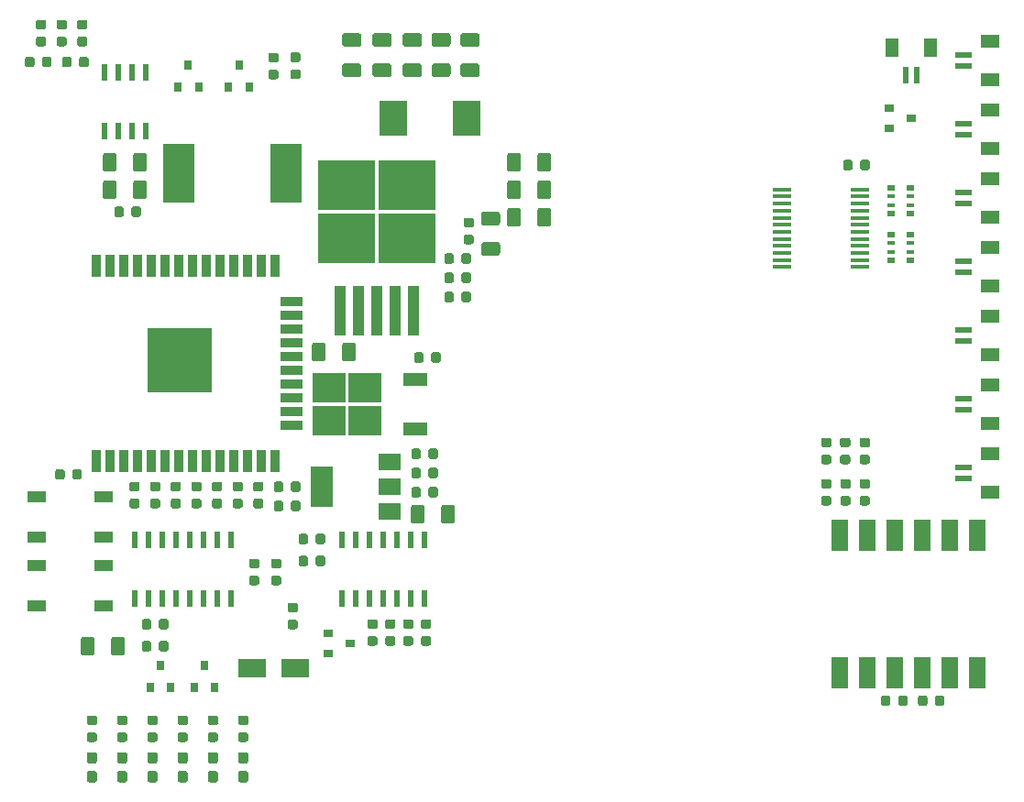
<source format=gbr>
G04 #@! TF.GenerationSoftware,KiCad,Pcbnew,(5.0.0)*
G04 #@! TF.CreationDate,2019-05-21T21:20:09+02:00*
G04 #@! TF.ProjectId,Nightmare V2 pcb V6,4E696768746D61726520563220706362,rev?*
G04 #@! TF.SameCoordinates,Original*
G04 #@! TF.FileFunction,Paste,Top*
G04 #@! TF.FilePolarity,Positive*
%FSLAX46Y46*%
G04 Gerber Fmt 4.6, Leading zero omitted, Abs format (unit mm)*
G04 Created by KiCad (PCBNEW (5.0.0)) date 05/21/19 21:20:09*
%MOMM*%
%LPD*%
G01*
G04 APERTURE LIST*
%ADD10C,0.100000*%
%ADD11C,0.875000*%
%ADD12R,0.900000X2.000000*%
%ADD13R,2.000000X0.900000*%
%ADD14R,6.000000X6.000000*%
%ADD15C,1.250000*%
%ADD16R,0.800000X0.900000*%
%ADD17R,2.900000X5.400000*%
%ADD18R,1.100000X4.600000*%
%ADD19R,5.250000X4.550000*%
%ADD20R,2.200000X1.200000*%
%ADD21R,3.050000X2.750000*%
%ADD22R,2.500000X3.300000*%
%ADD23R,1.524000X3.000000*%
%ADD24R,1.750000X0.450000*%
%ADD25R,1.800000X1.200000*%
%ADD26R,1.550000X0.600000*%
%ADD27R,0.600000X1.550000*%
%ADD28R,1.200000X1.800000*%
%ADD29R,2.500000X1.800000*%
%ADD30R,1.800000X1.100000*%
%ADD31C,0.950000*%
%ADD32R,0.600000X1.500000*%
%ADD33R,2.000000X3.800000*%
%ADD34R,2.000000X1.500000*%
%ADD35R,0.900000X0.800000*%
%ADD36R,0.800000X0.500000*%
%ADD37R,0.800000X0.400000*%
G04 APERTURE END LIST*
D10*
G04 #@! TO.C,R30*
G36*
X200683691Y-125014053D02*
X200704926Y-125017203D01*
X200725750Y-125022419D01*
X200745962Y-125029651D01*
X200765368Y-125038830D01*
X200783781Y-125049866D01*
X200801024Y-125062654D01*
X200816930Y-125077070D01*
X200831346Y-125092976D01*
X200844134Y-125110219D01*
X200855170Y-125128632D01*
X200864349Y-125148038D01*
X200871581Y-125168250D01*
X200876797Y-125189074D01*
X200879947Y-125210309D01*
X200881000Y-125231750D01*
X200881000Y-125669250D01*
X200879947Y-125690691D01*
X200876797Y-125711926D01*
X200871581Y-125732750D01*
X200864349Y-125752962D01*
X200855170Y-125772368D01*
X200844134Y-125790781D01*
X200831346Y-125808024D01*
X200816930Y-125823930D01*
X200801024Y-125838346D01*
X200783781Y-125851134D01*
X200765368Y-125862170D01*
X200745962Y-125871349D01*
X200725750Y-125878581D01*
X200704926Y-125883797D01*
X200683691Y-125886947D01*
X200662250Y-125888000D01*
X200149750Y-125888000D01*
X200128309Y-125886947D01*
X200107074Y-125883797D01*
X200086250Y-125878581D01*
X200066038Y-125871349D01*
X200046632Y-125862170D01*
X200028219Y-125851134D01*
X200010976Y-125838346D01*
X199995070Y-125823930D01*
X199980654Y-125808024D01*
X199967866Y-125790781D01*
X199956830Y-125772368D01*
X199947651Y-125752962D01*
X199940419Y-125732750D01*
X199935203Y-125711926D01*
X199932053Y-125690691D01*
X199931000Y-125669250D01*
X199931000Y-125231750D01*
X199932053Y-125210309D01*
X199935203Y-125189074D01*
X199940419Y-125168250D01*
X199947651Y-125148038D01*
X199956830Y-125128632D01*
X199967866Y-125110219D01*
X199980654Y-125092976D01*
X199995070Y-125077070D01*
X200010976Y-125062654D01*
X200028219Y-125049866D01*
X200046632Y-125038830D01*
X200066038Y-125029651D01*
X200086250Y-125022419D01*
X200107074Y-125017203D01*
X200128309Y-125014053D01*
X200149750Y-125013000D01*
X200662250Y-125013000D01*
X200683691Y-125014053D01*
X200683691Y-125014053D01*
G37*
D11*
X200406000Y-125450500D03*
D10*
G36*
X200683691Y-126589053D02*
X200704926Y-126592203D01*
X200725750Y-126597419D01*
X200745962Y-126604651D01*
X200765368Y-126613830D01*
X200783781Y-126624866D01*
X200801024Y-126637654D01*
X200816930Y-126652070D01*
X200831346Y-126667976D01*
X200844134Y-126685219D01*
X200855170Y-126703632D01*
X200864349Y-126723038D01*
X200871581Y-126743250D01*
X200876797Y-126764074D01*
X200879947Y-126785309D01*
X200881000Y-126806750D01*
X200881000Y-127244250D01*
X200879947Y-127265691D01*
X200876797Y-127286926D01*
X200871581Y-127307750D01*
X200864349Y-127327962D01*
X200855170Y-127347368D01*
X200844134Y-127365781D01*
X200831346Y-127383024D01*
X200816930Y-127398930D01*
X200801024Y-127413346D01*
X200783781Y-127426134D01*
X200765368Y-127437170D01*
X200745962Y-127446349D01*
X200725750Y-127453581D01*
X200704926Y-127458797D01*
X200683691Y-127461947D01*
X200662250Y-127463000D01*
X200149750Y-127463000D01*
X200128309Y-127461947D01*
X200107074Y-127458797D01*
X200086250Y-127453581D01*
X200066038Y-127446349D01*
X200046632Y-127437170D01*
X200028219Y-127426134D01*
X200010976Y-127413346D01*
X199995070Y-127398930D01*
X199980654Y-127383024D01*
X199967866Y-127365781D01*
X199956830Y-127347368D01*
X199947651Y-127327962D01*
X199940419Y-127307750D01*
X199935203Y-127286926D01*
X199932053Y-127265691D01*
X199931000Y-127244250D01*
X199931000Y-126806750D01*
X199932053Y-126785309D01*
X199935203Y-126764074D01*
X199940419Y-126743250D01*
X199947651Y-126723038D01*
X199956830Y-126703632D01*
X199967866Y-126685219D01*
X199980654Y-126667976D01*
X199995070Y-126652070D01*
X200010976Y-126637654D01*
X200028219Y-126624866D01*
X200046632Y-126613830D01*
X200066038Y-126604651D01*
X200086250Y-126597419D01*
X200107074Y-126592203D01*
X200128309Y-126589053D01*
X200149750Y-126588000D01*
X200662250Y-126588000D01*
X200683691Y-126589053D01*
X200683691Y-126589053D01*
G37*
D11*
X200406000Y-127025500D03*
G04 #@! TD*
D10*
G04 #@! TO.C,R31*
G36*
X198884692Y-122779053D02*
X198905927Y-122782203D01*
X198926751Y-122787419D01*
X198946963Y-122794651D01*
X198966369Y-122803830D01*
X198984782Y-122814866D01*
X199002025Y-122827654D01*
X199017931Y-122842070D01*
X199032347Y-122857976D01*
X199045135Y-122875219D01*
X199056171Y-122893632D01*
X199065350Y-122913038D01*
X199072582Y-122933250D01*
X199077798Y-122954074D01*
X199080948Y-122975309D01*
X199082001Y-122996750D01*
X199082001Y-123434250D01*
X199080948Y-123455691D01*
X199077798Y-123476926D01*
X199072582Y-123497750D01*
X199065350Y-123517962D01*
X199056171Y-123537368D01*
X199045135Y-123555781D01*
X199032347Y-123573024D01*
X199017931Y-123588930D01*
X199002025Y-123603346D01*
X198984782Y-123616134D01*
X198966369Y-123627170D01*
X198946963Y-123636349D01*
X198926751Y-123643581D01*
X198905927Y-123648797D01*
X198884692Y-123651947D01*
X198863251Y-123653000D01*
X198350751Y-123653000D01*
X198329310Y-123651947D01*
X198308075Y-123648797D01*
X198287251Y-123643581D01*
X198267039Y-123636349D01*
X198247633Y-123627170D01*
X198229220Y-123616134D01*
X198211977Y-123603346D01*
X198196071Y-123588930D01*
X198181655Y-123573024D01*
X198168867Y-123555781D01*
X198157831Y-123537368D01*
X198148652Y-123517962D01*
X198141420Y-123497750D01*
X198136204Y-123476926D01*
X198133054Y-123455691D01*
X198132001Y-123434250D01*
X198132001Y-122996750D01*
X198133054Y-122975309D01*
X198136204Y-122954074D01*
X198141420Y-122933250D01*
X198148652Y-122913038D01*
X198157831Y-122893632D01*
X198168867Y-122875219D01*
X198181655Y-122857976D01*
X198196071Y-122842070D01*
X198211977Y-122827654D01*
X198229220Y-122814866D01*
X198247633Y-122803830D01*
X198267039Y-122794651D01*
X198287251Y-122787419D01*
X198308075Y-122782203D01*
X198329310Y-122779053D01*
X198350751Y-122778000D01*
X198863251Y-122778000D01*
X198884692Y-122779053D01*
X198884692Y-122779053D01*
G37*
D11*
X198607001Y-123215500D03*
D10*
G36*
X198884692Y-121204053D02*
X198905927Y-121207203D01*
X198926751Y-121212419D01*
X198946963Y-121219651D01*
X198966369Y-121228830D01*
X198984782Y-121239866D01*
X199002025Y-121252654D01*
X199017931Y-121267070D01*
X199032347Y-121282976D01*
X199045135Y-121300219D01*
X199056171Y-121318632D01*
X199065350Y-121338038D01*
X199072582Y-121358250D01*
X199077798Y-121379074D01*
X199080948Y-121400309D01*
X199082001Y-121421750D01*
X199082001Y-121859250D01*
X199080948Y-121880691D01*
X199077798Y-121901926D01*
X199072582Y-121922750D01*
X199065350Y-121942962D01*
X199056171Y-121962368D01*
X199045135Y-121980781D01*
X199032347Y-121998024D01*
X199017931Y-122013930D01*
X199002025Y-122028346D01*
X198984782Y-122041134D01*
X198966369Y-122052170D01*
X198946963Y-122061349D01*
X198926751Y-122068581D01*
X198905927Y-122073797D01*
X198884692Y-122076947D01*
X198863251Y-122078000D01*
X198350751Y-122078000D01*
X198329310Y-122076947D01*
X198308075Y-122073797D01*
X198287251Y-122068581D01*
X198267039Y-122061349D01*
X198247633Y-122052170D01*
X198229220Y-122041134D01*
X198211977Y-122028346D01*
X198196071Y-122013930D01*
X198181655Y-121998024D01*
X198168867Y-121980781D01*
X198157831Y-121962368D01*
X198148652Y-121942962D01*
X198141420Y-121922750D01*
X198136204Y-121901926D01*
X198133054Y-121880691D01*
X198132001Y-121859250D01*
X198132001Y-121421750D01*
X198133054Y-121400309D01*
X198136204Y-121379074D01*
X198141420Y-121358250D01*
X198148652Y-121338038D01*
X198157831Y-121318632D01*
X198168867Y-121300219D01*
X198181655Y-121282976D01*
X198196071Y-121267070D01*
X198211977Y-121252654D01*
X198229220Y-121239866D01*
X198247633Y-121228830D01*
X198267039Y-121219651D01*
X198287251Y-121212419D01*
X198308075Y-121207203D01*
X198329310Y-121204053D01*
X198350751Y-121203000D01*
X198863251Y-121203000D01*
X198884692Y-121204053D01*
X198884692Y-121204053D01*
G37*
D11*
X198607001Y-121640500D03*
G04 #@! TD*
D10*
G04 #@! TO.C,R32*
G36*
X200683691Y-121204053D02*
X200704926Y-121207203D01*
X200725750Y-121212419D01*
X200745962Y-121219651D01*
X200765368Y-121228830D01*
X200783781Y-121239866D01*
X200801024Y-121252654D01*
X200816930Y-121267070D01*
X200831346Y-121282976D01*
X200844134Y-121300219D01*
X200855170Y-121318632D01*
X200864349Y-121338038D01*
X200871581Y-121358250D01*
X200876797Y-121379074D01*
X200879947Y-121400309D01*
X200881000Y-121421750D01*
X200881000Y-121859250D01*
X200879947Y-121880691D01*
X200876797Y-121901926D01*
X200871581Y-121922750D01*
X200864349Y-121942962D01*
X200855170Y-121962368D01*
X200844134Y-121980781D01*
X200831346Y-121998024D01*
X200816930Y-122013930D01*
X200801024Y-122028346D01*
X200783781Y-122041134D01*
X200765368Y-122052170D01*
X200745962Y-122061349D01*
X200725750Y-122068581D01*
X200704926Y-122073797D01*
X200683691Y-122076947D01*
X200662250Y-122078000D01*
X200149750Y-122078000D01*
X200128309Y-122076947D01*
X200107074Y-122073797D01*
X200086250Y-122068581D01*
X200066038Y-122061349D01*
X200046632Y-122052170D01*
X200028219Y-122041134D01*
X200010976Y-122028346D01*
X199995070Y-122013930D01*
X199980654Y-121998024D01*
X199967866Y-121980781D01*
X199956830Y-121962368D01*
X199947651Y-121942962D01*
X199940419Y-121922750D01*
X199935203Y-121901926D01*
X199932053Y-121880691D01*
X199931000Y-121859250D01*
X199931000Y-121421750D01*
X199932053Y-121400309D01*
X199935203Y-121379074D01*
X199940419Y-121358250D01*
X199947651Y-121338038D01*
X199956830Y-121318632D01*
X199967866Y-121300219D01*
X199980654Y-121282976D01*
X199995070Y-121267070D01*
X200010976Y-121252654D01*
X200028219Y-121239866D01*
X200046632Y-121228830D01*
X200066038Y-121219651D01*
X200086250Y-121212419D01*
X200107074Y-121207203D01*
X200128309Y-121204053D01*
X200149750Y-121203000D01*
X200662250Y-121203000D01*
X200683691Y-121204053D01*
X200683691Y-121204053D01*
G37*
D11*
X200406000Y-121640500D03*
D10*
G36*
X200683691Y-122779053D02*
X200704926Y-122782203D01*
X200725750Y-122787419D01*
X200745962Y-122794651D01*
X200765368Y-122803830D01*
X200783781Y-122814866D01*
X200801024Y-122827654D01*
X200816930Y-122842070D01*
X200831346Y-122857976D01*
X200844134Y-122875219D01*
X200855170Y-122893632D01*
X200864349Y-122913038D01*
X200871581Y-122933250D01*
X200876797Y-122954074D01*
X200879947Y-122975309D01*
X200881000Y-122996750D01*
X200881000Y-123434250D01*
X200879947Y-123455691D01*
X200876797Y-123476926D01*
X200871581Y-123497750D01*
X200864349Y-123517962D01*
X200855170Y-123537368D01*
X200844134Y-123555781D01*
X200831346Y-123573024D01*
X200816930Y-123588930D01*
X200801024Y-123603346D01*
X200783781Y-123616134D01*
X200765368Y-123627170D01*
X200745962Y-123636349D01*
X200725750Y-123643581D01*
X200704926Y-123648797D01*
X200683691Y-123651947D01*
X200662250Y-123653000D01*
X200149750Y-123653000D01*
X200128309Y-123651947D01*
X200107074Y-123648797D01*
X200086250Y-123643581D01*
X200066038Y-123636349D01*
X200046632Y-123627170D01*
X200028219Y-123616134D01*
X200010976Y-123603346D01*
X199995070Y-123588930D01*
X199980654Y-123573024D01*
X199967866Y-123555781D01*
X199956830Y-123537368D01*
X199947651Y-123517962D01*
X199940419Y-123497750D01*
X199935203Y-123476926D01*
X199932053Y-123455691D01*
X199931000Y-123434250D01*
X199931000Y-122996750D01*
X199932053Y-122975309D01*
X199935203Y-122954074D01*
X199940419Y-122933250D01*
X199947651Y-122913038D01*
X199956830Y-122893632D01*
X199967866Y-122875219D01*
X199980654Y-122857976D01*
X199995070Y-122842070D01*
X200010976Y-122827654D01*
X200028219Y-122814866D01*
X200046632Y-122803830D01*
X200066038Y-122794651D01*
X200086250Y-122787419D01*
X200107074Y-122782203D01*
X200128309Y-122779053D01*
X200149750Y-122778000D01*
X200662250Y-122778000D01*
X200683691Y-122779053D01*
X200683691Y-122779053D01*
G37*
D11*
X200406000Y-123215500D03*
G04 #@! TD*
D10*
G04 #@! TO.C,R16*
G36*
X198905691Y-126589053D02*
X198926926Y-126592203D01*
X198947750Y-126597419D01*
X198967962Y-126604651D01*
X198987368Y-126613830D01*
X199005781Y-126624866D01*
X199023024Y-126637654D01*
X199038930Y-126652070D01*
X199053346Y-126667976D01*
X199066134Y-126685219D01*
X199077170Y-126703632D01*
X199086349Y-126723038D01*
X199093581Y-126743250D01*
X199098797Y-126764074D01*
X199101947Y-126785309D01*
X199103000Y-126806750D01*
X199103000Y-127244250D01*
X199101947Y-127265691D01*
X199098797Y-127286926D01*
X199093581Y-127307750D01*
X199086349Y-127327962D01*
X199077170Y-127347368D01*
X199066134Y-127365781D01*
X199053346Y-127383024D01*
X199038930Y-127398930D01*
X199023024Y-127413346D01*
X199005781Y-127426134D01*
X198987368Y-127437170D01*
X198967962Y-127446349D01*
X198947750Y-127453581D01*
X198926926Y-127458797D01*
X198905691Y-127461947D01*
X198884250Y-127463000D01*
X198371750Y-127463000D01*
X198350309Y-127461947D01*
X198329074Y-127458797D01*
X198308250Y-127453581D01*
X198288038Y-127446349D01*
X198268632Y-127437170D01*
X198250219Y-127426134D01*
X198232976Y-127413346D01*
X198217070Y-127398930D01*
X198202654Y-127383024D01*
X198189866Y-127365781D01*
X198178830Y-127347368D01*
X198169651Y-127327962D01*
X198162419Y-127307750D01*
X198157203Y-127286926D01*
X198154053Y-127265691D01*
X198153000Y-127244250D01*
X198153000Y-126806750D01*
X198154053Y-126785309D01*
X198157203Y-126764074D01*
X198162419Y-126743250D01*
X198169651Y-126723038D01*
X198178830Y-126703632D01*
X198189866Y-126685219D01*
X198202654Y-126667976D01*
X198217070Y-126652070D01*
X198232976Y-126637654D01*
X198250219Y-126624866D01*
X198268632Y-126613830D01*
X198288038Y-126604651D01*
X198308250Y-126597419D01*
X198329074Y-126592203D01*
X198350309Y-126589053D01*
X198371750Y-126588000D01*
X198884250Y-126588000D01*
X198905691Y-126589053D01*
X198905691Y-126589053D01*
G37*
D11*
X198628000Y-127025500D03*
D10*
G36*
X198905691Y-125014053D02*
X198926926Y-125017203D01*
X198947750Y-125022419D01*
X198967962Y-125029651D01*
X198987368Y-125038830D01*
X199005781Y-125049866D01*
X199023024Y-125062654D01*
X199038930Y-125077070D01*
X199053346Y-125092976D01*
X199066134Y-125110219D01*
X199077170Y-125128632D01*
X199086349Y-125148038D01*
X199093581Y-125168250D01*
X199098797Y-125189074D01*
X199101947Y-125210309D01*
X199103000Y-125231750D01*
X199103000Y-125669250D01*
X199101947Y-125690691D01*
X199098797Y-125711926D01*
X199093581Y-125732750D01*
X199086349Y-125752962D01*
X199077170Y-125772368D01*
X199066134Y-125790781D01*
X199053346Y-125808024D01*
X199038930Y-125823930D01*
X199023024Y-125838346D01*
X199005781Y-125851134D01*
X198987368Y-125862170D01*
X198967962Y-125871349D01*
X198947750Y-125878581D01*
X198926926Y-125883797D01*
X198905691Y-125886947D01*
X198884250Y-125888000D01*
X198371750Y-125888000D01*
X198350309Y-125886947D01*
X198329074Y-125883797D01*
X198308250Y-125878581D01*
X198288038Y-125871349D01*
X198268632Y-125862170D01*
X198250219Y-125851134D01*
X198232976Y-125838346D01*
X198217070Y-125823930D01*
X198202654Y-125808024D01*
X198189866Y-125790781D01*
X198178830Y-125772368D01*
X198169651Y-125752962D01*
X198162419Y-125732750D01*
X198157203Y-125711926D01*
X198154053Y-125690691D01*
X198153000Y-125669250D01*
X198153000Y-125231750D01*
X198154053Y-125210309D01*
X198157203Y-125189074D01*
X198162419Y-125168250D01*
X198169651Y-125148038D01*
X198178830Y-125128632D01*
X198189866Y-125110219D01*
X198202654Y-125092976D01*
X198217070Y-125077070D01*
X198232976Y-125062654D01*
X198250219Y-125049866D01*
X198268632Y-125038830D01*
X198288038Y-125029651D01*
X198308250Y-125022419D01*
X198329074Y-125017203D01*
X198350309Y-125014053D01*
X198371750Y-125013000D01*
X198884250Y-125013000D01*
X198905691Y-125014053D01*
X198905691Y-125014053D01*
G37*
D11*
X198628000Y-125450500D03*
G04 #@! TD*
D10*
G04 #@! TO.C,R14*
G36*
X197127691Y-125014053D02*
X197148926Y-125017203D01*
X197169750Y-125022419D01*
X197189962Y-125029651D01*
X197209368Y-125038830D01*
X197227781Y-125049866D01*
X197245024Y-125062654D01*
X197260930Y-125077070D01*
X197275346Y-125092976D01*
X197288134Y-125110219D01*
X197299170Y-125128632D01*
X197308349Y-125148038D01*
X197315581Y-125168250D01*
X197320797Y-125189074D01*
X197323947Y-125210309D01*
X197325000Y-125231750D01*
X197325000Y-125669250D01*
X197323947Y-125690691D01*
X197320797Y-125711926D01*
X197315581Y-125732750D01*
X197308349Y-125752962D01*
X197299170Y-125772368D01*
X197288134Y-125790781D01*
X197275346Y-125808024D01*
X197260930Y-125823930D01*
X197245024Y-125838346D01*
X197227781Y-125851134D01*
X197209368Y-125862170D01*
X197189962Y-125871349D01*
X197169750Y-125878581D01*
X197148926Y-125883797D01*
X197127691Y-125886947D01*
X197106250Y-125888000D01*
X196593750Y-125888000D01*
X196572309Y-125886947D01*
X196551074Y-125883797D01*
X196530250Y-125878581D01*
X196510038Y-125871349D01*
X196490632Y-125862170D01*
X196472219Y-125851134D01*
X196454976Y-125838346D01*
X196439070Y-125823930D01*
X196424654Y-125808024D01*
X196411866Y-125790781D01*
X196400830Y-125772368D01*
X196391651Y-125752962D01*
X196384419Y-125732750D01*
X196379203Y-125711926D01*
X196376053Y-125690691D01*
X196375000Y-125669250D01*
X196375000Y-125231750D01*
X196376053Y-125210309D01*
X196379203Y-125189074D01*
X196384419Y-125168250D01*
X196391651Y-125148038D01*
X196400830Y-125128632D01*
X196411866Y-125110219D01*
X196424654Y-125092976D01*
X196439070Y-125077070D01*
X196454976Y-125062654D01*
X196472219Y-125049866D01*
X196490632Y-125038830D01*
X196510038Y-125029651D01*
X196530250Y-125022419D01*
X196551074Y-125017203D01*
X196572309Y-125014053D01*
X196593750Y-125013000D01*
X197106250Y-125013000D01*
X197127691Y-125014053D01*
X197127691Y-125014053D01*
G37*
D11*
X196850000Y-125450500D03*
D10*
G36*
X197127691Y-126589053D02*
X197148926Y-126592203D01*
X197169750Y-126597419D01*
X197189962Y-126604651D01*
X197209368Y-126613830D01*
X197227781Y-126624866D01*
X197245024Y-126637654D01*
X197260930Y-126652070D01*
X197275346Y-126667976D01*
X197288134Y-126685219D01*
X197299170Y-126703632D01*
X197308349Y-126723038D01*
X197315581Y-126743250D01*
X197320797Y-126764074D01*
X197323947Y-126785309D01*
X197325000Y-126806750D01*
X197325000Y-127244250D01*
X197323947Y-127265691D01*
X197320797Y-127286926D01*
X197315581Y-127307750D01*
X197308349Y-127327962D01*
X197299170Y-127347368D01*
X197288134Y-127365781D01*
X197275346Y-127383024D01*
X197260930Y-127398930D01*
X197245024Y-127413346D01*
X197227781Y-127426134D01*
X197209368Y-127437170D01*
X197189962Y-127446349D01*
X197169750Y-127453581D01*
X197148926Y-127458797D01*
X197127691Y-127461947D01*
X197106250Y-127463000D01*
X196593750Y-127463000D01*
X196572309Y-127461947D01*
X196551074Y-127458797D01*
X196530250Y-127453581D01*
X196510038Y-127446349D01*
X196490632Y-127437170D01*
X196472219Y-127426134D01*
X196454976Y-127413346D01*
X196439070Y-127398930D01*
X196424654Y-127383024D01*
X196411866Y-127365781D01*
X196400830Y-127347368D01*
X196391651Y-127327962D01*
X196384419Y-127307750D01*
X196379203Y-127286926D01*
X196376053Y-127265691D01*
X196375000Y-127244250D01*
X196375000Y-126806750D01*
X196376053Y-126785309D01*
X196379203Y-126764074D01*
X196384419Y-126743250D01*
X196391651Y-126723038D01*
X196400830Y-126703632D01*
X196411866Y-126685219D01*
X196424654Y-126667976D01*
X196439070Y-126652070D01*
X196454976Y-126637654D01*
X196472219Y-126624866D01*
X196490632Y-126613830D01*
X196510038Y-126604651D01*
X196530250Y-126597419D01*
X196551074Y-126592203D01*
X196572309Y-126589053D01*
X196593750Y-126588000D01*
X197106250Y-126588000D01*
X197127691Y-126589053D01*
X197127691Y-126589053D01*
G37*
D11*
X196850000Y-127025500D03*
G04 #@! TD*
D10*
G04 #@! TO.C,R13*
G36*
X197127691Y-122779053D02*
X197148926Y-122782203D01*
X197169750Y-122787419D01*
X197189962Y-122794651D01*
X197209368Y-122803830D01*
X197227781Y-122814866D01*
X197245024Y-122827654D01*
X197260930Y-122842070D01*
X197275346Y-122857976D01*
X197288134Y-122875219D01*
X197299170Y-122893632D01*
X197308349Y-122913038D01*
X197315581Y-122933250D01*
X197320797Y-122954074D01*
X197323947Y-122975309D01*
X197325000Y-122996750D01*
X197325000Y-123434250D01*
X197323947Y-123455691D01*
X197320797Y-123476926D01*
X197315581Y-123497750D01*
X197308349Y-123517962D01*
X197299170Y-123537368D01*
X197288134Y-123555781D01*
X197275346Y-123573024D01*
X197260930Y-123588930D01*
X197245024Y-123603346D01*
X197227781Y-123616134D01*
X197209368Y-123627170D01*
X197189962Y-123636349D01*
X197169750Y-123643581D01*
X197148926Y-123648797D01*
X197127691Y-123651947D01*
X197106250Y-123653000D01*
X196593750Y-123653000D01*
X196572309Y-123651947D01*
X196551074Y-123648797D01*
X196530250Y-123643581D01*
X196510038Y-123636349D01*
X196490632Y-123627170D01*
X196472219Y-123616134D01*
X196454976Y-123603346D01*
X196439070Y-123588930D01*
X196424654Y-123573024D01*
X196411866Y-123555781D01*
X196400830Y-123537368D01*
X196391651Y-123517962D01*
X196384419Y-123497750D01*
X196379203Y-123476926D01*
X196376053Y-123455691D01*
X196375000Y-123434250D01*
X196375000Y-122996750D01*
X196376053Y-122975309D01*
X196379203Y-122954074D01*
X196384419Y-122933250D01*
X196391651Y-122913038D01*
X196400830Y-122893632D01*
X196411866Y-122875219D01*
X196424654Y-122857976D01*
X196439070Y-122842070D01*
X196454976Y-122827654D01*
X196472219Y-122814866D01*
X196490632Y-122803830D01*
X196510038Y-122794651D01*
X196530250Y-122787419D01*
X196551074Y-122782203D01*
X196572309Y-122779053D01*
X196593750Y-122778000D01*
X197106250Y-122778000D01*
X197127691Y-122779053D01*
X197127691Y-122779053D01*
G37*
D11*
X196850000Y-123215500D03*
D10*
G36*
X197127691Y-121204053D02*
X197148926Y-121207203D01*
X197169750Y-121212419D01*
X197189962Y-121219651D01*
X197209368Y-121228830D01*
X197227781Y-121239866D01*
X197245024Y-121252654D01*
X197260930Y-121267070D01*
X197275346Y-121282976D01*
X197288134Y-121300219D01*
X197299170Y-121318632D01*
X197308349Y-121338038D01*
X197315581Y-121358250D01*
X197320797Y-121379074D01*
X197323947Y-121400309D01*
X197325000Y-121421750D01*
X197325000Y-121859250D01*
X197323947Y-121880691D01*
X197320797Y-121901926D01*
X197315581Y-121922750D01*
X197308349Y-121942962D01*
X197299170Y-121962368D01*
X197288134Y-121980781D01*
X197275346Y-121998024D01*
X197260930Y-122013930D01*
X197245024Y-122028346D01*
X197227781Y-122041134D01*
X197209368Y-122052170D01*
X197189962Y-122061349D01*
X197169750Y-122068581D01*
X197148926Y-122073797D01*
X197127691Y-122076947D01*
X197106250Y-122078000D01*
X196593750Y-122078000D01*
X196572309Y-122076947D01*
X196551074Y-122073797D01*
X196530250Y-122068581D01*
X196510038Y-122061349D01*
X196490632Y-122052170D01*
X196472219Y-122041134D01*
X196454976Y-122028346D01*
X196439070Y-122013930D01*
X196424654Y-121998024D01*
X196411866Y-121980781D01*
X196400830Y-121962368D01*
X196391651Y-121942962D01*
X196384419Y-121922750D01*
X196379203Y-121901926D01*
X196376053Y-121880691D01*
X196375000Y-121859250D01*
X196375000Y-121421750D01*
X196376053Y-121400309D01*
X196379203Y-121379074D01*
X196384419Y-121358250D01*
X196391651Y-121338038D01*
X196400830Y-121318632D01*
X196411866Y-121300219D01*
X196424654Y-121282976D01*
X196439070Y-121267070D01*
X196454976Y-121252654D01*
X196472219Y-121239866D01*
X196490632Y-121228830D01*
X196510038Y-121219651D01*
X196530250Y-121212419D01*
X196551074Y-121207203D01*
X196572309Y-121204053D01*
X196593750Y-121203000D01*
X197106250Y-121203000D01*
X197127691Y-121204053D01*
X197127691Y-121204053D01*
G37*
D11*
X196850000Y-121640500D03*
G04 #@! TD*
D12*
G04 #@! TO.C,M1*
X129460000Y-123346000D03*
X130730000Y-123346000D03*
X132000000Y-123346000D03*
X133270000Y-123346000D03*
X134540000Y-123346000D03*
X135810000Y-123346000D03*
X137080000Y-123346000D03*
X138350000Y-123346000D03*
X139620000Y-123346000D03*
X140890000Y-123346000D03*
X142160000Y-123346000D03*
X143430000Y-123346000D03*
X144700000Y-123346000D03*
X145970000Y-123346000D03*
X129460000Y-105346000D03*
X145970000Y-105346000D03*
X144700000Y-105346000D03*
X143430000Y-105346000D03*
X142160000Y-105346000D03*
X140890000Y-105346000D03*
X139620000Y-105346000D03*
X138350000Y-105346000D03*
X137080000Y-105346000D03*
X135810000Y-105346000D03*
X134540000Y-105346000D03*
X133270000Y-105346000D03*
X132000000Y-105346000D03*
X130730000Y-105346000D03*
D13*
X147460000Y-120061000D03*
X147460000Y-118776000D03*
X147460000Y-117521000D03*
X147460000Y-116251000D03*
X147460000Y-114981000D03*
X147460000Y-113711000D03*
X147460000Y-112441000D03*
X147460000Y-111171000D03*
X147460000Y-109901000D03*
X147460000Y-108631000D03*
D14*
X137160000Y-114046000D03*
G04 #@! TD*
D10*
G04 #@! TO.C,C47*
G36*
X131847504Y-139588204D02*
X131871773Y-139591804D01*
X131895571Y-139597765D01*
X131918671Y-139606030D01*
X131940849Y-139616520D01*
X131961893Y-139629133D01*
X131981598Y-139643747D01*
X131999777Y-139660223D01*
X132016253Y-139678402D01*
X132030867Y-139698107D01*
X132043480Y-139719151D01*
X132053970Y-139741329D01*
X132062235Y-139764429D01*
X132068196Y-139788227D01*
X132071796Y-139812496D01*
X132073000Y-139837000D01*
X132073000Y-141087000D01*
X132071796Y-141111504D01*
X132068196Y-141135773D01*
X132062235Y-141159571D01*
X132053970Y-141182671D01*
X132043480Y-141204849D01*
X132030867Y-141225893D01*
X132016253Y-141245598D01*
X131999777Y-141263777D01*
X131981598Y-141280253D01*
X131961893Y-141294867D01*
X131940849Y-141307480D01*
X131918671Y-141317970D01*
X131895571Y-141326235D01*
X131871773Y-141332196D01*
X131847504Y-141335796D01*
X131823000Y-141337000D01*
X131073000Y-141337000D01*
X131048496Y-141335796D01*
X131024227Y-141332196D01*
X131000429Y-141326235D01*
X130977329Y-141317970D01*
X130955151Y-141307480D01*
X130934107Y-141294867D01*
X130914402Y-141280253D01*
X130896223Y-141263777D01*
X130879747Y-141245598D01*
X130865133Y-141225893D01*
X130852520Y-141204849D01*
X130842030Y-141182671D01*
X130833765Y-141159571D01*
X130827804Y-141135773D01*
X130824204Y-141111504D01*
X130823000Y-141087000D01*
X130823000Y-139837000D01*
X130824204Y-139812496D01*
X130827804Y-139788227D01*
X130833765Y-139764429D01*
X130842030Y-139741329D01*
X130852520Y-139719151D01*
X130865133Y-139698107D01*
X130879747Y-139678402D01*
X130896223Y-139660223D01*
X130914402Y-139643747D01*
X130934107Y-139629133D01*
X130955151Y-139616520D01*
X130977329Y-139606030D01*
X131000429Y-139597765D01*
X131024227Y-139591804D01*
X131048496Y-139588204D01*
X131073000Y-139587000D01*
X131823000Y-139587000D01*
X131847504Y-139588204D01*
X131847504Y-139588204D01*
G37*
D15*
X131448000Y-140462000D03*
D10*
G36*
X129047504Y-139588204D02*
X129071773Y-139591804D01*
X129095571Y-139597765D01*
X129118671Y-139606030D01*
X129140849Y-139616520D01*
X129161893Y-139629133D01*
X129181598Y-139643747D01*
X129199777Y-139660223D01*
X129216253Y-139678402D01*
X129230867Y-139698107D01*
X129243480Y-139719151D01*
X129253970Y-139741329D01*
X129262235Y-139764429D01*
X129268196Y-139788227D01*
X129271796Y-139812496D01*
X129273000Y-139837000D01*
X129273000Y-141087000D01*
X129271796Y-141111504D01*
X129268196Y-141135773D01*
X129262235Y-141159571D01*
X129253970Y-141182671D01*
X129243480Y-141204849D01*
X129230867Y-141225893D01*
X129216253Y-141245598D01*
X129199777Y-141263777D01*
X129181598Y-141280253D01*
X129161893Y-141294867D01*
X129140849Y-141307480D01*
X129118671Y-141317970D01*
X129095571Y-141326235D01*
X129071773Y-141332196D01*
X129047504Y-141335796D01*
X129023000Y-141337000D01*
X128273000Y-141337000D01*
X128248496Y-141335796D01*
X128224227Y-141332196D01*
X128200429Y-141326235D01*
X128177329Y-141317970D01*
X128155151Y-141307480D01*
X128134107Y-141294867D01*
X128114402Y-141280253D01*
X128096223Y-141263777D01*
X128079747Y-141245598D01*
X128065133Y-141225893D01*
X128052520Y-141204849D01*
X128042030Y-141182671D01*
X128033765Y-141159571D01*
X128027804Y-141135773D01*
X128024204Y-141111504D01*
X128023000Y-141087000D01*
X128023000Y-139837000D01*
X128024204Y-139812496D01*
X128027804Y-139788227D01*
X128033765Y-139764429D01*
X128042030Y-139741329D01*
X128052520Y-139719151D01*
X128065133Y-139698107D01*
X128079747Y-139678402D01*
X128096223Y-139660223D01*
X128114402Y-139643747D01*
X128134107Y-139629133D01*
X128155151Y-139616520D01*
X128177329Y-139606030D01*
X128200429Y-139597765D01*
X128224227Y-139591804D01*
X128248496Y-139588204D01*
X128273000Y-139587000D01*
X129023000Y-139587000D01*
X129047504Y-139588204D01*
X129047504Y-139588204D01*
G37*
D15*
X128648000Y-140462000D03*
G04 #@! TD*
D16*
G04 #@! TO.C,Q4*
X142621000Y-86781000D03*
X143571000Y-88781000D03*
X141671000Y-88781000D03*
G04 #@! TD*
G04 #@! TO.C,Q3*
X136981000Y-88781000D03*
X138881000Y-88781000D03*
X137931000Y-86781000D03*
G04 #@! TD*
D10*
G04 #@! TO.C,R11*
G36*
X206005491Y-145017253D02*
X206026726Y-145020403D01*
X206047550Y-145025619D01*
X206067762Y-145032851D01*
X206087168Y-145042030D01*
X206105581Y-145053066D01*
X206122824Y-145065854D01*
X206138730Y-145080270D01*
X206153146Y-145096176D01*
X206165934Y-145113419D01*
X206176970Y-145131832D01*
X206186149Y-145151238D01*
X206193381Y-145171450D01*
X206198597Y-145192274D01*
X206201747Y-145213509D01*
X206202800Y-145234950D01*
X206202800Y-145747450D01*
X206201747Y-145768891D01*
X206198597Y-145790126D01*
X206193381Y-145810950D01*
X206186149Y-145831162D01*
X206176970Y-145850568D01*
X206165934Y-145868981D01*
X206153146Y-145886224D01*
X206138730Y-145902130D01*
X206122824Y-145916546D01*
X206105581Y-145929334D01*
X206087168Y-145940370D01*
X206067762Y-145949549D01*
X206047550Y-145956781D01*
X206026726Y-145961997D01*
X206005491Y-145965147D01*
X205984050Y-145966200D01*
X205546550Y-145966200D01*
X205525109Y-145965147D01*
X205503874Y-145961997D01*
X205483050Y-145956781D01*
X205462838Y-145949549D01*
X205443432Y-145940370D01*
X205425019Y-145929334D01*
X205407776Y-145916546D01*
X205391870Y-145902130D01*
X205377454Y-145886224D01*
X205364666Y-145868981D01*
X205353630Y-145850568D01*
X205344451Y-145831162D01*
X205337219Y-145810950D01*
X205332003Y-145790126D01*
X205328853Y-145768891D01*
X205327800Y-145747450D01*
X205327800Y-145234950D01*
X205328853Y-145213509D01*
X205332003Y-145192274D01*
X205337219Y-145171450D01*
X205344451Y-145151238D01*
X205353630Y-145131832D01*
X205364666Y-145113419D01*
X205377454Y-145096176D01*
X205391870Y-145080270D01*
X205407776Y-145065854D01*
X205425019Y-145053066D01*
X205443432Y-145042030D01*
X205462838Y-145032851D01*
X205483050Y-145025619D01*
X205503874Y-145020403D01*
X205525109Y-145017253D01*
X205546550Y-145016200D01*
X205984050Y-145016200D01*
X206005491Y-145017253D01*
X206005491Y-145017253D01*
G37*
D11*
X205765300Y-145491200D03*
D10*
G36*
X207580491Y-145017253D02*
X207601726Y-145020403D01*
X207622550Y-145025619D01*
X207642762Y-145032851D01*
X207662168Y-145042030D01*
X207680581Y-145053066D01*
X207697824Y-145065854D01*
X207713730Y-145080270D01*
X207728146Y-145096176D01*
X207740934Y-145113419D01*
X207751970Y-145131832D01*
X207761149Y-145151238D01*
X207768381Y-145171450D01*
X207773597Y-145192274D01*
X207776747Y-145213509D01*
X207777800Y-145234950D01*
X207777800Y-145747450D01*
X207776747Y-145768891D01*
X207773597Y-145790126D01*
X207768381Y-145810950D01*
X207761149Y-145831162D01*
X207751970Y-145850568D01*
X207740934Y-145868981D01*
X207728146Y-145886224D01*
X207713730Y-145902130D01*
X207697824Y-145916546D01*
X207680581Y-145929334D01*
X207662168Y-145940370D01*
X207642762Y-145949549D01*
X207622550Y-145956781D01*
X207601726Y-145961997D01*
X207580491Y-145965147D01*
X207559050Y-145966200D01*
X207121550Y-145966200D01*
X207100109Y-145965147D01*
X207078874Y-145961997D01*
X207058050Y-145956781D01*
X207037838Y-145949549D01*
X207018432Y-145940370D01*
X207000019Y-145929334D01*
X206982776Y-145916546D01*
X206966870Y-145902130D01*
X206952454Y-145886224D01*
X206939666Y-145868981D01*
X206928630Y-145850568D01*
X206919451Y-145831162D01*
X206912219Y-145810950D01*
X206907003Y-145790126D01*
X206903853Y-145768891D01*
X206902800Y-145747450D01*
X206902800Y-145234950D01*
X206903853Y-145213509D01*
X206907003Y-145192274D01*
X206912219Y-145171450D01*
X206919451Y-145151238D01*
X206928630Y-145131832D01*
X206939666Y-145113419D01*
X206952454Y-145096176D01*
X206966870Y-145080270D01*
X206982776Y-145065854D01*
X207000019Y-145053066D01*
X207018432Y-145042030D01*
X207037838Y-145032851D01*
X207058050Y-145025619D01*
X207078874Y-145020403D01*
X207100109Y-145017253D01*
X207121550Y-145016200D01*
X207559050Y-145016200D01*
X207580491Y-145017253D01*
X207580491Y-145017253D01*
G37*
D11*
X207340300Y-145491200D03*
G04 #@! TD*
D10*
G04 #@! TO.C,R10*
G36*
X204176891Y-145017253D02*
X204198126Y-145020403D01*
X204218950Y-145025619D01*
X204239162Y-145032851D01*
X204258568Y-145042030D01*
X204276981Y-145053066D01*
X204294224Y-145065854D01*
X204310130Y-145080270D01*
X204324546Y-145096176D01*
X204337334Y-145113419D01*
X204348370Y-145131832D01*
X204357549Y-145151238D01*
X204364781Y-145171450D01*
X204369997Y-145192274D01*
X204373147Y-145213509D01*
X204374200Y-145234950D01*
X204374200Y-145747450D01*
X204373147Y-145768891D01*
X204369997Y-145790126D01*
X204364781Y-145810950D01*
X204357549Y-145831162D01*
X204348370Y-145850568D01*
X204337334Y-145868981D01*
X204324546Y-145886224D01*
X204310130Y-145902130D01*
X204294224Y-145916546D01*
X204276981Y-145929334D01*
X204258568Y-145940370D01*
X204239162Y-145949549D01*
X204218950Y-145956781D01*
X204198126Y-145961997D01*
X204176891Y-145965147D01*
X204155450Y-145966200D01*
X203717950Y-145966200D01*
X203696509Y-145965147D01*
X203675274Y-145961997D01*
X203654450Y-145956781D01*
X203634238Y-145949549D01*
X203614832Y-145940370D01*
X203596419Y-145929334D01*
X203579176Y-145916546D01*
X203563270Y-145902130D01*
X203548854Y-145886224D01*
X203536066Y-145868981D01*
X203525030Y-145850568D01*
X203515851Y-145831162D01*
X203508619Y-145810950D01*
X203503403Y-145790126D01*
X203500253Y-145768891D01*
X203499200Y-145747450D01*
X203499200Y-145234950D01*
X203500253Y-145213509D01*
X203503403Y-145192274D01*
X203508619Y-145171450D01*
X203515851Y-145151238D01*
X203525030Y-145131832D01*
X203536066Y-145113419D01*
X203548854Y-145096176D01*
X203563270Y-145080270D01*
X203579176Y-145065854D01*
X203596419Y-145053066D01*
X203614832Y-145042030D01*
X203634238Y-145032851D01*
X203654450Y-145025619D01*
X203675274Y-145020403D01*
X203696509Y-145017253D01*
X203717950Y-145016200D01*
X204155450Y-145016200D01*
X204176891Y-145017253D01*
X204176891Y-145017253D01*
G37*
D11*
X203936700Y-145491200D03*
D10*
G36*
X202601891Y-145017253D02*
X202623126Y-145020403D01*
X202643950Y-145025619D01*
X202664162Y-145032851D01*
X202683568Y-145042030D01*
X202701981Y-145053066D01*
X202719224Y-145065854D01*
X202735130Y-145080270D01*
X202749546Y-145096176D01*
X202762334Y-145113419D01*
X202773370Y-145131832D01*
X202782549Y-145151238D01*
X202789781Y-145171450D01*
X202794997Y-145192274D01*
X202798147Y-145213509D01*
X202799200Y-145234950D01*
X202799200Y-145747450D01*
X202798147Y-145768891D01*
X202794997Y-145790126D01*
X202789781Y-145810950D01*
X202782549Y-145831162D01*
X202773370Y-145850568D01*
X202762334Y-145868981D01*
X202749546Y-145886224D01*
X202735130Y-145902130D01*
X202719224Y-145916546D01*
X202701981Y-145929334D01*
X202683568Y-145940370D01*
X202664162Y-145949549D01*
X202643950Y-145956781D01*
X202623126Y-145961997D01*
X202601891Y-145965147D01*
X202580450Y-145966200D01*
X202142950Y-145966200D01*
X202121509Y-145965147D01*
X202100274Y-145961997D01*
X202079450Y-145956781D01*
X202059238Y-145949549D01*
X202039832Y-145940370D01*
X202021419Y-145929334D01*
X202004176Y-145916546D01*
X201988270Y-145902130D01*
X201973854Y-145886224D01*
X201961066Y-145868981D01*
X201950030Y-145850568D01*
X201940851Y-145831162D01*
X201933619Y-145810950D01*
X201928403Y-145790126D01*
X201925253Y-145768891D01*
X201924200Y-145747450D01*
X201924200Y-145234950D01*
X201925253Y-145213509D01*
X201928403Y-145192274D01*
X201933619Y-145171450D01*
X201940851Y-145151238D01*
X201950030Y-145131832D01*
X201961066Y-145113419D01*
X201973854Y-145096176D01*
X201988270Y-145080270D01*
X202004176Y-145065854D01*
X202021419Y-145053066D01*
X202039832Y-145042030D01*
X202059238Y-145032851D01*
X202079450Y-145025619D01*
X202100274Y-145020403D01*
X202121509Y-145017253D01*
X202142950Y-145016200D01*
X202580450Y-145016200D01*
X202601891Y-145017253D01*
X202601891Y-145017253D01*
G37*
D11*
X202361700Y-145491200D03*
G04 #@! TD*
D10*
G04 #@! TO.C,C24*
G36*
X133361691Y-99856053D02*
X133382926Y-99859203D01*
X133403750Y-99864419D01*
X133423962Y-99871651D01*
X133443368Y-99880830D01*
X133461781Y-99891866D01*
X133479024Y-99904654D01*
X133494930Y-99919070D01*
X133509346Y-99934976D01*
X133522134Y-99952219D01*
X133533170Y-99970632D01*
X133542349Y-99990038D01*
X133549581Y-100010250D01*
X133554797Y-100031074D01*
X133557947Y-100052309D01*
X133559000Y-100073750D01*
X133559000Y-100586250D01*
X133557947Y-100607691D01*
X133554797Y-100628926D01*
X133549581Y-100649750D01*
X133542349Y-100669962D01*
X133533170Y-100689368D01*
X133522134Y-100707781D01*
X133509346Y-100725024D01*
X133494930Y-100740930D01*
X133479024Y-100755346D01*
X133461781Y-100768134D01*
X133443368Y-100779170D01*
X133423962Y-100788349D01*
X133403750Y-100795581D01*
X133382926Y-100800797D01*
X133361691Y-100803947D01*
X133340250Y-100805000D01*
X132902750Y-100805000D01*
X132881309Y-100803947D01*
X132860074Y-100800797D01*
X132839250Y-100795581D01*
X132819038Y-100788349D01*
X132799632Y-100779170D01*
X132781219Y-100768134D01*
X132763976Y-100755346D01*
X132748070Y-100740930D01*
X132733654Y-100725024D01*
X132720866Y-100707781D01*
X132709830Y-100689368D01*
X132700651Y-100669962D01*
X132693419Y-100649750D01*
X132688203Y-100628926D01*
X132685053Y-100607691D01*
X132684000Y-100586250D01*
X132684000Y-100073750D01*
X132685053Y-100052309D01*
X132688203Y-100031074D01*
X132693419Y-100010250D01*
X132700651Y-99990038D01*
X132709830Y-99970632D01*
X132720866Y-99952219D01*
X132733654Y-99934976D01*
X132748070Y-99919070D01*
X132763976Y-99904654D01*
X132781219Y-99891866D01*
X132799632Y-99880830D01*
X132819038Y-99871651D01*
X132839250Y-99864419D01*
X132860074Y-99859203D01*
X132881309Y-99856053D01*
X132902750Y-99855000D01*
X133340250Y-99855000D01*
X133361691Y-99856053D01*
X133361691Y-99856053D01*
G37*
D11*
X133121500Y-100330000D03*
D10*
G36*
X131786691Y-99856053D02*
X131807926Y-99859203D01*
X131828750Y-99864419D01*
X131848962Y-99871651D01*
X131868368Y-99880830D01*
X131886781Y-99891866D01*
X131904024Y-99904654D01*
X131919930Y-99919070D01*
X131934346Y-99934976D01*
X131947134Y-99952219D01*
X131958170Y-99970632D01*
X131967349Y-99990038D01*
X131974581Y-100010250D01*
X131979797Y-100031074D01*
X131982947Y-100052309D01*
X131984000Y-100073750D01*
X131984000Y-100586250D01*
X131982947Y-100607691D01*
X131979797Y-100628926D01*
X131974581Y-100649750D01*
X131967349Y-100669962D01*
X131958170Y-100689368D01*
X131947134Y-100707781D01*
X131934346Y-100725024D01*
X131919930Y-100740930D01*
X131904024Y-100755346D01*
X131886781Y-100768134D01*
X131868368Y-100779170D01*
X131848962Y-100788349D01*
X131828750Y-100795581D01*
X131807926Y-100800797D01*
X131786691Y-100803947D01*
X131765250Y-100805000D01*
X131327750Y-100805000D01*
X131306309Y-100803947D01*
X131285074Y-100800797D01*
X131264250Y-100795581D01*
X131244038Y-100788349D01*
X131224632Y-100779170D01*
X131206219Y-100768134D01*
X131188976Y-100755346D01*
X131173070Y-100740930D01*
X131158654Y-100725024D01*
X131145866Y-100707781D01*
X131134830Y-100689368D01*
X131125651Y-100669962D01*
X131118419Y-100649750D01*
X131113203Y-100628926D01*
X131110053Y-100607691D01*
X131109000Y-100586250D01*
X131109000Y-100073750D01*
X131110053Y-100052309D01*
X131113203Y-100031074D01*
X131118419Y-100010250D01*
X131125651Y-99990038D01*
X131134830Y-99970632D01*
X131145866Y-99952219D01*
X131158654Y-99934976D01*
X131173070Y-99919070D01*
X131188976Y-99904654D01*
X131206219Y-99891866D01*
X131224632Y-99880830D01*
X131244038Y-99871651D01*
X131264250Y-99864419D01*
X131285074Y-99859203D01*
X131306309Y-99856053D01*
X131327750Y-99855000D01*
X131765250Y-99855000D01*
X131786691Y-99856053D01*
X131786691Y-99856053D01*
G37*
D11*
X131546500Y-100330000D03*
G04 #@! TD*
D17*
G04 #@! TO.C,L1*
X146936000Y-96774000D03*
X137036000Y-96774000D03*
G04 #@! TD*
D18*
G04 #@! TO.C,U5*
X151950000Y-109474000D03*
X153650000Y-109474000D03*
X155350000Y-109474000D03*
X157050000Y-109474000D03*
X158750000Y-109474000D03*
D19*
X158125000Y-97899000D03*
X152575000Y-102749000D03*
X152575000Y-97899000D03*
X158125000Y-102749000D03*
G04 #@! TD*
D20*
G04 #@! TO.C,U2*
X158886000Y-120390000D03*
X158886000Y-115830000D03*
D21*
X150911000Y-116585000D03*
X154261000Y-119635000D03*
X150911000Y-119635000D03*
X154261000Y-116585000D03*
G04 #@! TD*
D22*
G04 #@! TO.C,D1*
X163674000Y-91694000D03*
X156874000Y-91694000D03*
G04 #@! TD*
D10*
G04 #@! TO.C,R15*
G36*
X163841691Y-105952053D02*
X163862926Y-105955203D01*
X163883750Y-105960419D01*
X163903962Y-105967651D01*
X163923368Y-105976830D01*
X163941781Y-105987866D01*
X163959024Y-106000654D01*
X163974930Y-106015070D01*
X163989346Y-106030976D01*
X164002134Y-106048219D01*
X164013170Y-106066632D01*
X164022349Y-106086038D01*
X164029581Y-106106250D01*
X164034797Y-106127074D01*
X164037947Y-106148309D01*
X164039000Y-106169750D01*
X164039000Y-106682250D01*
X164037947Y-106703691D01*
X164034797Y-106724926D01*
X164029581Y-106745750D01*
X164022349Y-106765962D01*
X164013170Y-106785368D01*
X164002134Y-106803781D01*
X163989346Y-106821024D01*
X163974930Y-106836930D01*
X163959024Y-106851346D01*
X163941781Y-106864134D01*
X163923368Y-106875170D01*
X163903962Y-106884349D01*
X163883750Y-106891581D01*
X163862926Y-106896797D01*
X163841691Y-106899947D01*
X163820250Y-106901000D01*
X163382750Y-106901000D01*
X163361309Y-106899947D01*
X163340074Y-106896797D01*
X163319250Y-106891581D01*
X163299038Y-106884349D01*
X163279632Y-106875170D01*
X163261219Y-106864134D01*
X163243976Y-106851346D01*
X163228070Y-106836930D01*
X163213654Y-106821024D01*
X163200866Y-106803781D01*
X163189830Y-106785368D01*
X163180651Y-106765962D01*
X163173419Y-106745750D01*
X163168203Y-106724926D01*
X163165053Y-106703691D01*
X163164000Y-106682250D01*
X163164000Y-106169750D01*
X163165053Y-106148309D01*
X163168203Y-106127074D01*
X163173419Y-106106250D01*
X163180651Y-106086038D01*
X163189830Y-106066632D01*
X163200866Y-106048219D01*
X163213654Y-106030976D01*
X163228070Y-106015070D01*
X163243976Y-106000654D01*
X163261219Y-105987866D01*
X163279632Y-105976830D01*
X163299038Y-105967651D01*
X163319250Y-105960419D01*
X163340074Y-105955203D01*
X163361309Y-105952053D01*
X163382750Y-105951000D01*
X163820250Y-105951000D01*
X163841691Y-105952053D01*
X163841691Y-105952053D01*
G37*
D11*
X163601500Y-106426000D03*
D10*
G36*
X162266691Y-105952053D02*
X162287926Y-105955203D01*
X162308750Y-105960419D01*
X162328962Y-105967651D01*
X162348368Y-105976830D01*
X162366781Y-105987866D01*
X162384024Y-106000654D01*
X162399930Y-106015070D01*
X162414346Y-106030976D01*
X162427134Y-106048219D01*
X162438170Y-106066632D01*
X162447349Y-106086038D01*
X162454581Y-106106250D01*
X162459797Y-106127074D01*
X162462947Y-106148309D01*
X162464000Y-106169750D01*
X162464000Y-106682250D01*
X162462947Y-106703691D01*
X162459797Y-106724926D01*
X162454581Y-106745750D01*
X162447349Y-106765962D01*
X162438170Y-106785368D01*
X162427134Y-106803781D01*
X162414346Y-106821024D01*
X162399930Y-106836930D01*
X162384024Y-106851346D01*
X162366781Y-106864134D01*
X162348368Y-106875170D01*
X162328962Y-106884349D01*
X162308750Y-106891581D01*
X162287926Y-106896797D01*
X162266691Y-106899947D01*
X162245250Y-106901000D01*
X161807750Y-106901000D01*
X161786309Y-106899947D01*
X161765074Y-106896797D01*
X161744250Y-106891581D01*
X161724038Y-106884349D01*
X161704632Y-106875170D01*
X161686219Y-106864134D01*
X161668976Y-106851346D01*
X161653070Y-106836930D01*
X161638654Y-106821024D01*
X161625866Y-106803781D01*
X161614830Y-106785368D01*
X161605651Y-106765962D01*
X161598419Y-106745750D01*
X161593203Y-106724926D01*
X161590053Y-106703691D01*
X161589000Y-106682250D01*
X161589000Y-106169750D01*
X161590053Y-106148309D01*
X161593203Y-106127074D01*
X161598419Y-106106250D01*
X161605651Y-106086038D01*
X161614830Y-106066632D01*
X161625866Y-106048219D01*
X161638654Y-106030976D01*
X161653070Y-106015070D01*
X161668976Y-106000654D01*
X161686219Y-105987866D01*
X161704632Y-105976830D01*
X161724038Y-105967651D01*
X161744250Y-105960419D01*
X161765074Y-105955203D01*
X161786309Y-105952053D01*
X161807750Y-105951000D01*
X162245250Y-105951000D01*
X162266691Y-105952053D01*
X162266691Y-105952053D01*
G37*
D11*
X162026500Y-106426000D03*
G04 #@! TD*
D23*
G04 #@! TO.C,U11*
X198120000Y-142875000D03*
X200660000Y-142875000D03*
X203200000Y-142875000D03*
X205740000Y-142875000D03*
X208280000Y-142875000D03*
X210820000Y-142875000D03*
X210820000Y-130175000D03*
X208280000Y-130175000D03*
X205740000Y-130175000D03*
X203200000Y-130175000D03*
X200660000Y-130175000D03*
X198120000Y-130175000D03*
G04 #@! TD*
D24*
G04 #@! TO.C,U7*
X192742000Y-98279000D03*
X192742000Y-98929000D03*
X192742000Y-99579000D03*
X192742000Y-100229000D03*
X192742000Y-100879000D03*
X192742000Y-101529000D03*
X192742000Y-102179000D03*
X192742000Y-102829000D03*
X192742000Y-103479000D03*
X192742000Y-104129000D03*
X192742000Y-104779000D03*
X192742000Y-105429000D03*
X199942000Y-105429000D03*
X199942000Y-104779000D03*
X199942000Y-104129000D03*
X199942000Y-103479000D03*
X199942000Y-102829000D03*
X199942000Y-102179000D03*
X199942000Y-101529000D03*
X199942000Y-100879000D03*
X199942000Y-100229000D03*
X199942000Y-99579000D03*
X199942000Y-98929000D03*
X199942000Y-98279000D03*
G04 #@! TD*
D25*
G04 #@! TO.C,J23*
X212020000Y-100860000D03*
X212020000Y-97260000D03*
D26*
X209495000Y-99560000D03*
X209495000Y-98560000D03*
G04 #@! TD*
G04 #@! TO.C,J17*
X209495000Y-117610000D03*
X209495000Y-118610000D03*
D25*
X212020000Y-116310000D03*
X212020000Y-119910000D03*
G04 #@! TD*
G04 #@! TO.C,J22*
X212020000Y-126260000D03*
X212020000Y-122660000D03*
D26*
X209495000Y-124960000D03*
X209495000Y-123960000D03*
G04 #@! TD*
G04 #@! TO.C,J18*
X209495000Y-92210000D03*
X209495000Y-93210000D03*
D25*
X212020000Y-90910000D03*
X212020000Y-94510000D03*
G04 #@! TD*
G04 #@! TO.C,J12*
X212020000Y-113560000D03*
X212020000Y-109960000D03*
D26*
X209495000Y-112260000D03*
X209495000Y-111260000D03*
G04 #@! TD*
G04 #@! TO.C,J7*
X209495000Y-104910000D03*
X209495000Y-105910000D03*
D25*
X212020000Y-103610000D03*
X212020000Y-107210000D03*
G04 #@! TD*
G04 #@! TO.C,J13*
X212020000Y-88160000D03*
X212020000Y-84560000D03*
D26*
X209495000Y-86860000D03*
X209495000Y-85860000D03*
G04 #@! TD*
D27*
G04 #@! TO.C,J8*
X204224000Y-87685000D03*
X205224000Y-87685000D03*
D28*
X202924000Y-85160000D03*
X206524000Y-85160000D03*
G04 #@! TD*
D29*
G04 #@! TO.C,D10*
X147796000Y-142494000D03*
X143796000Y-142494000D03*
G04 #@! TD*
D10*
G04 #@! TO.C,C32*
G36*
X164606504Y-83828204D02*
X164630773Y-83831804D01*
X164654571Y-83837765D01*
X164677671Y-83846030D01*
X164699849Y-83856520D01*
X164720893Y-83869133D01*
X164740598Y-83883747D01*
X164758777Y-83900223D01*
X164775253Y-83918402D01*
X164789867Y-83938107D01*
X164802480Y-83959151D01*
X164812970Y-83981329D01*
X164821235Y-84004429D01*
X164827196Y-84028227D01*
X164830796Y-84052496D01*
X164832000Y-84077000D01*
X164832000Y-84827000D01*
X164830796Y-84851504D01*
X164827196Y-84875773D01*
X164821235Y-84899571D01*
X164812970Y-84922671D01*
X164802480Y-84944849D01*
X164789867Y-84965893D01*
X164775253Y-84985598D01*
X164758777Y-85003777D01*
X164740598Y-85020253D01*
X164720893Y-85034867D01*
X164699849Y-85047480D01*
X164677671Y-85057970D01*
X164654571Y-85066235D01*
X164630773Y-85072196D01*
X164606504Y-85075796D01*
X164582000Y-85077000D01*
X163332000Y-85077000D01*
X163307496Y-85075796D01*
X163283227Y-85072196D01*
X163259429Y-85066235D01*
X163236329Y-85057970D01*
X163214151Y-85047480D01*
X163193107Y-85034867D01*
X163173402Y-85020253D01*
X163155223Y-85003777D01*
X163138747Y-84985598D01*
X163124133Y-84965893D01*
X163111520Y-84944849D01*
X163101030Y-84922671D01*
X163092765Y-84899571D01*
X163086804Y-84875773D01*
X163083204Y-84851504D01*
X163082000Y-84827000D01*
X163082000Y-84077000D01*
X163083204Y-84052496D01*
X163086804Y-84028227D01*
X163092765Y-84004429D01*
X163101030Y-83981329D01*
X163111520Y-83959151D01*
X163124133Y-83938107D01*
X163138747Y-83918402D01*
X163155223Y-83900223D01*
X163173402Y-83883747D01*
X163193107Y-83869133D01*
X163214151Y-83856520D01*
X163236329Y-83846030D01*
X163259429Y-83837765D01*
X163283227Y-83831804D01*
X163307496Y-83828204D01*
X163332000Y-83827000D01*
X164582000Y-83827000D01*
X164606504Y-83828204D01*
X164606504Y-83828204D01*
G37*
D15*
X163957000Y-84452000D03*
D10*
G36*
X164606504Y-86628204D02*
X164630773Y-86631804D01*
X164654571Y-86637765D01*
X164677671Y-86646030D01*
X164699849Y-86656520D01*
X164720893Y-86669133D01*
X164740598Y-86683747D01*
X164758777Y-86700223D01*
X164775253Y-86718402D01*
X164789867Y-86738107D01*
X164802480Y-86759151D01*
X164812970Y-86781329D01*
X164821235Y-86804429D01*
X164827196Y-86828227D01*
X164830796Y-86852496D01*
X164832000Y-86877000D01*
X164832000Y-87627000D01*
X164830796Y-87651504D01*
X164827196Y-87675773D01*
X164821235Y-87699571D01*
X164812970Y-87722671D01*
X164802480Y-87744849D01*
X164789867Y-87765893D01*
X164775253Y-87785598D01*
X164758777Y-87803777D01*
X164740598Y-87820253D01*
X164720893Y-87834867D01*
X164699849Y-87847480D01*
X164677671Y-87857970D01*
X164654571Y-87866235D01*
X164630773Y-87872196D01*
X164606504Y-87875796D01*
X164582000Y-87877000D01*
X163332000Y-87877000D01*
X163307496Y-87875796D01*
X163283227Y-87872196D01*
X163259429Y-87866235D01*
X163236329Y-87857970D01*
X163214151Y-87847480D01*
X163193107Y-87834867D01*
X163173402Y-87820253D01*
X163155223Y-87803777D01*
X163138747Y-87785598D01*
X163124133Y-87765893D01*
X163111520Y-87744849D01*
X163101030Y-87722671D01*
X163092765Y-87699571D01*
X163086804Y-87675773D01*
X163083204Y-87651504D01*
X163082000Y-87627000D01*
X163082000Y-86877000D01*
X163083204Y-86852496D01*
X163086804Y-86828227D01*
X163092765Y-86804429D01*
X163101030Y-86781329D01*
X163111520Y-86759151D01*
X163124133Y-86738107D01*
X163138747Y-86718402D01*
X163155223Y-86700223D01*
X163173402Y-86683747D01*
X163193107Y-86669133D01*
X163214151Y-86656520D01*
X163236329Y-86646030D01*
X163259429Y-86637765D01*
X163283227Y-86631804D01*
X163307496Y-86628204D01*
X163332000Y-86627000D01*
X164582000Y-86627000D01*
X164606504Y-86628204D01*
X164606504Y-86628204D01*
G37*
D15*
X163957000Y-87252000D03*
G04 #@! TD*
D10*
G04 #@! TO.C,C33*
G36*
X161939504Y-86628204D02*
X161963773Y-86631804D01*
X161987571Y-86637765D01*
X162010671Y-86646030D01*
X162032849Y-86656520D01*
X162053893Y-86669133D01*
X162073598Y-86683747D01*
X162091777Y-86700223D01*
X162108253Y-86718402D01*
X162122867Y-86738107D01*
X162135480Y-86759151D01*
X162145970Y-86781329D01*
X162154235Y-86804429D01*
X162160196Y-86828227D01*
X162163796Y-86852496D01*
X162165000Y-86877000D01*
X162165000Y-87627000D01*
X162163796Y-87651504D01*
X162160196Y-87675773D01*
X162154235Y-87699571D01*
X162145970Y-87722671D01*
X162135480Y-87744849D01*
X162122867Y-87765893D01*
X162108253Y-87785598D01*
X162091777Y-87803777D01*
X162073598Y-87820253D01*
X162053893Y-87834867D01*
X162032849Y-87847480D01*
X162010671Y-87857970D01*
X161987571Y-87866235D01*
X161963773Y-87872196D01*
X161939504Y-87875796D01*
X161915000Y-87877000D01*
X160665000Y-87877000D01*
X160640496Y-87875796D01*
X160616227Y-87872196D01*
X160592429Y-87866235D01*
X160569329Y-87857970D01*
X160547151Y-87847480D01*
X160526107Y-87834867D01*
X160506402Y-87820253D01*
X160488223Y-87803777D01*
X160471747Y-87785598D01*
X160457133Y-87765893D01*
X160444520Y-87744849D01*
X160434030Y-87722671D01*
X160425765Y-87699571D01*
X160419804Y-87675773D01*
X160416204Y-87651504D01*
X160415000Y-87627000D01*
X160415000Y-86877000D01*
X160416204Y-86852496D01*
X160419804Y-86828227D01*
X160425765Y-86804429D01*
X160434030Y-86781329D01*
X160444520Y-86759151D01*
X160457133Y-86738107D01*
X160471747Y-86718402D01*
X160488223Y-86700223D01*
X160506402Y-86683747D01*
X160526107Y-86669133D01*
X160547151Y-86656520D01*
X160569329Y-86646030D01*
X160592429Y-86637765D01*
X160616227Y-86631804D01*
X160640496Y-86628204D01*
X160665000Y-86627000D01*
X161915000Y-86627000D01*
X161939504Y-86628204D01*
X161939504Y-86628204D01*
G37*
D15*
X161290000Y-87252000D03*
D10*
G36*
X161939504Y-83828204D02*
X161963773Y-83831804D01*
X161987571Y-83837765D01*
X162010671Y-83846030D01*
X162032849Y-83856520D01*
X162053893Y-83869133D01*
X162073598Y-83883747D01*
X162091777Y-83900223D01*
X162108253Y-83918402D01*
X162122867Y-83938107D01*
X162135480Y-83959151D01*
X162145970Y-83981329D01*
X162154235Y-84004429D01*
X162160196Y-84028227D01*
X162163796Y-84052496D01*
X162165000Y-84077000D01*
X162165000Y-84827000D01*
X162163796Y-84851504D01*
X162160196Y-84875773D01*
X162154235Y-84899571D01*
X162145970Y-84922671D01*
X162135480Y-84944849D01*
X162122867Y-84965893D01*
X162108253Y-84985598D01*
X162091777Y-85003777D01*
X162073598Y-85020253D01*
X162053893Y-85034867D01*
X162032849Y-85047480D01*
X162010671Y-85057970D01*
X161987571Y-85066235D01*
X161963773Y-85072196D01*
X161939504Y-85075796D01*
X161915000Y-85077000D01*
X160665000Y-85077000D01*
X160640496Y-85075796D01*
X160616227Y-85072196D01*
X160592429Y-85066235D01*
X160569329Y-85057970D01*
X160547151Y-85047480D01*
X160526107Y-85034867D01*
X160506402Y-85020253D01*
X160488223Y-85003777D01*
X160471747Y-84985598D01*
X160457133Y-84965893D01*
X160444520Y-84944849D01*
X160434030Y-84922671D01*
X160425765Y-84899571D01*
X160419804Y-84875773D01*
X160416204Y-84851504D01*
X160415000Y-84827000D01*
X160415000Y-84077000D01*
X160416204Y-84052496D01*
X160419804Y-84028227D01*
X160425765Y-84004429D01*
X160434030Y-83981329D01*
X160444520Y-83959151D01*
X160457133Y-83938107D01*
X160471747Y-83918402D01*
X160488223Y-83900223D01*
X160506402Y-83883747D01*
X160526107Y-83869133D01*
X160547151Y-83856520D01*
X160569329Y-83846030D01*
X160592429Y-83837765D01*
X160616227Y-83831804D01*
X160640496Y-83828204D01*
X160665000Y-83827000D01*
X161915000Y-83827000D01*
X161939504Y-83828204D01*
X161939504Y-83828204D01*
G37*
D15*
X161290000Y-84452000D03*
G04 #@! TD*
D10*
G04 #@! TO.C,C26*
G36*
X164107691Y-100884053D02*
X164128926Y-100887203D01*
X164149750Y-100892419D01*
X164169962Y-100899651D01*
X164189368Y-100908830D01*
X164207781Y-100919866D01*
X164225024Y-100932654D01*
X164240930Y-100947070D01*
X164255346Y-100962976D01*
X164268134Y-100980219D01*
X164279170Y-100998632D01*
X164288349Y-101018038D01*
X164295581Y-101038250D01*
X164300797Y-101059074D01*
X164303947Y-101080309D01*
X164305000Y-101101750D01*
X164305000Y-101539250D01*
X164303947Y-101560691D01*
X164300797Y-101581926D01*
X164295581Y-101602750D01*
X164288349Y-101622962D01*
X164279170Y-101642368D01*
X164268134Y-101660781D01*
X164255346Y-101678024D01*
X164240930Y-101693930D01*
X164225024Y-101708346D01*
X164207781Y-101721134D01*
X164189368Y-101732170D01*
X164169962Y-101741349D01*
X164149750Y-101748581D01*
X164128926Y-101753797D01*
X164107691Y-101756947D01*
X164086250Y-101758000D01*
X163573750Y-101758000D01*
X163552309Y-101756947D01*
X163531074Y-101753797D01*
X163510250Y-101748581D01*
X163490038Y-101741349D01*
X163470632Y-101732170D01*
X163452219Y-101721134D01*
X163434976Y-101708346D01*
X163419070Y-101693930D01*
X163404654Y-101678024D01*
X163391866Y-101660781D01*
X163380830Y-101642368D01*
X163371651Y-101622962D01*
X163364419Y-101602750D01*
X163359203Y-101581926D01*
X163356053Y-101560691D01*
X163355000Y-101539250D01*
X163355000Y-101101750D01*
X163356053Y-101080309D01*
X163359203Y-101059074D01*
X163364419Y-101038250D01*
X163371651Y-101018038D01*
X163380830Y-100998632D01*
X163391866Y-100980219D01*
X163404654Y-100962976D01*
X163419070Y-100947070D01*
X163434976Y-100932654D01*
X163452219Y-100919866D01*
X163470632Y-100908830D01*
X163490038Y-100899651D01*
X163510250Y-100892419D01*
X163531074Y-100887203D01*
X163552309Y-100884053D01*
X163573750Y-100883000D01*
X164086250Y-100883000D01*
X164107691Y-100884053D01*
X164107691Y-100884053D01*
G37*
D11*
X163830000Y-101320500D03*
D10*
G36*
X164107691Y-102459053D02*
X164128926Y-102462203D01*
X164149750Y-102467419D01*
X164169962Y-102474651D01*
X164189368Y-102483830D01*
X164207781Y-102494866D01*
X164225024Y-102507654D01*
X164240930Y-102522070D01*
X164255346Y-102537976D01*
X164268134Y-102555219D01*
X164279170Y-102573632D01*
X164288349Y-102593038D01*
X164295581Y-102613250D01*
X164300797Y-102634074D01*
X164303947Y-102655309D01*
X164305000Y-102676750D01*
X164305000Y-103114250D01*
X164303947Y-103135691D01*
X164300797Y-103156926D01*
X164295581Y-103177750D01*
X164288349Y-103197962D01*
X164279170Y-103217368D01*
X164268134Y-103235781D01*
X164255346Y-103253024D01*
X164240930Y-103268930D01*
X164225024Y-103283346D01*
X164207781Y-103296134D01*
X164189368Y-103307170D01*
X164169962Y-103316349D01*
X164149750Y-103323581D01*
X164128926Y-103328797D01*
X164107691Y-103331947D01*
X164086250Y-103333000D01*
X163573750Y-103333000D01*
X163552309Y-103331947D01*
X163531074Y-103328797D01*
X163510250Y-103323581D01*
X163490038Y-103316349D01*
X163470632Y-103307170D01*
X163452219Y-103296134D01*
X163434976Y-103283346D01*
X163419070Y-103268930D01*
X163404654Y-103253024D01*
X163391866Y-103235781D01*
X163380830Y-103217368D01*
X163371651Y-103197962D01*
X163364419Y-103177750D01*
X163359203Y-103156926D01*
X163356053Y-103135691D01*
X163355000Y-103114250D01*
X163355000Y-102676750D01*
X163356053Y-102655309D01*
X163359203Y-102634074D01*
X163364419Y-102613250D01*
X163371651Y-102593038D01*
X163380830Y-102573632D01*
X163391866Y-102555219D01*
X163404654Y-102537976D01*
X163419070Y-102522070D01*
X163434976Y-102507654D01*
X163452219Y-102494866D01*
X163470632Y-102483830D01*
X163490038Y-102474651D01*
X163510250Y-102467419D01*
X163531074Y-102462203D01*
X163552309Y-102459053D01*
X163573750Y-102458000D01*
X164086250Y-102458000D01*
X164107691Y-102459053D01*
X164107691Y-102459053D01*
G37*
D11*
X163830000Y-102895500D03*
G04 #@! TD*
D30*
G04 #@! TO.C,SW1*
X130100000Y-136724000D03*
X123900000Y-136724000D03*
X130100000Y-133024000D03*
X123900000Y-133024000D03*
G04 #@! TD*
G04 #@! TO.C,SW2*
X130100000Y-130374000D03*
X123900000Y-130374000D03*
X130100000Y-126674000D03*
X123900000Y-126674000D03*
G04 #@! TD*
D10*
G04 #@! TO.C,C4*
G36*
X137056691Y-125268053D02*
X137077926Y-125271203D01*
X137098750Y-125276419D01*
X137118962Y-125283651D01*
X137138368Y-125292830D01*
X137156781Y-125303866D01*
X137174024Y-125316654D01*
X137189930Y-125331070D01*
X137204346Y-125346976D01*
X137217134Y-125364219D01*
X137228170Y-125382632D01*
X137237349Y-125402038D01*
X137244581Y-125422250D01*
X137249797Y-125443074D01*
X137252947Y-125464309D01*
X137254000Y-125485750D01*
X137254000Y-125923250D01*
X137252947Y-125944691D01*
X137249797Y-125965926D01*
X137244581Y-125986750D01*
X137237349Y-126006962D01*
X137228170Y-126026368D01*
X137217134Y-126044781D01*
X137204346Y-126062024D01*
X137189930Y-126077930D01*
X137174024Y-126092346D01*
X137156781Y-126105134D01*
X137138368Y-126116170D01*
X137118962Y-126125349D01*
X137098750Y-126132581D01*
X137077926Y-126137797D01*
X137056691Y-126140947D01*
X137035250Y-126142000D01*
X136522750Y-126142000D01*
X136501309Y-126140947D01*
X136480074Y-126137797D01*
X136459250Y-126132581D01*
X136439038Y-126125349D01*
X136419632Y-126116170D01*
X136401219Y-126105134D01*
X136383976Y-126092346D01*
X136368070Y-126077930D01*
X136353654Y-126062024D01*
X136340866Y-126044781D01*
X136329830Y-126026368D01*
X136320651Y-126006962D01*
X136313419Y-125986750D01*
X136308203Y-125965926D01*
X136305053Y-125944691D01*
X136304000Y-125923250D01*
X136304000Y-125485750D01*
X136305053Y-125464309D01*
X136308203Y-125443074D01*
X136313419Y-125422250D01*
X136320651Y-125402038D01*
X136329830Y-125382632D01*
X136340866Y-125364219D01*
X136353654Y-125346976D01*
X136368070Y-125331070D01*
X136383976Y-125316654D01*
X136401219Y-125303866D01*
X136419632Y-125292830D01*
X136439038Y-125283651D01*
X136459250Y-125276419D01*
X136480074Y-125271203D01*
X136501309Y-125268053D01*
X136522750Y-125267000D01*
X137035250Y-125267000D01*
X137056691Y-125268053D01*
X137056691Y-125268053D01*
G37*
D11*
X136779000Y-125704500D03*
D10*
G36*
X137056691Y-126843053D02*
X137077926Y-126846203D01*
X137098750Y-126851419D01*
X137118962Y-126858651D01*
X137138368Y-126867830D01*
X137156781Y-126878866D01*
X137174024Y-126891654D01*
X137189930Y-126906070D01*
X137204346Y-126921976D01*
X137217134Y-126939219D01*
X137228170Y-126957632D01*
X137237349Y-126977038D01*
X137244581Y-126997250D01*
X137249797Y-127018074D01*
X137252947Y-127039309D01*
X137254000Y-127060750D01*
X137254000Y-127498250D01*
X137252947Y-127519691D01*
X137249797Y-127540926D01*
X137244581Y-127561750D01*
X137237349Y-127581962D01*
X137228170Y-127601368D01*
X137217134Y-127619781D01*
X137204346Y-127637024D01*
X137189930Y-127652930D01*
X137174024Y-127667346D01*
X137156781Y-127680134D01*
X137138368Y-127691170D01*
X137118962Y-127700349D01*
X137098750Y-127707581D01*
X137077926Y-127712797D01*
X137056691Y-127715947D01*
X137035250Y-127717000D01*
X136522750Y-127717000D01*
X136501309Y-127715947D01*
X136480074Y-127712797D01*
X136459250Y-127707581D01*
X136439038Y-127700349D01*
X136419632Y-127691170D01*
X136401219Y-127680134D01*
X136383976Y-127667346D01*
X136368070Y-127652930D01*
X136353654Y-127637024D01*
X136340866Y-127619781D01*
X136329830Y-127601368D01*
X136320651Y-127581962D01*
X136313419Y-127561750D01*
X136308203Y-127540926D01*
X136305053Y-127519691D01*
X136304000Y-127498250D01*
X136304000Y-127060750D01*
X136305053Y-127039309D01*
X136308203Y-127018074D01*
X136313419Y-126997250D01*
X136320651Y-126977038D01*
X136329830Y-126957632D01*
X136340866Y-126939219D01*
X136353654Y-126921976D01*
X136368070Y-126906070D01*
X136383976Y-126891654D01*
X136401219Y-126878866D01*
X136419632Y-126867830D01*
X136439038Y-126858651D01*
X136459250Y-126851419D01*
X136480074Y-126846203D01*
X136501309Y-126843053D01*
X136522750Y-126842000D01*
X137035250Y-126842000D01*
X137056691Y-126843053D01*
X137056691Y-126843053D01*
G37*
D11*
X136779000Y-127279500D03*
G04 #@! TD*
D10*
G04 #@! TO.C,C37*
G36*
X199096691Y-95538053D02*
X199117926Y-95541203D01*
X199138750Y-95546419D01*
X199158962Y-95553651D01*
X199178368Y-95562830D01*
X199196781Y-95573866D01*
X199214024Y-95586654D01*
X199229930Y-95601070D01*
X199244346Y-95616976D01*
X199257134Y-95634219D01*
X199268170Y-95652632D01*
X199277349Y-95672038D01*
X199284581Y-95692250D01*
X199289797Y-95713074D01*
X199292947Y-95734309D01*
X199294000Y-95755750D01*
X199294000Y-96268250D01*
X199292947Y-96289691D01*
X199289797Y-96310926D01*
X199284581Y-96331750D01*
X199277349Y-96351962D01*
X199268170Y-96371368D01*
X199257134Y-96389781D01*
X199244346Y-96407024D01*
X199229930Y-96422930D01*
X199214024Y-96437346D01*
X199196781Y-96450134D01*
X199178368Y-96461170D01*
X199158962Y-96470349D01*
X199138750Y-96477581D01*
X199117926Y-96482797D01*
X199096691Y-96485947D01*
X199075250Y-96487000D01*
X198637750Y-96487000D01*
X198616309Y-96485947D01*
X198595074Y-96482797D01*
X198574250Y-96477581D01*
X198554038Y-96470349D01*
X198534632Y-96461170D01*
X198516219Y-96450134D01*
X198498976Y-96437346D01*
X198483070Y-96422930D01*
X198468654Y-96407024D01*
X198455866Y-96389781D01*
X198444830Y-96371368D01*
X198435651Y-96351962D01*
X198428419Y-96331750D01*
X198423203Y-96310926D01*
X198420053Y-96289691D01*
X198419000Y-96268250D01*
X198419000Y-95755750D01*
X198420053Y-95734309D01*
X198423203Y-95713074D01*
X198428419Y-95692250D01*
X198435651Y-95672038D01*
X198444830Y-95652632D01*
X198455866Y-95634219D01*
X198468654Y-95616976D01*
X198483070Y-95601070D01*
X198498976Y-95586654D01*
X198516219Y-95573866D01*
X198534632Y-95562830D01*
X198554038Y-95553651D01*
X198574250Y-95546419D01*
X198595074Y-95541203D01*
X198616309Y-95538053D01*
X198637750Y-95537000D01*
X199075250Y-95537000D01*
X199096691Y-95538053D01*
X199096691Y-95538053D01*
G37*
D11*
X198856500Y-96012000D03*
D10*
G36*
X200671691Y-95538053D02*
X200692926Y-95541203D01*
X200713750Y-95546419D01*
X200733962Y-95553651D01*
X200753368Y-95562830D01*
X200771781Y-95573866D01*
X200789024Y-95586654D01*
X200804930Y-95601070D01*
X200819346Y-95616976D01*
X200832134Y-95634219D01*
X200843170Y-95652632D01*
X200852349Y-95672038D01*
X200859581Y-95692250D01*
X200864797Y-95713074D01*
X200867947Y-95734309D01*
X200869000Y-95755750D01*
X200869000Y-96268250D01*
X200867947Y-96289691D01*
X200864797Y-96310926D01*
X200859581Y-96331750D01*
X200852349Y-96351962D01*
X200843170Y-96371368D01*
X200832134Y-96389781D01*
X200819346Y-96407024D01*
X200804930Y-96422930D01*
X200789024Y-96437346D01*
X200771781Y-96450134D01*
X200753368Y-96461170D01*
X200733962Y-96470349D01*
X200713750Y-96477581D01*
X200692926Y-96482797D01*
X200671691Y-96485947D01*
X200650250Y-96487000D01*
X200212750Y-96487000D01*
X200191309Y-96485947D01*
X200170074Y-96482797D01*
X200149250Y-96477581D01*
X200129038Y-96470349D01*
X200109632Y-96461170D01*
X200091219Y-96450134D01*
X200073976Y-96437346D01*
X200058070Y-96422930D01*
X200043654Y-96407024D01*
X200030866Y-96389781D01*
X200019830Y-96371368D01*
X200010651Y-96351962D01*
X200003419Y-96331750D01*
X199998203Y-96310926D01*
X199995053Y-96289691D01*
X199994000Y-96268250D01*
X199994000Y-95755750D01*
X199995053Y-95734309D01*
X199998203Y-95713074D01*
X200003419Y-95692250D01*
X200010651Y-95672038D01*
X200019830Y-95652632D01*
X200030866Y-95634219D01*
X200043654Y-95616976D01*
X200058070Y-95601070D01*
X200073976Y-95586654D01*
X200091219Y-95573866D01*
X200109632Y-95562830D01*
X200129038Y-95553651D01*
X200149250Y-95546419D01*
X200170074Y-95541203D01*
X200191309Y-95538053D01*
X200212750Y-95537000D01*
X200650250Y-95537000D01*
X200671691Y-95538053D01*
X200671691Y-95538053D01*
G37*
D11*
X200431500Y-96012000D03*
G04 #@! TD*
D10*
G04 #@! TO.C,C39*
G36*
X146073691Y-87219053D02*
X146094926Y-87222203D01*
X146115750Y-87227419D01*
X146135962Y-87234651D01*
X146155368Y-87243830D01*
X146173781Y-87254866D01*
X146191024Y-87267654D01*
X146206930Y-87282070D01*
X146221346Y-87297976D01*
X146234134Y-87315219D01*
X146245170Y-87333632D01*
X146254349Y-87353038D01*
X146261581Y-87373250D01*
X146266797Y-87394074D01*
X146269947Y-87415309D01*
X146271000Y-87436750D01*
X146271000Y-87874250D01*
X146269947Y-87895691D01*
X146266797Y-87916926D01*
X146261581Y-87937750D01*
X146254349Y-87957962D01*
X146245170Y-87977368D01*
X146234134Y-87995781D01*
X146221346Y-88013024D01*
X146206930Y-88028930D01*
X146191024Y-88043346D01*
X146173781Y-88056134D01*
X146155368Y-88067170D01*
X146135962Y-88076349D01*
X146115750Y-88083581D01*
X146094926Y-88088797D01*
X146073691Y-88091947D01*
X146052250Y-88093000D01*
X145539750Y-88093000D01*
X145518309Y-88091947D01*
X145497074Y-88088797D01*
X145476250Y-88083581D01*
X145456038Y-88076349D01*
X145436632Y-88067170D01*
X145418219Y-88056134D01*
X145400976Y-88043346D01*
X145385070Y-88028930D01*
X145370654Y-88013024D01*
X145357866Y-87995781D01*
X145346830Y-87977368D01*
X145337651Y-87957962D01*
X145330419Y-87937750D01*
X145325203Y-87916926D01*
X145322053Y-87895691D01*
X145321000Y-87874250D01*
X145321000Y-87436750D01*
X145322053Y-87415309D01*
X145325203Y-87394074D01*
X145330419Y-87373250D01*
X145337651Y-87353038D01*
X145346830Y-87333632D01*
X145357866Y-87315219D01*
X145370654Y-87297976D01*
X145385070Y-87282070D01*
X145400976Y-87267654D01*
X145418219Y-87254866D01*
X145436632Y-87243830D01*
X145456038Y-87234651D01*
X145476250Y-87227419D01*
X145497074Y-87222203D01*
X145518309Y-87219053D01*
X145539750Y-87218000D01*
X146052250Y-87218000D01*
X146073691Y-87219053D01*
X146073691Y-87219053D01*
G37*
D11*
X145796000Y-87655500D03*
D10*
G36*
X146073691Y-85644053D02*
X146094926Y-85647203D01*
X146115750Y-85652419D01*
X146135962Y-85659651D01*
X146155368Y-85668830D01*
X146173781Y-85679866D01*
X146191024Y-85692654D01*
X146206930Y-85707070D01*
X146221346Y-85722976D01*
X146234134Y-85740219D01*
X146245170Y-85758632D01*
X146254349Y-85778038D01*
X146261581Y-85798250D01*
X146266797Y-85819074D01*
X146269947Y-85840309D01*
X146271000Y-85861750D01*
X146271000Y-86299250D01*
X146269947Y-86320691D01*
X146266797Y-86341926D01*
X146261581Y-86362750D01*
X146254349Y-86382962D01*
X146245170Y-86402368D01*
X146234134Y-86420781D01*
X146221346Y-86438024D01*
X146206930Y-86453930D01*
X146191024Y-86468346D01*
X146173781Y-86481134D01*
X146155368Y-86492170D01*
X146135962Y-86501349D01*
X146115750Y-86508581D01*
X146094926Y-86513797D01*
X146073691Y-86516947D01*
X146052250Y-86518000D01*
X145539750Y-86518000D01*
X145518309Y-86516947D01*
X145497074Y-86513797D01*
X145476250Y-86508581D01*
X145456038Y-86501349D01*
X145436632Y-86492170D01*
X145418219Y-86481134D01*
X145400976Y-86468346D01*
X145385070Y-86453930D01*
X145370654Y-86438024D01*
X145357866Y-86420781D01*
X145346830Y-86402368D01*
X145337651Y-86382962D01*
X145330419Y-86362750D01*
X145325203Y-86341926D01*
X145322053Y-86320691D01*
X145321000Y-86299250D01*
X145321000Y-85861750D01*
X145322053Y-85840309D01*
X145325203Y-85819074D01*
X145330419Y-85798250D01*
X145337651Y-85778038D01*
X145346830Y-85758632D01*
X145357866Y-85740219D01*
X145370654Y-85722976D01*
X145385070Y-85707070D01*
X145400976Y-85692654D01*
X145418219Y-85679866D01*
X145436632Y-85668830D01*
X145456038Y-85659651D01*
X145476250Y-85652419D01*
X145497074Y-85647203D01*
X145518309Y-85644053D01*
X145539750Y-85643000D01*
X146052250Y-85643000D01*
X146073691Y-85644053D01*
X146073691Y-85644053D01*
G37*
D11*
X145796000Y-86080500D03*
G04 #@! TD*
D10*
G04 #@! TO.C,C41*
G36*
X148105691Y-87193553D02*
X148126926Y-87196703D01*
X148147750Y-87201919D01*
X148167962Y-87209151D01*
X148187368Y-87218330D01*
X148205781Y-87229366D01*
X148223024Y-87242154D01*
X148238930Y-87256570D01*
X148253346Y-87272476D01*
X148266134Y-87289719D01*
X148277170Y-87308132D01*
X148286349Y-87327538D01*
X148293581Y-87347750D01*
X148298797Y-87368574D01*
X148301947Y-87389809D01*
X148303000Y-87411250D01*
X148303000Y-87848750D01*
X148301947Y-87870191D01*
X148298797Y-87891426D01*
X148293581Y-87912250D01*
X148286349Y-87932462D01*
X148277170Y-87951868D01*
X148266134Y-87970281D01*
X148253346Y-87987524D01*
X148238930Y-88003430D01*
X148223024Y-88017846D01*
X148205781Y-88030634D01*
X148187368Y-88041670D01*
X148167962Y-88050849D01*
X148147750Y-88058081D01*
X148126926Y-88063297D01*
X148105691Y-88066447D01*
X148084250Y-88067500D01*
X147571750Y-88067500D01*
X147550309Y-88066447D01*
X147529074Y-88063297D01*
X147508250Y-88058081D01*
X147488038Y-88050849D01*
X147468632Y-88041670D01*
X147450219Y-88030634D01*
X147432976Y-88017846D01*
X147417070Y-88003430D01*
X147402654Y-87987524D01*
X147389866Y-87970281D01*
X147378830Y-87951868D01*
X147369651Y-87932462D01*
X147362419Y-87912250D01*
X147357203Y-87891426D01*
X147354053Y-87870191D01*
X147353000Y-87848750D01*
X147353000Y-87411250D01*
X147354053Y-87389809D01*
X147357203Y-87368574D01*
X147362419Y-87347750D01*
X147369651Y-87327538D01*
X147378830Y-87308132D01*
X147389866Y-87289719D01*
X147402654Y-87272476D01*
X147417070Y-87256570D01*
X147432976Y-87242154D01*
X147450219Y-87229366D01*
X147468632Y-87218330D01*
X147488038Y-87209151D01*
X147508250Y-87201919D01*
X147529074Y-87196703D01*
X147550309Y-87193553D01*
X147571750Y-87192500D01*
X148084250Y-87192500D01*
X148105691Y-87193553D01*
X148105691Y-87193553D01*
G37*
D11*
X147828000Y-87630000D03*
D10*
G36*
X148105691Y-85618553D02*
X148126926Y-85621703D01*
X148147750Y-85626919D01*
X148167962Y-85634151D01*
X148187368Y-85643330D01*
X148205781Y-85654366D01*
X148223024Y-85667154D01*
X148238930Y-85681570D01*
X148253346Y-85697476D01*
X148266134Y-85714719D01*
X148277170Y-85733132D01*
X148286349Y-85752538D01*
X148293581Y-85772750D01*
X148298797Y-85793574D01*
X148301947Y-85814809D01*
X148303000Y-85836250D01*
X148303000Y-86273750D01*
X148301947Y-86295191D01*
X148298797Y-86316426D01*
X148293581Y-86337250D01*
X148286349Y-86357462D01*
X148277170Y-86376868D01*
X148266134Y-86395281D01*
X148253346Y-86412524D01*
X148238930Y-86428430D01*
X148223024Y-86442846D01*
X148205781Y-86455634D01*
X148187368Y-86466670D01*
X148167962Y-86475849D01*
X148147750Y-86483081D01*
X148126926Y-86488297D01*
X148105691Y-86491447D01*
X148084250Y-86492500D01*
X147571750Y-86492500D01*
X147550309Y-86491447D01*
X147529074Y-86488297D01*
X147508250Y-86483081D01*
X147488038Y-86475849D01*
X147468632Y-86466670D01*
X147450219Y-86455634D01*
X147432976Y-86442846D01*
X147417070Y-86428430D01*
X147402654Y-86412524D01*
X147389866Y-86395281D01*
X147378830Y-86376868D01*
X147369651Y-86357462D01*
X147362419Y-86337250D01*
X147357203Y-86316426D01*
X147354053Y-86295191D01*
X147353000Y-86273750D01*
X147353000Y-85836250D01*
X147354053Y-85814809D01*
X147357203Y-85793574D01*
X147362419Y-85772750D01*
X147369651Y-85752538D01*
X147378830Y-85733132D01*
X147389866Y-85714719D01*
X147402654Y-85697476D01*
X147417070Y-85681570D01*
X147432976Y-85667154D01*
X147450219Y-85654366D01*
X147468632Y-85643330D01*
X147488038Y-85634151D01*
X147508250Y-85626919D01*
X147529074Y-85621703D01*
X147550309Y-85618553D01*
X147571750Y-85617500D01*
X148084250Y-85617500D01*
X148105691Y-85618553D01*
X148105691Y-85618553D01*
G37*
D11*
X147828000Y-86055000D03*
G04 #@! TD*
D10*
G04 #@! TO.C,C45*
G36*
X144295691Y-133955053D02*
X144316926Y-133958203D01*
X144337750Y-133963419D01*
X144357962Y-133970651D01*
X144377368Y-133979830D01*
X144395781Y-133990866D01*
X144413024Y-134003654D01*
X144428930Y-134018070D01*
X144443346Y-134033976D01*
X144456134Y-134051219D01*
X144467170Y-134069632D01*
X144476349Y-134089038D01*
X144483581Y-134109250D01*
X144488797Y-134130074D01*
X144491947Y-134151309D01*
X144493000Y-134172750D01*
X144493000Y-134610250D01*
X144491947Y-134631691D01*
X144488797Y-134652926D01*
X144483581Y-134673750D01*
X144476349Y-134693962D01*
X144467170Y-134713368D01*
X144456134Y-134731781D01*
X144443346Y-134749024D01*
X144428930Y-134764930D01*
X144413024Y-134779346D01*
X144395781Y-134792134D01*
X144377368Y-134803170D01*
X144357962Y-134812349D01*
X144337750Y-134819581D01*
X144316926Y-134824797D01*
X144295691Y-134827947D01*
X144274250Y-134829000D01*
X143761750Y-134829000D01*
X143740309Y-134827947D01*
X143719074Y-134824797D01*
X143698250Y-134819581D01*
X143678038Y-134812349D01*
X143658632Y-134803170D01*
X143640219Y-134792134D01*
X143622976Y-134779346D01*
X143607070Y-134764930D01*
X143592654Y-134749024D01*
X143579866Y-134731781D01*
X143568830Y-134713368D01*
X143559651Y-134693962D01*
X143552419Y-134673750D01*
X143547203Y-134652926D01*
X143544053Y-134631691D01*
X143543000Y-134610250D01*
X143543000Y-134172750D01*
X143544053Y-134151309D01*
X143547203Y-134130074D01*
X143552419Y-134109250D01*
X143559651Y-134089038D01*
X143568830Y-134069632D01*
X143579866Y-134051219D01*
X143592654Y-134033976D01*
X143607070Y-134018070D01*
X143622976Y-134003654D01*
X143640219Y-133990866D01*
X143658632Y-133979830D01*
X143678038Y-133970651D01*
X143698250Y-133963419D01*
X143719074Y-133958203D01*
X143740309Y-133955053D01*
X143761750Y-133954000D01*
X144274250Y-133954000D01*
X144295691Y-133955053D01*
X144295691Y-133955053D01*
G37*
D11*
X144018000Y-134391500D03*
D10*
G36*
X144295691Y-132380053D02*
X144316926Y-132383203D01*
X144337750Y-132388419D01*
X144357962Y-132395651D01*
X144377368Y-132404830D01*
X144395781Y-132415866D01*
X144413024Y-132428654D01*
X144428930Y-132443070D01*
X144443346Y-132458976D01*
X144456134Y-132476219D01*
X144467170Y-132494632D01*
X144476349Y-132514038D01*
X144483581Y-132534250D01*
X144488797Y-132555074D01*
X144491947Y-132576309D01*
X144493000Y-132597750D01*
X144493000Y-133035250D01*
X144491947Y-133056691D01*
X144488797Y-133077926D01*
X144483581Y-133098750D01*
X144476349Y-133118962D01*
X144467170Y-133138368D01*
X144456134Y-133156781D01*
X144443346Y-133174024D01*
X144428930Y-133189930D01*
X144413024Y-133204346D01*
X144395781Y-133217134D01*
X144377368Y-133228170D01*
X144357962Y-133237349D01*
X144337750Y-133244581D01*
X144316926Y-133249797D01*
X144295691Y-133252947D01*
X144274250Y-133254000D01*
X143761750Y-133254000D01*
X143740309Y-133252947D01*
X143719074Y-133249797D01*
X143698250Y-133244581D01*
X143678038Y-133237349D01*
X143658632Y-133228170D01*
X143640219Y-133217134D01*
X143622976Y-133204346D01*
X143607070Y-133189930D01*
X143592654Y-133174024D01*
X143579866Y-133156781D01*
X143568830Y-133138368D01*
X143559651Y-133118962D01*
X143552419Y-133098750D01*
X143547203Y-133077926D01*
X143544053Y-133056691D01*
X143543000Y-133035250D01*
X143543000Y-132597750D01*
X143544053Y-132576309D01*
X143547203Y-132555074D01*
X143552419Y-132534250D01*
X143559651Y-132514038D01*
X143568830Y-132494632D01*
X143579866Y-132476219D01*
X143592654Y-132458976D01*
X143607070Y-132443070D01*
X143622976Y-132428654D01*
X143640219Y-132415866D01*
X143658632Y-132404830D01*
X143678038Y-132395651D01*
X143698250Y-132388419D01*
X143719074Y-132383203D01*
X143740309Y-132380053D01*
X143761750Y-132379000D01*
X144274250Y-132379000D01*
X144295691Y-132380053D01*
X144295691Y-132380053D01*
G37*
D11*
X144018000Y-132816500D03*
G04 #@! TD*
D10*
G04 #@! TO.C,C50*
G36*
X150379691Y-130082053D02*
X150400926Y-130085203D01*
X150421750Y-130090419D01*
X150441962Y-130097651D01*
X150461368Y-130106830D01*
X150479781Y-130117866D01*
X150497024Y-130130654D01*
X150512930Y-130145070D01*
X150527346Y-130160976D01*
X150540134Y-130178219D01*
X150551170Y-130196632D01*
X150560349Y-130216038D01*
X150567581Y-130236250D01*
X150572797Y-130257074D01*
X150575947Y-130278309D01*
X150577000Y-130299750D01*
X150577000Y-130812250D01*
X150575947Y-130833691D01*
X150572797Y-130854926D01*
X150567581Y-130875750D01*
X150560349Y-130895962D01*
X150551170Y-130915368D01*
X150540134Y-130933781D01*
X150527346Y-130951024D01*
X150512930Y-130966930D01*
X150497024Y-130981346D01*
X150479781Y-130994134D01*
X150461368Y-131005170D01*
X150441962Y-131014349D01*
X150421750Y-131021581D01*
X150400926Y-131026797D01*
X150379691Y-131029947D01*
X150358250Y-131031000D01*
X149920750Y-131031000D01*
X149899309Y-131029947D01*
X149878074Y-131026797D01*
X149857250Y-131021581D01*
X149837038Y-131014349D01*
X149817632Y-131005170D01*
X149799219Y-130994134D01*
X149781976Y-130981346D01*
X149766070Y-130966930D01*
X149751654Y-130951024D01*
X149738866Y-130933781D01*
X149727830Y-130915368D01*
X149718651Y-130895962D01*
X149711419Y-130875750D01*
X149706203Y-130854926D01*
X149703053Y-130833691D01*
X149702000Y-130812250D01*
X149702000Y-130299750D01*
X149703053Y-130278309D01*
X149706203Y-130257074D01*
X149711419Y-130236250D01*
X149718651Y-130216038D01*
X149727830Y-130196632D01*
X149738866Y-130178219D01*
X149751654Y-130160976D01*
X149766070Y-130145070D01*
X149781976Y-130130654D01*
X149799219Y-130117866D01*
X149817632Y-130106830D01*
X149837038Y-130097651D01*
X149857250Y-130090419D01*
X149878074Y-130085203D01*
X149899309Y-130082053D01*
X149920750Y-130081000D01*
X150358250Y-130081000D01*
X150379691Y-130082053D01*
X150379691Y-130082053D01*
G37*
D11*
X150139500Y-130556000D03*
D10*
G36*
X148804691Y-130082053D02*
X148825926Y-130085203D01*
X148846750Y-130090419D01*
X148866962Y-130097651D01*
X148886368Y-130106830D01*
X148904781Y-130117866D01*
X148922024Y-130130654D01*
X148937930Y-130145070D01*
X148952346Y-130160976D01*
X148965134Y-130178219D01*
X148976170Y-130196632D01*
X148985349Y-130216038D01*
X148992581Y-130236250D01*
X148997797Y-130257074D01*
X149000947Y-130278309D01*
X149002000Y-130299750D01*
X149002000Y-130812250D01*
X149000947Y-130833691D01*
X148997797Y-130854926D01*
X148992581Y-130875750D01*
X148985349Y-130895962D01*
X148976170Y-130915368D01*
X148965134Y-130933781D01*
X148952346Y-130951024D01*
X148937930Y-130966930D01*
X148922024Y-130981346D01*
X148904781Y-130994134D01*
X148886368Y-131005170D01*
X148866962Y-131014349D01*
X148846750Y-131021581D01*
X148825926Y-131026797D01*
X148804691Y-131029947D01*
X148783250Y-131031000D01*
X148345750Y-131031000D01*
X148324309Y-131029947D01*
X148303074Y-131026797D01*
X148282250Y-131021581D01*
X148262038Y-131014349D01*
X148242632Y-131005170D01*
X148224219Y-130994134D01*
X148206976Y-130981346D01*
X148191070Y-130966930D01*
X148176654Y-130951024D01*
X148163866Y-130933781D01*
X148152830Y-130915368D01*
X148143651Y-130895962D01*
X148136419Y-130875750D01*
X148131203Y-130854926D01*
X148128053Y-130833691D01*
X148127000Y-130812250D01*
X148127000Y-130299750D01*
X148128053Y-130278309D01*
X148131203Y-130257074D01*
X148136419Y-130236250D01*
X148143651Y-130216038D01*
X148152830Y-130196632D01*
X148163866Y-130178219D01*
X148176654Y-130160976D01*
X148191070Y-130145070D01*
X148206976Y-130130654D01*
X148224219Y-130117866D01*
X148242632Y-130106830D01*
X148262038Y-130097651D01*
X148282250Y-130090419D01*
X148303074Y-130085203D01*
X148324309Y-130082053D01*
X148345750Y-130081000D01*
X148783250Y-130081000D01*
X148804691Y-130082053D01*
X148804691Y-130082053D01*
G37*
D11*
X148564500Y-130556000D03*
G04 #@! TD*
D10*
G04 #@! TO.C,C51*
G36*
X150379691Y-132114053D02*
X150400926Y-132117203D01*
X150421750Y-132122419D01*
X150441962Y-132129651D01*
X150461368Y-132138830D01*
X150479781Y-132149866D01*
X150497024Y-132162654D01*
X150512930Y-132177070D01*
X150527346Y-132192976D01*
X150540134Y-132210219D01*
X150551170Y-132228632D01*
X150560349Y-132248038D01*
X150567581Y-132268250D01*
X150572797Y-132289074D01*
X150575947Y-132310309D01*
X150577000Y-132331750D01*
X150577000Y-132844250D01*
X150575947Y-132865691D01*
X150572797Y-132886926D01*
X150567581Y-132907750D01*
X150560349Y-132927962D01*
X150551170Y-132947368D01*
X150540134Y-132965781D01*
X150527346Y-132983024D01*
X150512930Y-132998930D01*
X150497024Y-133013346D01*
X150479781Y-133026134D01*
X150461368Y-133037170D01*
X150441962Y-133046349D01*
X150421750Y-133053581D01*
X150400926Y-133058797D01*
X150379691Y-133061947D01*
X150358250Y-133063000D01*
X149920750Y-133063000D01*
X149899309Y-133061947D01*
X149878074Y-133058797D01*
X149857250Y-133053581D01*
X149837038Y-133046349D01*
X149817632Y-133037170D01*
X149799219Y-133026134D01*
X149781976Y-133013346D01*
X149766070Y-132998930D01*
X149751654Y-132983024D01*
X149738866Y-132965781D01*
X149727830Y-132947368D01*
X149718651Y-132927962D01*
X149711419Y-132907750D01*
X149706203Y-132886926D01*
X149703053Y-132865691D01*
X149702000Y-132844250D01*
X149702000Y-132331750D01*
X149703053Y-132310309D01*
X149706203Y-132289074D01*
X149711419Y-132268250D01*
X149718651Y-132248038D01*
X149727830Y-132228632D01*
X149738866Y-132210219D01*
X149751654Y-132192976D01*
X149766070Y-132177070D01*
X149781976Y-132162654D01*
X149799219Y-132149866D01*
X149817632Y-132138830D01*
X149837038Y-132129651D01*
X149857250Y-132122419D01*
X149878074Y-132117203D01*
X149899309Y-132114053D01*
X149920750Y-132113000D01*
X150358250Y-132113000D01*
X150379691Y-132114053D01*
X150379691Y-132114053D01*
G37*
D11*
X150139500Y-132588000D03*
D10*
G36*
X148804691Y-132114053D02*
X148825926Y-132117203D01*
X148846750Y-132122419D01*
X148866962Y-132129651D01*
X148886368Y-132138830D01*
X148904781Y-132149866D01*
X148922024Y-132162654D01*
X148937930Y-132177070D01*
X148952346Y-132192976D01*
X148965134Y-132210219D01*
X148976170Y-132228632D01*
X148985349Y-132248038D01*
X148992581Y-132268250D01*
X148997797Y-132289074D01*
X149000947Y-132310309D01*
X149002000Y-132331750D01*
X149002000Y-132844250D01*
X149000947Y-132865691D01*
X148997797Y-132886926D01*
X148992581Y-132907750D01*
X148985349Y-132927962D01*
X148976170Y-132947368D01*
X148965134Y-132965781D01*
X148952346Y-132983024D01*
X148937930Y-132998930D01*
X148922024Y-133013346D01*
X148904781Y-133026134D01*
X148886368Y-133037170D01*
X148866962Y-133046349D01*
X148846750Y-133053581D01*
X148825926Y-133058797D01*
X148804691Y-133061947D01*
X148783250Y-133063000D01*
X148345750Y-133063000D01*
X148324309Y-133061947D01*
X148303074Y-133058797D01*
X148282250Y-133053581D01*
X148262038Y-133046349D01*
X148242632Y-133037170D01*
X148224219Y-133026134D01*
X148206976Y-133013346D01*
X148191070Y-132998930D01*
X148176654Y-132983024D01*
X148163866Y-132965781D01*
X148152830Y-132947368D01*
X148143651Y-132927962D01*
X148136419Y-132907750D01*
X148131203Y-132886926D01*
X148128053Y-132865691D01*
X148127000Y-132844250D01*
X148127000Y-132331750D01*
X148128053Y-132310309D01*
X148131203Y-132289074D01*
X148136419Y-132268250D01*
X148143651Y-132248038D01*
X148152830Y-132228632D01*
X148163866Y-132210219D01*
X148176654Y-132192976D01*
X148191070Y-132177070D01*
X148206976Y-132162654D01*
X148224219Y-132149866D01*
X148242632Y-132138830D01*
X148262038Y-132129651D01*
X148282250Y-132122419D01*
X148303074Y-132117203D01*
X148324309Y-132114053D01*
X148345750Y-132113000D01*
X148783250Y-132113000D01*
X148804691Y-132114053D01*
X148804691Y-132114053D01*
G37*
D11*
X148564500Y-132588000D03*
G04 #@! TD*
D10*
G04 #@! TO.C,C46*
G36*
X146327691Y-133955053D02*
X146348926Y-133958203D01*
X146369750Y-133963419D01*
X146389962Y-133970651D01*
X146409368Y-133979830D01*
X146427781Y-133990866D01*
X146445024Y-134003654D01*
X146460930Y-134018070D01*
X146475346Y-134033976D01*
X146488134Y-134051219D01*
X146499170Y-134069632D01*
X146508349Y-134089038D01*
X146515581Y-134109250D01*
X146520797Y-134130074D01*
X146523947Y-134151309D01*
X146525000Y-134172750D01*
X146525000Y-134610250D01*
X146523947Y-134631691D01*
X146520797Y-134652926D01*
X146515581Y-134673750D01*
X146508349Y-134693962D01*
X146499170Y-134713368D01*
X146488134Y-134731781D01*
X146475346Y-134749024D01*
X146460930Y-134764930D01*
X146445024Y-134779346D01*
X146427781Y-134792134D01*
X146409368Y-134803170D01*
X146389962Y-134812349D01*
X146369750Y-134819581D01*
X146348926Y-134824797D01*
X146327691Y-134827947D01*
X146306250Y-134829000D01*
X145793750Y-134829000D01*
X145772309Y-134827947D01*
X145751074Y-134824797D01*
X145730250Y-134819581D01*
X145710038Y-134812349D01*
X145690632Y-134803170D01*
X145672219Y-134792134D01*
X145654976Y-134779346D01*
X145639070Y-134764930D01*
X145624654Y-134749024D01*
X145611866Y-134731781D01*
X145600830Y-134713368D01*
X145591651Y-134693962D01*
X145584419Y-134673750D01*
X145579203Y-134652926D01*
X145576053Y-134631691D01*
X145575000Y-134610250D01*
X145575000Y-134172750D01*
X145576053Y-134151309D01*
X145579203Y-134130074D01*
X145584419Y-134109250D01*
X145591651Y-134089038D01*
X145600830Y-134069632D01*
X145611866Y-134051219D01*
X145624654Y-134033976D01*
X145639070Y-134018070D01*
X145654976Y-134003654D01*
X145672219Y-133990866D01*
X145690632Y-133979830D01*
X145710038Y-133970651D01*
X145730250Y-133963419D01*
X145751074Y-133958203D01*
X145772309Y-133955053D01*
X145793750Y-133954000D01*
X146306250Y-133954000D01*
X146327691Y-133955053D01*
X146327691Y-133955053D01*
G37*
D11*
X146050000Y-134391500D03*
D10*
G36*
X146327691Y-132380053D02*
X146348926Y-132383203D01*
X146369750Y-132388419D01*
X146389962Y-132395651D01*
X146409368Y-132404830D01*
X146427781Y-132415866D01*
X146445024Y-132428654D01*
X146460930Y-132443070D01*
X146475346Y-132458976D01*
X146488134Y-132476219D01*
X146499170Y-132494632D01*
X146508349Y-132514038D01*
X146515581Y-132534250D01*
X146520797Y-132555074D01*
X146523947Y-132576309D01*
X146525000Y-132597750D01*
X146525000Y-133035250D01*
X146523947Y-133056691D01*
X146520797Y-133077926D01*
X146515581Y-133098750D01*
X146508349Y-133118962D01*
X146499170Y-133138368D01*
X146488134Y-133156781D01*
X146475346Y-133174024D01*
X146460930Y-133189930D01*
X146445024Y-133204346D01*
X146427781Y-133217134D01*
X146409368Y-133228170D01*
X146389962Y-133237349D01*
X146369750Y-133244581D01*
X146348926Y-133249797D01*
X146327691Y-133252947D01*
X146306250Y-133254000D01*
X145793750Y-133254000D01*
X145772309Y-133252947D01*
X145751074Y-133249797D01*
X145730250Y-133244581D01*
X145710038Y-133237349D01*
X145690632Y-133228170D01*
X145672219Y-133217134D01*
X145654976Y-133204346D01*
X145639070Y-133189930D01*
X145624654Y-133174024D01*
X145611866Y-133156781D01*
X145600830Y-133138368D01*
X145591651Y-133118962D01*
X145584419Y-133098750D01*
X145579203Y-133077926D01*
X145576053Y-133056691D01*
X145575000Y-133035250D01*
X145575000Y-132597750D01*
X145576053Y-132576309D01*
X145579203Y-132555074D01*
X145584419Y-132534250D01*
X145591651Y-132514038D01*
X145600830Y-132494632D01*
X145611866Y-132476219D01*
X145624654Y-132458976D01*
X145639070Y-132443070D01*
X145654976Y-132428654D01*
X145672219Y-132415866D01*
X145690632Y-132404830D01*
X145710038Y-132395651D01*
X145730250Y-132388419D01*
X145751074Y-132383203D01*
X145772309Y-132380053D01*
X145793750Y-132379000D01*
X146306250Y-132379000D01*
X146327691Y-132380053D01*
X146327691Y-132380053D01*
G37*
D11*
X146050000Y-132816500D03*
G04 #@! TD*
D10*
G04 #@! TO.C,C9*
G36*
X126960691Y-86013053D02*
X126981926Y-86016203D01*
X127002750Y-86021419D01*
X127022962Y-86028651D01*
X127042368Y-86037830D01*
X127060781Y-86048866D01*
X127078024Y-86061654D01*
X127093930Y-86076070D01*
X127108346Y-86091976D01*
X127121134Y-86109219D01*
X127132170Y-86127632D01*
X127141349Y-86147038D01*
X127148581Y-86167250D01*
X127153797Y-86188074D01*
X127156947Y-86209309D01*
X127158000Y-86230750D01*
X127158000Y-86743250D01*
X127156947Y-86764691D01*
X127153797Y-86785926D01*
X127148581Y-86806750D01*
X127141349Y-86826962D01*
X127132170Y-86846368D01*
X127121134Y-86864781D01*
X127108346Y-86882024D01*
X127093930Y-86897930D01*
X127078024Y-86912346D01*
X127060781Y-86925134D01*
X127042368Y-86936170D01*
X127022962Y-86945349D01*
X127002750Y-86952581D01*
X126981926Y-86957797D01*
X126960691Y-86960947D01*
X126939250Y-86962000D01*
X126501750Y-86962000D01*
X126480309Y-86960947D01*
X126459074Y-86957797D01*
X126438250Y-86952581D01*
X126418038Y-86945349D01*
X126398632Y-86936170D01*
X126380219Y-86925134D01*
X126362976Y-86912346D01*
X126347070Y-86897930D01*
X126332654Y-86882024D01*
X126319866Y-86864781D01*
X126308830Y-86846368D01*
X126299651Y-86826962D01*
X126292419Y-86806750D01*
X126287203Y-86785926D01*
X126284053Y-86764691D01*
X126283000Y-86743250D01*
X126283000Y-86230750D01*
X126284053Y-86209309D01*
X126287203Y-86188074D01*
X126292419Y-86167250D01*
X126299651Y-86147038D01*
X126308830Y-86127632D01*
X126319866Y-86109219D01*
X126332654Y-86091976D01*
X126347070Y-86076070D01*
X126362976Y-86061654D01*
X126380219Y-86048866D01*
X126398632Y-86037830D01*
X126418038Y-86028651D01*
X126438250Y-86021419D01*
X126459074Y-86016203D01*
X126480309Y-86013053D01*
X126501750Y-86012000D01*
X126939250Y-86012000D01*
X126960691Y-86013053D01*
X126960691Y-86013053D01*
G37*
D11*
X126720500Y-86487000D03*
D10*
G36*
X128535691Y-86013053D02*
X128556926Y-86016203D01*
X128577750Y-86021419D01*
X128597962Y-86028651D01*
X128617368Y-86037830D01*
X128635781Y-86048866D01*
X128653024Y-86061654D01*
X128668930Y-86076070D01*
X128683346Y-86091976D01*
X128696134Y-86109219D01*
X128707170Y-86127632D01*
X128716349Y-86147038D01*
X128723581Y-86167250D01*
X128728797Y-86188074D01*
X128731947Y-86209309D01*
X128733000Y-86230750D01*
X128733000Y-86743250D01*
X128731947Y-86764691D01*
X128728797Y-86785926D01*
X128723581Y-86806750D01*
X128716349Y-86826962D01*
X128707170Y-86846368D01*
X128696134Y-86864781D01*
X128683346Y-86882024D01*
X128668930Y-86897930D01*
X128653024Y-86912346D01*
X128635781Y-86925134D01*
X128617368Y-86936170D01*
X128597962Y-86945349D01*
X128577750Y-86952581D01*
X128556926Y-86957797D01*
X128535691Y-86960947D01*
X128514250Y-86962000D01*
X128076750Y-86962000D01*
X128055309Y-86960947D01*
X128034074Y-86957797D01*
X128013250Y-86952581D01*
X127993038Y-86945349D01*
X127973632Y-86936170D01*
X127955219Y-86925134D01*
X127937976Y-86912346D01*
X127922070Y-86897930D01*
X127907654Y-86882024D01*
X127894866Y-86864781D01*
X127883830Y-86846368D01*
X127874651Y-86826962D01*
X127867419Y-86806750D01*
X127862203Y-86785926D01*
X127859053Y-86764691D01*
X127858000Y-86743250D01*
X127858000Y-86230750D01*
X127859053Y-86209309D01*
X127862203Y-86188074D01*
X127867419Y-86167250D01*
X127874651Y-86147038D01*
X127883830Y-86127632D01*
X127894866Y-86109219D01*
X127907654Y-86091976D01*
X127922070Y-86076070D01*
X127937976Y-86061654D01*
X127955219Y-86048866D01*
X127973632Y-86037830D01*
X127993038Y-86028651D01*
X128013250Y-86021419D01*
X128034074Y-86016203D01*
X128055309Y-86013053D01*
X128076750Y-86012000D01*
X128514250Y-86012000D01*
X128535691Y-86013053D01*
X128535691Y-86013053D01*
G37*
D11*
X128295500Y-86487000D03*
G04 #@! TD*
D10*
G04 #@! TO.C,C12*
G36*
X159218691Y-122208053D02*
X159239926Y-122211203D01*
X159260750Y-122216419D01*
X159280962Y-122223651D01*
X159300368Y-122232830D01*
X159318781Y-122243866D01*
X159336024Y-122256654D01*
X159351930Y-122271070D01*
X159366346Y-122286976D01*
X159379134Y-122304219D01*
X159390170Y-122322632D01*
X159399349Y-122342038D01*
X159406581Y-122362250D01*
X159411797Y-122383074D01*
X159414947Y-122404309D01*
X159416000Y-122425750D01*
X159416000Y-122938250D01*
X159414947Y-122959691D01*
X159411797Y-122980926D01*
X159406581Y-123001750D01*
X159399349Y-123021962D01*
X159390170Y-123041368D01*
X159379134Y-123059781D01*
X159366346Y-123077024D01*
X159351930Y-123092930D01*
X159336024Y-123107346D01*
X159318781Y-123120134D01*
X159300368Y-123131170D01*
X159280962Y-123140349D01*
X159260750Y-123147581D01*
X159239926Y-123152797D01*
X159218691Y-123155947D01*
X159197250Y-123157000D01*
X158759750Y-123157000D01*
X158738309Y-123155947D01*
X158717074Y-123152797D01*
X158696250Y-123147581D01*
X158676038Y-123140349D01*
X158656632Y-123131170D01*
X158638219Y-123120134D01*
X158620976Y-123107346D01*
X158605070Y-123092930D01*
X158590654Y-123077024D01*
X158577866Y-123059781D01*
X158566830Y-123041368D01*
X158557651Y-123021962D01*
X158550419Y-123001750D01*
X158545203Y-122980926D01*
X158542053Y-122959691D01*
X158541000Y-122938250D01*
X158541000Y-122425750D01*
X158542053Y-122404309D01*
X158545203Y-122383074D01*
X158550419Y-122362250D01*
X158557651Y-122342038D01*
X158566830Y-122322632D01*
X158577866Y-122304219D01*
X158590654Y-122286976D01*
X158605070Y-122271070D01*
X158620976Y-122256654D01*
X158638219Y-122243866D01*
X158656632Y-122232830D01*
X158676038Y-122223651D01*
X158696250Y-122216419D01*
X158717074Y-122211203D01*
X158738309Y-122208053D01*
X158759750Y-122207000D01*
X159197250Y-122207000D01*
X159218691Y-122208053D01*
X159218691Y-122208053D01*
G37*
D11*
X158978500Y-122682000D03*
D10*
G36*
X160793691Y-122208053D02*
X160814926Y-122211203D01*
X160835750Y-122216419D01*
X160855962Y-122223651D01*
X160875368Y-122232830D01*
X160893781Y-122243866D01*
X160911024Y-122256654D01*
X160926930Y-122271070D01*
X160941346Y-122286976D01*
X160954134Y-122304219D01*
X160965170Y-122322632D01*
X160974349Y-122342038D01*
X160981581Y-122362250D01*
X160986797Y-122383074D01*
X160989947Y-122404309D01*
X160991000Y-122425750D01*
X160991000Y-122938250D01*
X160989947Y-122959691D01*
X160986797Y-122980926D01*
X160981581Y-123001750D01*
X160974349Y-123021962D01*
X160965170Y-123041368D01*
X160954134Y-123059781D01*
X160941346Y-123077024D01*
X160926930Y-123092930D01*
X160911024Y-123107346D01*
X160893781Y-123120134D01*
X160875368Y-123131170D01*
X160855962Y-123140349D01*
X160835750Y-123147581D01*
X160814926Y-123152797D01*
X160793691Y-123155947D01*
X160772250Y-123157000D01*
X160334750Y-123157000D01*
X160313309Y-123155947D01*
X160292074Y-123152797D01*
X160271250Y-123147581D01*
X160251038Y-123140349D01*
X160231632Y-123131170D01*
X160213219Y-123120134D01*
X160195976Y-123107346D01*
X160180070Y-123092930D01*
X160165654Y-123077024D01*
X160152866Y-123059781D01*
X160141830Y-123041368D01*
X160132651Y-123021962D01*
X160125419Y-123001750D01*
X160120203Y-122980926D01*
X160117053Y-122959691D01*
X160116000Y-122938250D01*
X160116000Y-122425750D01*
X160117053Y-122404309D01*
X160120203Y-122383074D01*
X160125419Y-122362250D01*
X160132651Y-122342038D01*
X160141830Y-122322632D01*
X160152866Y-122304219D01*
X160165654Y-122286976D01*
X160180070Y-122271070D01*
X160195976Y-122256654D01*
X160213219Y-122243866D01*
X160231632Y-122232830D01*
X160251038Y-122223651D01*
X160271250Y-122216419D01*
X160292074Y-122211203D01*
X160313309Y-122208053D01*
X160334750Y-122207000D01*
X160772250Y-122207000D01*
X160793691Y-122208053D01*
X160793691Y-122208053D01*
G37*
D11*
X160553500Y-122682000D03*
G04 #@! TD*
D10*
G04 #@! TO.C,C13*
G36*
X161047691Y-113318053D02*
X161068926Y-113321203D01*
X161089750Y-113326419D01*
X161109962Y-113333651D01*
X161129368Y-113342830D01*
X161147781Y-113353866D01*
X161165024Y-113366654D01*
X161180930Y-113381070D01*
X161195346Y-113396976D01*
X161208134Y-113414219D01*
X161219170Y-113432632D01*
X161228349Y-113452038D01*
X161235581Y-113472250D01*
X161240797Y-113493074D01*
X161243947Y-113514309D01*
X161245000Y-113535750D01*
X161245000Y-114048250D01*
X161243947Y-114069691D01*
X161240797Y-114090926D01*
X161235581Y-114111750D01*
X161228349Y-114131962D01*
X161219170Y-114151368D01*
X161208134Y-114169781D01*
X161195346Y-114187024D01*
X161180930Y-114202930D01*
X161165024Y-114217346D01*
X161147781Y-114230134D01*
X161129368Y-114241170D01*
X161109962Y-114250349D01*
X161089750Y-114257581D01*
X161068926Y-114262797D01*
X161047691Y-114265947D01*
X161026250Y-114267000D01*
X160588750Y-114267000D01*
X160567309Y-114265947D01*
X160546074Y-114262797D01*
X160525250Y-114257581D01*
X160505038Y-114250349D01*
X160485632Y-114241170D01*
X160467219Y-114230134D01*
X160449976Y-114217346D01*
X160434070Y-114202930D01*
X160419654Y-114187024D01*
X160406866Y-114169781D01*
X160395830Y-114151368D01*
X160386651Y-114131962D01*
X160379419Y-114111750D01*
X160374203Y-114090926D01*
X160371053Y-114069691D01*
X160370000Y-114048250D01*
X160370000Y-113535750D01*
X160371053Y-113514309D01*
X160374203Y-113493074D01*
X160379419Y-113472250D01*
X160386651Y-113452038D01*
X160395830Y-113432632D01*
X160406866Y-113414219D01*
X160419654Y-113396976D01*
X160434070Y-113381070D01*
X160449976Y-113366654D01*
X160467219Y-113353866D01*
X160485632Y-113342830D01*
X160505038Y-113333651D01*
X160525250Y-113326419D01*
X160546074Y-113321203D01*
X160567309Y-113318053D01*
X160588750Y-113317000D01*
X161026250Y-113317000D01*
X161047691Y-113318053D01*
X161047691Y-113318053D01*
G37*
D11*
X160807500Y-113792000D03*
D10*
G36*
X159472691Y-113318053D02*
X159493926Y-113321203D01*
X159514750Y-113326419D01*
X159534962Y-113333651D01*
X159554368Y-113342830D01*
X159572781Y-113353866D01*
X159590024Y-113366654D01*
X159605930Y-113381070D01*
X159620346Y-113396976D01*
X159633134Y-113414219D01*
X159644170Y-113432632D01*
X159653349Y-113452038D01*
X159660581Y-113472250D01*
X159665797Y-113493074D01*
X159668947Y-113514309D01*
X159670000Y-113535750D01*
X159670000Y-114048250D01*
X159668947Y-114069691D01*
X159665797Y-114090926D01*
X159660581Y-114111750D01*
X159653349Y-114131962D01*
X159644170Y-114151368D01*
X159633134Y-114169781D01*
X159620346Y-114187024D01*
X159605930Y-114202930D01*
X159590024Y-114217346D01*
X159572781Y-114230134D01*
X159554368Y-114241170D01*
X159534962Y-114250349D01*
X159514750Y-114257581D01*
X159493926Y-114262797D01*
X159472691Y-114265947D01*
X159451250Y-114267000D01*
X159013750Y-114267000D01*
X158992309Y-114265947D01*
X158971074Y-114262797D01*
X158950250Y-114257581D01*
X158930038Y-114250349D01*
X158910632Y-114241170D01*
X158892219Y-114230134D01*
X158874976Y-114217346D01*
X158859070Y-114202930D01*
X158844654Y-114187024D01*
X158831866Y-114169781D01*
X158820830Y-114151368D01*
X158811651Y-114131962D01*
X158804419Y-114111750D01*
X158799203Y-114090926D01*
X158796053Y-114069691D01*
X158795000Y-114048250D01*
X158795000Y-113535750D01*
X158796053Y-113514309D01*
X158799203Y-113493074D01*
X158804419Y-113472250D01*
X158811651Y-113452038D01*
X158820830Y-113432632D01*
X158831866Y-113414219D01*
X158844654Y-113396976D01*
X158859070Y-113381070D01*
X158874976Y-113366654D01*
X158892219Y-113353866D01*
X158910632Y-113342830D01*
X158930038Y-113333651D01*
X158950250Y-113326419D01*
X158971074Y-113321203D01*
X158992309Y-113318053D01*
X159013750Y-113317000D01*
X159451250Y-113317000D01*
X159472691Y-113318053D01*
X159472691Y-113318053D01*
G37*
D11*
X159232500Y-113792000D03*
G04 #@! TD*
D10*
G04 #@! TO.C,C8*
G36*
X144676691Y-125268053D02*
X144697926Y-125271203D01*
X144718750Y-125276419D01*
X144738962Y-125283651D01*
X144758368Y-125292830D01*
X144776781Y-125303866D01*
X144794024Y-125316654D01*
X144809930Y-125331070D01*
X144824346Y-125346976D01*
X144837134Y-125364219D01*
X144848170Y-125382632D01*
X144857349Y-125402038D01*
X144864581Y-125422250D01*
X144869797Y-125443074D01*
X144872947Y-125464309D01*
X144874000Y-125485750D01*
X144874000Y-125923250D01*
X144872947Y-125944691D01*
X144869797Y-125965926D01*
X144864581Y-125986750D01*
X144857349Y-126006962D01*
X144848170Y-126026368D01*
X144837134Y-126044781D01*
X144824346Y-126062024D01*
X144809930Y-126077930D01*
X144794024Y-126092346D01*
X144776781Y-126105134D01*
X144758368Y-126116170D01*
X144738962Y-126125349D01*
X144718750Y-126132581D01*
X144697926Y-126137797D01*
X144676691Y-126140947D01*
X144655250Y-126142000D01*
X144142750Y-126142000D01*
X144121309Y-126140947D01*
X144100074Y-126137797D01*
X144079250Y-126132581D01*
X144059038Y-126125349D01*
X144039632Y-126116170D01*
X144021219Y-126105134D01*
X144003976Y-126092346D01*
X143988070Y-126077930D01*
X143973654Y-126062024D01*
X143960866Y-126044781D01*
X143949830Y-126026368D01*
X143940651Y-126006962D01*
X143933419Y-125986750D01*
X143928203Y-125965926D01*
X143925053Y-125944691D01*
X143924000Y-125923250D01*
X143924000Y-125485750D01*
X143925053Y-125464309D01*
X143928203Y-125443074D01*
X143933419Y-125422250D01*
X143940651Y-125402038D01*
X143949830Y-125382632D01*
X143960866Y-125364219D01*
X143973654Y-125346976D01*
X143988070Y-125331070D01*
X144003976Y-125316654D01*
X144021219Y-125303866D01*
X144039632Y-125292830D01*
X144059038Y-125283651D01*
X144079250Y-125276419D01*
X144100074Y-125271203D01*
X144121309Y-125268053D01*
X144142750Y-125267000D01*
X144655250Y-125267000D01*
X144676691Y-125268053D01*
X144676691Y-125268053D01*
G37*
D11*
X144399000Y-125704500D03*
D10*
G36*
X144676691Y-126843053D02*
X144697926Y-126846203D01*
X144718750Y-126851419D01*
X144738962Y-126858651D01*
X144758368Y-126867830D01*
X144776781Y-126878866D01*
X144794024Y-126891654D01*
X144809930Y-126906070D01*
X144824346Y-126921976D01*
X144837134Y-126939219D01*
X144848170Y-126957632D01*
X144857349Y-126977038D01*
X144864581Y-126997250D01*
X144869797Y-127018074D01*
X144872947Y-127039309D01*
X144874000Y-127060750D01*
X144874000Y-127498250D01*
X144872947Y-127519691D01*
X144869797Y-127540926D01*
X144864581Y-127561750D01*
X144857349Y-127581962D01*
X144848170Y-127601368D01*
X144837134Y-127619781D01*
X144824346Y-127637024D01*
X144809930Y-127652930D01*
X144794024Y-127667346D01*
X144776781Y-127680134D01*
X144758368Y-127691170D01*
X144738962Y-127700349D01*
X144718750Y-127707581D01*
X144697926Y-127712797D01*
X144676691Y-127715947D01*
X144655250Y-127717000D01*
X144142750Y-127717000D01*
X144121309Y-127715947D01*
X144100074Y-127712797D01*
X144079250Y-127707581D01*
X144059038Y-127700349D01*
X144039632Y-127691170D01*
X144021219Y-127680134D01*
X144003976Y-127667346D01*
X143988070Y-127652930D01*
X143973654Y-127637024D01*
X143960866Y-127619781D01*
X143949830Y-127601368D01*
X143940651Y-127581962D01*
X143933419Y-127561750D01*
X143928203Y-127540926D01*
X143925053Y-127519691D01*
X143924000Y-127498250D01*
X143924000Y-127060750D01*
X143925053Y-127039309D01*
X143928203Y-127018074D01*
X143933419Y-126997250D01*
X143940651Y-126977038D01*
X143949830Y-126957632D01*
X143960866Y-126939219D01*
X143973654Y-126921976D01*
X143988070Y-126906070D01*
X144003976Y-126891654D01*
X144021219Y-126878866D01*
X144039632Y-126867830D01*
X144059038Y-126858651D01*
X144079250Y-126851419D01*
X144100074Y-126846203D01*
X144121309Y-126843053D01*
X144142750Y-126842000D01*
X144655250Y-126842000D01*
X144676691Y-126843053D01*
X144676691Y-126843053D01*
G37*
D11*
X144399000Y-127279500D03*
G04 #@! TD*
D10*
G04 #@! TO.C,C7*
G36*
X142771691Y-126843053D02*
X142792926Y-126846203D01*
X142813750Y-126851419D01*
X142833962Y-126858651D01*
X142853368Y-126867830D01*
X142871781Y-126878866D01*
X142889024Y-126891654D01*
X142904930Y-126906070D01*
X142919346Y-126921976D01*
X142932134Y-126939219D01*
X142943170Y-126957632D01*
X142952349Y-126977038D01*
X142959581Y-126997250D01*
X142964797Y-127018074D01*
X142967947Y-127039309D01*
X142969000Y-127060750D01*
X142969000Y-127498250D01*
X142967947Y-127519691D01*
X142964797Y-127540926D01*
X142959581Y-127561750D01*
X142952349Y-127581962D01*
X142943170Y-127601368D01*
X142932134Y-127619781D01*
X142919346Y-127637024D01*
X142904930Y-127652930D01*
X142889024Y-127667346D01*
X142871781Y-127680134D01*
X142853368Y-127691170D01*
X142833962Y-127700349D01*
X142813750Y-127707581D01*
X142792926Y-127712797D01*
X142771691Y-127715947D01*
X142750250Y-127717000D01*
X142237750Y-127717000D01*
X142216309Y-127715947D01*
X142195074Y-127712797D01*
X142174250Y-127707581D01*
X142154038Y-127700349D01*
X142134632Y-127691170D01*
X142116219Y-127680134D01*
X142098976Y-127667346D01*
X142083070Y-127652930D01*
X142068654Y-127637024D01*
X142055866Y-127619781D01*
X142044830Y-127601368D01*
X142035651Y-127581962D01*
X142028419Y-127561750D01*
X142023203Y-127540926D01*
X142020053Y-127519691D01*
X142019000Y-127498250D01*
X142019000Y-127060750D01*
X142020053Y-127039309D01*
X142023203Y-127018074D01*
X142028419Y-126997250D01*
X142035651Y-126977038D01*
X142044830Y-126957632D01*
X142055866Y-126939219D01*
X142068654Y-126921976D01*
X142083070Y-126906070D01*
X142098976Y-126891654D01*
X142116219Y-126878866D01*
X142134632Y-126867830D01*
X142154038Y-126858651D01*
X142174250Y-126851419D01*
X142195074Y-126846203D01*
X142216309Y-126843053D01*
X142237750Y-126842000D01*
X142750250Y-126842000D01*
X142771691Y-126843053D01*
X142771691Y-126843053D01*
G37*
D11*
X142494000Y-127279500D03*
D10*
G36*
X142771691Y-125268053D02*
X142792926Y-125271203D01*
X142813750Y-125276419D01*
X142833962Y-125283651D01*
X142853368Y-125292830D01*
X142871781Y-125303866D01*
X142889024Y-125316654D01*
X142904930Y-125331070D01*
X142919346Y-125346976D01*
X142932134Y-125364219D01*
X142943170Y-125382632D01*
X142952349Y-125402038D01*
X142959581Y-125422250D01*
X142964797Y-125443074D01*
X142967947Y-125464309D01*
X142969000Y-125485750D01*
X142969000Y-125923250D01*
X142967947Y-125944691D01*
X142964797Y-125965926D01*
X142959581Y-125986750D01*
X142952349Y-126006962D01*
X142943170Y-126026368D01*
X142932134Y-126044781D01*
X142919346Y-126062024D01*
X142904930Y-126077930D01*
X142889024Y-126092346D01*
X142871781Y-126105134D01*
X142853368Y-126116170D01*
X142833962Y-126125349D01*
X142813750Y-126132581D01*
X142792926Y-126137797D01*
X142771691Y-126140947D01*
X142750250Y-126142000D01*
X142237750Y-126142000D01*
X142216309Y-126140947D01*
X142195074Y-126137797D01*
X142174250Y-126132581D01*
X142154038Y-126125349D01*
X142134632Y-126116170D01*
X142116219Y-126105134D01*
X142098976Y-126092346D01*
X142083070Y-126077930D01*
X142068654Y-126062024D01*
X142055866Y-126044781D01*
X142044830Y-126026368D01*
X142035651Y-126006962D01*
X142028419Y-125986750D01*
X142023203Y-125965926D01*
X142020053Y-125944691D01*
X142019000Y-125923250D01*
X142019000Y-125485750D01*
X142020053Y-125464309D01*
X142023203Y-125443074D01*
X142028419Y-125422250D01*
X142035651Y-125402038D01*
X142044830Y-125382632D01*
X142055866Y-125364219D01*
X142068654Y-125346976D01*
X142083070Y-125331070D01*
X142098976Y-125316654D01*
X142116219Y-125303866D01*
X142134632Y-125292830D01*
X142154038Y-125283651D01*
X142174250Y-125276419D01*
X142195074Y-125271203D01*
X142216309Y-125268053D01*
X142237750Y-125267000D01*
X142750250Y-125267000D01*
X142771691Y-125268053D01*
X142771691Y-125268053D01*
G37*
D11*
X142494000Y-125704500D03*
G04 #@! TD*
D10*
G04 #@! TO.C,C10*
G36*
X125106691Y-86013053D02*
X125127926Y-86016203D01*
X125148750Y-86021419D01*
X125168962Y-86028651D01*
X125188368Y-86037830D01*
X125206781Y-86048866D01*
X125224024Y-86061654D01*
X125239930Y-86076070D01*
X125254346Y-86091976D01*
X125267134Y-86109219D01*
X125278170Y-86127632D01*
X125287349Y-86147038D01*
X125294581Y-86167250D01*
X125299797Y-86188074D01*
X125302947Y-86209309D01*
X125304000Y-86230750D01*
X125304000Y-86743250D01*
X125302947Y-86764691D01*
X125299797Y-86785926D01*
X125294581Y-86806750D01*
X125287349Y-86826962D01*
X125278170Y-86846368D01*
X125267134Y-86864781D01*
X125254346Y-86882024D01*
X125239930Y-86897930D01*
X125224024Y-86912346D01*
X125206781Y-86925134D01*
X125188368Y-86936170D01*
X125168962Y-86945349D01*
X125148750Y-86952581D01*
X125127926Y-86957797D01*
X125106691Y-86960947D01*
X125085250Y-86962000D01*
X124647750Y-86962000D01*
X124626309Y-86960947D01*
X124605074Y-86957797D01*
X124584250Y-86952581D01*
X124564038Y-86945349D01*
X124544632Y-86936170D01*
X124526219Y-86925134D01*
X124508976Y-86912346D01*
X124493070Y-86897930D01*
X124478654Y-86882024D01*
X124465866Y-86864781D01*
X124454830Y-86846368D01*
X124445651Y-86826962D01*
X124438419Y-86806750D01*
X124433203Y-86785926D01*
X124430053Y-86764691D01*
X124429000Y-86743250D01*
X124429000Y-86230750D01*
X124430053Y-86209309D01*
X124433203Y-86188074D01*
X124438419Y-86167250D01*
X124445651Y-86147038D01*
X124454830Y-86127632D01*
X124465866Y-86109219D01*
X124478654Y-86091976D01*
X124493070Y-86076070D01*
X124508976Y-86061654D01*
X124526219Y-86048866D01*
X124544632Y-86037830D01*
X124564038Y-86028651D01*
X124584250Y-86021419D01*
X124605074Y-86016203D01*
X124626309Y-86013053D01*
X124647750Y-86012000D01*
X125085250Y-86012000D01*
X125106691Y-86013053D01*
X125106691Y-86013053D01*
G37*
D11*
X124866500Y-86487000D03*
D10*
G36*
X123531691Y-86013053D02*
X123552926Y-86016203D01*
X123573750Y-86021419D01*
X123593962Y-86028651D01*
X123613368Y-86037830D01*
X123631781Y-86048866D01*
X123649024Y-86061654D01*
X123664930Y-86076070D01*
X123679346Y-86091976D01*
X123692134Y-86109219D01*
X123703170Y-86127632D01*
X123712349Y-86147038D01*
X123719581Y-86167250D01*
X123724797Y-86188074D01*
X123727947Y-86209309D01*
X123729000Y-86230750D01*
X123729000Y-86743250D01*
X123727947Y-86764691D01*
X123724797Y-86785926D01*
X123719581Y-86806750D01*
X123712349Y-86826962D01*
X123703170Y-86846368D01*
X123692134Y-86864781D01*
X123679346Y-86882024D01*
X123664930Y-86897930D01*
X123649024Y-86912346D01*
X123631781Y-86925134D01*
X123613368Y-86936170D01*
X123593962Y-86945349D01*
X123573750Y-86952581D01*
X123552926Y-86957797D01*
X123531691Y-86960947D01*
X123510250Y-86962000D01*
X123072750Y-86962000D01*
X123051309Y-86960947D01*
X123030074Y-86957797D01*
X123009250Y-86952581D01*
X122989038Y-86945349D01*
X122969632Y-86936170D01*
X122951219Y-86925134D01*
X122933976Y-86912346D01*
X122918070Y-86897930D01*
X122903654Y-86882024D01*
X122890866Y-86864781D01*
X122879830Y-86846368D01*
X122870651Y-86826962D01*
X122863419Y-86806750D01*
X122858203Y-86785926D01*
X122855053Y-86764691D01*
X122854000Y-86743250D01*
X122854000Y-86230750D01*
X122855053Y-86209309D01*
X122858203Y-86188074D01*
X122863419Y-86167250D01*
X122870651Y-86147038D01*
X122879830Y-86127632D01*
X122890866Y-86109219D01*
X122903654Y-86091976D01*
X122918070Y-86076070D01*
X122933976Y-86061654D01*
X122951219Y-86048866D01*
X122969632Y-86037830D01*
X122989038Y-86028651D01*
X123009250Y-86021419D01*
X123030074Y-86016203D01*
X123051309Y-86013053D01*
X123072750Y-86012000D01*
X123510250Y-86012000D01*
X123531691Y-86013053D01*
X123531691Y-86013053D01*
G37*
D11*
X123291500Y-86487000D03*
G04 #@! TD*
D10*
G04 #@! TO.C,C20*
G36*
X160793691Y-125764053D02*
X160814926Y-125767203D01*
X160835750Y-125772419D01*
X160855962Y-125779651D01*
X160875368Y-125788830D01*
X160893781Y-125799866D01*
X160911024Y-125812654D01*
X160926930Y-125827070D01*
X160941346Y-125842976D01*
X160954134Y-125860219D01*
X160965170Y-125878632D01*
X160974349Y-125898038D01*
X160981581Y-125918250D01*
X160986797Y-125939074D01*
X160989947Y-125960309D01*
X160991000Y-125981750D01*
X160991000Y-126494250D01*
X160989947Y-126515691D01*
X160986797Y-126536926D01*
X160981581Y-126557750D01*
X160974349Y-126577962D01*
X160965170Y-126597368D01*
X160954134Y-126615781D01*
X160941346Y-126633024D01*
X160926930Y-126648930D01*
X160911024Y-126663346D01*
X160893781Y-126676134D01*
X160875368Y-126687170D01*
X160855962Y-126696349D01*
X160835750Y-126703581D01*
X160814926Y-126708797D01*
X160793691Y-126711947D01*
X160772250Y-126713000D01*
X160334750Y-126713000D01*
X160313309Y-126711947D01*
X160292074Y-126708797D01*
X160271250Y-126703581D01*
X160251038Y-126696349D01*
X160231632Y-126687170D01*
X160213219Y-126676134D01*
X160195976Y-126663346D01*
X160180070Y-126648930D01*
X160165654Y-126633024D01*
X160152866Y-126615781D01*
X160141830Y-126597368D01*
X160132651Y-126577962D01*
X160125419Y-126557750D01*
X160120203Y-126536926D01*
X160117053Y-126515691D01*
X160116000Y-126494250D01*
X160116000Y-125981750D01*
X160117053Y-125960309D01*
X160120203Y-125939074D01*
X160125419Y-125918250D01*
X160132651Y-125898038D01*
X160141830Y-125878632D01*
X160152866Y-125860219D01*
X160165654Y-125842976D01*
X160180070Y-125827070D01*
X160195976Y-125812654D01*
X160213219Y-125799866D01*
X160231632Y-125788830D01*
X160251038Y-125779651D01*
X160271250Y-125772419D01*
X160292074Y-125767203D01*
X160313309Y-125764053D01*
X160334750Y-125763000D01*
X160772250Y-125763000D01*
X160793691Y-125764053D01*
X160793691Y-125764053D01*
G37*
D11*
X160553500Y-126238000D03*
D10*
G36*
X159218691Y-125764053D02*
X159239926Y-125767203D01*
X159260750Y-125772419D01*
X159280962Y-125779651D01*
X159300368Y-125788830D01*
X159318781Y-125799866D01*
X159336024Y-125812654D01*
X159351930Y-125827070D01*
X159366346Y-125842976D01*
X159379134Y-125860219D01*
X159390170Y-125878632D01*
X159399349Y-125898038D01*
X159406581Y-125918250D01*
X159411797Y-125939074D01*
X159414947Y-125960309D01*
X159416000Y-125981750D01*
X159416000Y-126494250D01*
X159414947Y-126515691D01*
X159411797Y-126536926D01*
X159406581Y-126557750D01*
X159399349Y-126577962D01*
X159390170Y-126597368D01*
X159379134Y-126615781D01*
X159366346Y-126633024D01*
X159351930Y-126648930D01*
X159336024Y-126663346D01*
X159318781Y-126676134D01*
X159300368Y-126687170D01*
X159280962Y-126696349D01*
X159260750Y-126703581D01*
X159239926Y-126708797D01*
X159218691Y-126711947D01*
X159197250Y-126713000D01*
X158759750Y-126713000D01*
X158738309Y-126711947D01*
X158717074Y-126708797D01*
X158696250Y-126703581D01*
X158676038Y-126696349D01*
X158656632Y-126687170D01*
X158638219Y-126676134D01*
X158620976Y-126663346D01*
X158605070Y-126648930D01*
X158590654Y-126633024D01*
X158577866Y-126615781D01*
X158566830Y-126597368D01*
X158557651Y-126577962D01*
X158550419Y-126557750D01*
X158545203Y-126536926D01*
X158542053Y-126515691D01*
X158541000Y-126494250D01*
X158541000Y-125981750D01*
X158542053Y-125960309D01*
X158545203Y-125939074D01*
X158550419Y-125918250D01*
X158557651Y-125898038D01*
X158566830Y-125878632D01*
X158577866Y-125860219D01*
X158590654Y-125842976D01*
X158605070Y-125827070D01*
X158620976Y-125812654D01*
X158638219Y-125799866D01*
X158656632Y-125788830D01*
X158676038Y-125779651D01*
X158696250Y-125772419D01*
X158717074Y-125767203D01*
X158738309Y-125764053D01*
X158759750Y-125763000D01*
X159197250Y-125763000D01*
X159218691Y-125764053D01*
X159218691Y-125764053D01*
G37*
D11*
X158978500Y-126238000D03*
G04 #@! TD*
D10*
G04 #@! TO.C,C6*
G36*
X140866691Y-126843053D02*
X140887926Y-126846203D01*
X140908750Y-126851419D01*
X140928962Y-126858651D01*
X140948368Y-126867830D01*
X140966781Y-126878866D01*
X140984024Y-126891654D01*
X140999930Y-126906070D01*
X141014346Y-126921976D01*
X141027134Y-126939219D01*
X141038170Y-126957632D01*
X141047349Y-126977038D01*
X141054581Y-126997250D01*
X141059797Y-127018074D01*
X141062947Y-127039309D01*
X141064000Y-127060750D01*
X141064000Y-127498250D01*
X141062947Y-127519691D01*
X141059797Y-127540926D01*
X141054581Y-127561750D01*
X141047349Y-127581962D01*
X141038170Y-127601368D01*
X141027134Y-127619781D01*
X141014346Y-127637024D01*
X140999930Y-127652930D01*
X140984024Y-127667346D01*
X140966781Y-127680134D01*
X140948368Y-127691170D01*
X140928962Y-127700349D01*
X140908750Y-127707581D01*
X140887926Y-127712797D01*
X140866691Y-127715947D01*
X140845250Y-127717000D01*
X140332750Y-127717000D01*
X140311309Y-127715947D01*
X140290074Y-127712797D01*
X140269250Y-127707581D01*
X140249038Y-127700349D01*
X140229632Y-127691170D01*
X140211219Y-127680134D01*
X140193976Y-127667346D01*
X140178070Y-127652930D01*
X140163654Y-127637024D01*
X140150866Y-127619781D01*
X140139830Y-127601368D01*
X140130651Y-127581962D01*
X140123419Y-127561750D01*
X140118203Y-127540926D01*
X140115053Y-127519691D01*
X140114000Y-127498250D01*
X140114000Y-127060750D01*
X140115053Y-127039309D01*
X140118203Y-127018074D01*
X140123419Y-126997250D01*
X140130651Y-126977038D01*
X140139830Y-126957632D01*
X140150866Y-126939219D01*
X140163654Y-126921976D01*
X140178070Y-126906070D01*
X140193976Y-126891654D01*
X140211219Y-126878866D01*
X140229632Y-126867830D01*
X140249038Y-126858651D01*
X140269250Y-126851419D01*
X140290074Y-126846203D01*
X140311309Y-126843053D01*
X140332750Y-126842000D01*
X140845250Y-126842000D01*
X140866691Y-126843053D01*
X140866691Y-126843053D01*
G37*
D11*
X140589000Y-127279500D03*
D10*
G36*
X140866691Y-125268053D02*
X140887926Y-125271203D01*
X140908750Y-125276419D01*
X140928962Y-125283651D01*
X140948368Y-125292830D01*
X140966781Y-125303866D01*
X140984024Y-125316654D01*
X140999930Y-125331070D01*
X141014346Y-125346976D01*
X141027134Y-125364219D01*
X141038170Y-125382632D01*
X141047349Y-125402038D01*
X141054581Y-125422250D01*
X141059797Y-125443074D01*
X141062947Y-125464309D01*
X141064000Y-125485750D01*
X141064000Y-125923250D01*
X141062947Y-125944691D01*
X141059797Y-125965926D01*
X141054581Y-125986750D01*
X141047349Y-126006962D01*
X141038170Y-126026368D01*
X141027134Y-126044781D01*
X141014346Y-126062024D01*
X140999930Y-126077930D01*
X140984024Y-126092346D01*
X140966781Y-126105134D01*
X140948368Y-126116170D01*
X140928962Y-126125349D01*
X140908750Y-126132581D01*
X140887926Y-126137797D01*
X140866691Y-126140947D01*
X140845250Y-126142000D01*
X140332750Y-126142000D01*
X140311309Y-126140947D01*
X140290074Y-126137797D01*
X140269250Y-126132581D01*
X140249038Y-126125349D01*
X140229632Y-126116170D01*
X140211219Y-126105134D01*
X140193976Y-126092346D01*
X140178070Y-126077930D01*
X140163654Y-126062024D01*
X140150866Y-126044781D01*
X140139830Y-126026368D01*
X140130651Y-126006962D01*
X140123419Y-125986750D01*
X140118203Y-125965926D01*
X140115053Y-125944691D01*
X140114000Y-125923250D01*
X140114000Y-125485750D01*
X140115053Y-125464309D01*
X140118203Y-125443074D01*
X140123419Y-125422250D01*
X140130651Y-125402038D01*
X140139830Y-125382632D01*
X140150866Y-125364219D01*
X140163654Y-125346976D01*
X140178070Y-125331070D01*
X140193976Y-125316654D01*
X140211219Y-125303866D01*
X140229632Y-125292830D01*
X140249038Y-125283651D01*
X140269250Y-125276419D01*
X140290074Y-125271203D01*
X140311309Y-125268053D01*
X140332750Y-125267000D01*
X140845250Y-125267000D01*
X140866691Y-125268053D01*
X140866691Y-125268053D01*
G37*
D11*
X140589000Y-125704500D03*
G04 #@! TD*
D10*
G04 #@! TO.C,C5*
G36*
X138961691Y-125268053D02*
X138982926Y-125271203D01*
X139003750Y-125276419D01*
X139023962Y-125283651D01*
X139043368Y-125292830D01*
X139061781Y-125303866D01*
X139079024Y-125316654D01*
X139094930Y-125331070D01*
X139109346Y-125346976D01*
X139122134Y-125364219D01*
X139133170Y-125382632D01*
X139142349Y-125402038D01*
X139149581Y-125422250D01*
X139154797Y-125443074D01*
X139157947Y-125464309D01*
X139159000Y-125485750D01*
X139159000Y-125923250D01*
X139157947Y-125944691D01*
X139154797Y-125965926D01*
X139149581Y-125986750D01*
X139142349Y-126006962D01*
X139133170Y-126026368D01*
X139122134Y-126044781D01*
X139109346Y-126062024D01*
X139094930Y-126077930D01*
X139079024Y-126092346D01*
X139061781Y-126105134D01*
X139043368Y-126116170D01*
X139023962Y-126125349D01*
X139003750Y-126132581D01*
X138982926Y-126137797D01*
X138961691Y-126140947D01*
X138940250Y-126142000D01*
X138427750Y-126142000D01*
X138406309Y-126140947D01*
X138385074Y-126137797D01*
X138364250Y-126132581D01*
X138344038Y-126125349D01*
X138324632Y-126116170D01*
X138306219Y-126105134D01*
X138288976Y-126092346D01*
X138273070Y-126077930D01*
X138258654Y-126062024D01*
X138245866Y-126044781D01*
X138234830Y-126026368D01*
X138225651Y-126006962D01*
X138218419Y-125986750D01*
X138213203Y-125965926D01*
X138210053Y-125944691D01*
X138209000Y-125923250D01*
X138209000Y-125485750D01*
X138210053Y-125464309D01*
X138213203Y-125443074D01*
X138218419Y-125422250D01*
X138225651Y-125402038D01*
X138234830Y-125382632D01*
X138245866Y-125364219D01*
X138258654Y-125346976D01*
X138273070Y-125331070D01*
X138288976Y-125316654D01*
X138306219Y-125303866D01*
X138324632Y-125292830D01*
X138344038Y-125283651D01*
X138364250Y-125276419D01*
X138385074Y-125271203D01*
X138406309Y-125268053D01*
X138427750Y-125267000D01*
X138940250Y-125267000D01*
X138961691Y-125268053D01*
X138961691Y-125268053D01*
G37*
D11*
X138684000Y-125704500D03*
D10*
G36*
X138961691Y-126843053D02*
X138982926Y-126846203D01*
X139003750Y-126851419D01*
X139023962Y-126858651D01*
X139043368Y-126867830D01*
X139061781Y-126878866D01*
X139079024Y-126891654D01*
X139094930Y-126906070D01*
X139109346Y-126921976D01*
X139122134Y-126939219D01*
X139133170Y-126957632D01*
X139142349Y-126977038D01*
X139149581Y-126997250D01*
X139154797Y-127018074D01*
X139157947Y-127039309D01*
X139159000Y-127060750D01*
X139159000Y-127498250D01*
X139157947Y-127519691D01*
X139154797Y-127540926D01*
X139149581Y-127561750D01*
X139142349Y-127581962D01*
X139133170Y-127601368D01*
X139122134Y-127619781D01*
X139109346Y-127637024D01*
X139094930Y-127652930D01*
X139079024Y-127667346D01*
X139061781Y-127680134D01*
X139043368Y-127691170D01*
X139023962Y-127700349D01*
X139003750Y-127707581D01*
X138982926Y-127712797D01*
X138961691Y-127715947D01*
X138940250Y-127717000D01*
X138427750Y-127717000D01*
X138406309Y-127715947D01*
X138385074Y-127712797D01*
X138364250Y-127707581D01*
X138344038Y-127700349D01*
X138324632Y-127691170D01*
X138306219Y-127680134D01*
X138288976Y-127667346D01*
X138273070Y-127652930D01*
X138258654Y-127637024D01*
X138245866Y-127619781D01*
X138234830Y-127601368D01*
X138225651Y-127581962D01*
X138218419Y-127561750D01*
X138213203Y-127540926D01*
X138210053Y-127519691D01*
X138209000Y-127498250D01*
X138209000Y-127060750D01*
X138210053Y-127039309D01*
X138213203Y-127018074D01*
X138218419Y-126997250D01*
X138225651Y-126977038D01*
X138234830Y-126957632D01*
X138245866Y-126939219D01*
X138258654Y-126921976D01*
X138273070Y-126906070D01*
X138288976Y-126891654D01*
X138306219Y-126878866D01*
X138324632Y-126867830D01*
X138344038Y-126858651D01*
X138364250Y-126851419D01*
X138385074Y-126846203D01*
X138406309Y-126843053D01*
X138427750Y-126842000D01*
X138940250Y-126842000D01*
X138961691Y-126843053D01*
X138961691Y-126843053D01*
G37*
D11*
X138684000Y-127279500D03*
G04 #@! TD*
D10*
G04 #@! TO.C,C3*
G36*
X135151691Y-125268053D02*
X135172926Y-125271203D01*
X135193750Y-125276419D01*
X135213962Y-125283651D01*
X135233368Y-125292830D01*
X135251781Y-125303866D01*
X135269024Y-125316654D01*
X135284930Y-125331070D01*
X135299346Y-125346976D01*
X135312134Y-125364219D01*
X135323170Y-125382632D01*
X135332349Y-125402038D01*
X135339581Y-125422250D01*
X135344797Y-125443074D01*
X135347947Y-125464309D01*
X135349000Y-125485750D01*
X135349000Y-125923250D01*
X135347947Y-125944691D01*
X135344797Y-125965926D01*
X135339581Y-125986750D01*
X135332349Y-126006962D01*
X135323170Y-126026368D01*
X135312134Y-126044781D01*
X135299346Y-126062024D01*
X135284930Y-126077930D01*
X135269024Y-126092346D01*
X135251781Y-126105134D01*
X135233368Y-126116170D01*
X135213962Y-126125349D01*
X135193750Y-126132581D01*
X135172926Y-126137797D01*
X135151691Y-126140947D01*
X135130250Y-126142000D01*
X134617750Y-126142000D01*
X134596309Y-126140947D01*
X134575074Y-126137797D01*
X134554250Y-126132581D01*
X134534038Y-126125349D01*
X134514632Y-126116170D01*
X134496219Y-126105134D01*
X134478976Y-126092346D01*
X134463070Y-126077930D01*
X134448654Y-126062024D01*
X134435866Y-126044781D01*
X134424830Y-126026368D01*
X134415651Y-126006962D01*
X134408419Y-125986750D01*
X134403203Y-125965926D01*
X134400053Y-125944691D01*
X134399000Y-125923250D01*
X134399000Y-125485750D01*
X134400053Y-125464309D01*
X134403203Y-125443074D01*
X134408419Y-125422250D01*
X134415651Y-125402038D01*
X134424830Y-125382632D01*
X134435866Y-125364219D01*
X134448654Y-125346976D01*
X134463070Y-125331070D01*
X134478976Y-125316654D01*
X134496219Y-125303866D01*
X134514632Y-125292830D01*
X134534038Y-125283651D01*
X134554250Y-125276419D01*
X134575074Y-125271203D01*
X134596309Y-125268053D01*
X134617750Y-125267000D01*
X135130250Y-125267000D01*
X135151691Y-125268053D01*
X135151691Y-125268053D01*
G37*
D11*
X134874000Y-125704500D03*
D10*
G36*
X135151691Y-126843053D02*
X135172926Y-126846203D01*
X135193750Y-126851419D01*
X135213962Y-126858651D01*
X135233368Y-126867830D01*
X135251781Y-126878866D01*
X135269024Y-126891654D01*
X135284930Y-126906070D01*
X135299346Y-126921976D01*
X135312134Y-126939219D01*
X135323170Y-126957632D01*
X135332349Y-126977038D01*
X135339581Y-126997250D01*
X135344797Y-127018074D01*
X135347947Y-127039309D01*
X135349000Y-127060750D01*
X135349000Y-127498250D01*
X135347947Y-127519691D01*
X135344797Y-127540926D01*
X135339581Y-127561750D01*
X135332349Y-127581962D01*
X135323170Y-127601368D01*
X135312134Y-127619781D01*
X135299346Y-127637024D01*
X135284930Y-127652930D01*
X135269024Y-127667346D01*
X135251781Y-127680134D01*
X135233368Y-127691170D01*
X135213962Y-127700349D01*
X135193750Y-127707581D01*
X135172926Y-127712797D01*
X135151691Y-127715947D01*
X135130250Y-127717000D01*
X134617750Y-127717000D01*
X134596309Y-127715947D01*
X134575074Y-127712797D01*
X134554250Y-127707581D01*
X134534038Y-127700349D01*
X134514632Y-127691170D01*
X134496219Y-127680134D01*
X134478976Y-127667346D01*
X134463070Y-127652930D01*
X134448654Y-127637024D01*
X134435866Y-127619781D01*
X134424830Y-127601368D01*
X134415651Y-127581962D01*
X134408419Y-127561750D01*
X134403203Y-127540926D01*
X134400053Y-127519691D01*
X134399000Y-127498250D01*
X134399000Y-127060750D01*
X134400053Y-127039309D01*
X134403203Y-127018074D01*
X134408419Y-126997250D01*
X134415651Y-126977038D01*
X134424830Y-126957632D01*
X134435866Y-126939219D01*
X134448654Y-126921976D01*
X134463070Y-126906070D01*
X134478976Y-126891654D01*
X134496219Y-126878866D01*
X134514632Y-126867830D01*
X134534038Y-126858651D01*
X134554250Y-126851419D01*
X134575074Y-126846203D01*
X134596309Y-126843053D01*
X134617750Y-126842000D01*
X135130250Y-126842000D01*
X135151691Y-126843053D01*
X135151691Y-126843053D01*
G37*
D11*
X134874000Y-127279500D03*
G04 #@! TD*
D10*
G04 #@! TO.C,C2*
G36*
X133246691Y-126843053D02*
X133267926Y-126846203D01*
X133288750Y-126851419D01*
X133308962Y-126858651D01*
X133328368Y-126867830D01*
X133346781Y-126878866D01*
X133364024Y-126891654D01*
X133379930Y-126906070D01*
X133394346Y-126921976D01*
X133407134Y-126939219D01*
X133418170Y-126957632D01*
X133427349Y-126977038D01*
X133434581Y-126997250D01*
X133439797Y-127018074D01*
X133442947Y-127039309D01*
X133444000Y-127060750D01*
X133444000Y-127498250D01*
X133442947Y-127519691D01*
X133439797Y-127540926D01*
X133434581Y-127561750D01*
X133427349Y-127581962D01*
X133418170Y-127601368D01*
X133407134Y-127619781D01*
X133394346Y-127637024D01*
X133379930Y-127652930D01*
X133364024Y-127667346D01*
X133346781Y-127680134D01*
X133328368Y-127691170D01*
X133308962Y-127700349D01*
X133288750Y-127707581D01*
X133267926Y-127712797D01*
X133246691Y-127715947D01*
X133225250Y-127717000D01*
X132712750Y-127717000D01*
X132691309Y-127715947D01*
X132670074Y-127712797D01*
X132649250Y-127707581D01*
X132629038Y-127700349D01*
X132609632Y-127691170D01*
X132591219Y-127680134D01*
X132573976Y-127667346D01*
X132558070Y-127652930D01*
X132543654Y-127637024D01*
X132530866Y-127619781D01*
X132519830Y-127601368D01*
X132510651Y-127581962D01*
X132503419Y-127561750D01*
X132498203Y-127540926D01*
X132495053Y-127519691D01*
X132494000Y-127498250D01*
X132494000Y-127060750D01*
X132495053Y-127039309D01*
X132498203Y-127018074D01*
X132503419Y-126997250D01*
X132510651Y-126977038D01*
X132519830Y-126957632D01*
X132530866Y-126939219D01*
X132543654Y-126921976D01*
X132558070Y-126906070D01*
X132573976Y-126891654D01*
X132591219Y-126878866D01*
X132609632Y-126867830D01*
X132629038Y-126858651D01*
X132649250Y-126851419D01*
X132670074Y-126846203D01*
X132691309Y-126843053D01*
X132712750Y-126842000D01*
X133225250Y-126842000D01*
X133246691Y-126843053D01*
X133246691Y-126843053D01*
G37*
D11*
X132969000Y-127279500D03*
D10*
G36*
X133246691Y-125268053D02*
X133267926Y-125271203D01*
X133288750Y-125276419D01*
X133308962Y-125283651D01*
X133328368Y-125292830D01*
X133346781Y-125303866D01*
X133364024Y-125316654D01*
X133379930Y-125331070D01*
X133394346Y-125346976D01*
X133407134Y-125364219D01*
X133418170Y-125382632D01*
X133427349Y-125402038D01*
X133434581Y-125422250D01*
X133439797Y-125443074D01*
X133442947Y-125464309D01*
X133444000Y-125485750D01*
X133444000Y-125923250D01*
X133442947Y-125944691D01*
X133439797Y-125965926D01*
X133434581Y-125986750D01*
X133427349Y-126006962D01*
X133418170Y-126026368D01*
X133407134Y-126044781D01*
X133394346Y-126062024D01*
X133379930Y-126077930D01*
X133364024Y-126092346D01*
X133346781Y-126105134D01*
X133328368Y-126116170D01*
X133308962Y-126125349D01*
X133288750Y-126132581D01*
X133267926Y-126137797D01*
X133246691Y-126140947D01*
X133225250Y-126142000D01*
X132712750Y-126142000D01*
X132691309Y-126140947D01*
X132670074Y-126137797D01*
X132649250Y-126132581D01*
X132629038Y-126125349D01*
X132609632Y-126116170D01*
X132591219Y-126105134D01*
X132573976Y-126092346D01*
X132558070Y-126077930D01*
X132543654Y-126062024D01*
X132530866Y-126044781D01*
X132519830Y-126026368D01*
X132510651Y-126006962D01*
X132503419Y-125986750D01*
X132498203Y-125965926D01*
X132495053Y-125944691D01*
X132494000Y-125923250D01*
X132494000Y-125485750D01*
X132495053Y-125464309D01*
X132498203Y-125443074D01*
X132503419Y-125422250D01*
X132510651Y-125402038D01*
X132519830Y-125382632D01*
X132530866Y-125364219D01*
X132543654Y-125346976D01*
X132558070Y-125331070D01*
X132573976Y-125316654D01*
X132591219Y-125303866D01*
X132609632Y-125292830D01*
X132629038Y-125283651D01*
X132649250Y-125276419D01*
X132670074Y-125271203D01*
X132691309Y-125268053D01*
X132712750Y-125267000D01*
X133225250Y-125267000D01*
X133246691Y-125268053D01*
X133246691Y-125268053D01*
G37*
D11*
X132969000Y-125704500D03*
G04 #@! TD*
D10*
G04 #@! TO.C,C19*
G36*
X159218691Y-123986053D02*
X159239926Y-123989203D01*
X159260750Y-123994419D01*
X159280962Y-124001651D01*
X159300368Y-124010830D01*
X159318781Y-124021866D01*
X159336024Y-124034654D01*
X159351930Y-124049070D01*
X159366346Y-124064976D01*
X159379134Y-124082219D01*
X159390170Y-124100632D01*
X159399349Y-124120038D01*
X159406581Y-124140250D01*
X159411797Y-124161074D01*
X159414947Y-124182309D01*
X159416000Y-124203750D01*
X159416000Y-124716250D01*
X159414947Y-124737691D01*
X159411797Y-124758926D01*
X159406581Y-124779750D01*
X159399349Y-124799962D01*
X159390170Y-124819368D01*
X159379134Y-124837781D01*
X159366346Y-124855024D01*
X159351930Y-124870930D01*
X159336024Y-124885346D01*
X159318781Y-124898134D01*
X159300368Y-124909170D01*
X159280962Y-124918349D01*
X159260750Y-124925581D01*
X159239926Y-124930797D01*
X159218691Y-124933947D01*
X159197250Y-124935000D01*
X158759750Y-124935000D01*
X158738309Y-124933947D01*
X158717074Y-124930797D01*
X158696250Y-124925581D01*
X158676038Y-124918349D01*
X158656632Y-124909170D01*
X158638219Y-124898134D01*
X158620976Y-124885346D01*
X158605070Y-124870930D01*
X158590654Y-124855024D01*
X158577866Y-124837781D01*
X158566830Y-124819368D01*
X158557651Y-124799962D01*
X158550419Y-124779750D01*
X158545203Y-124758926D01*
X158542053Y-124737691D01*
X158541000Y-124716250D01*
X158541000Y-124203750D01*
X158542053Y-124182309D01*
X158545203Y-124161074D01*
X158550419Y-124140250D01*
X158557651Y-124120038D01*
X158566830Y-124100632D01*
X158577866Y-124082219D01*
X158590654Y-124064976D01*
X158605070Y-124049070D01*
X158620976Y-124034654D01*
X158638219Y-124021866D01*
X158656632Y-124010830D01*
X158676038Y-124001651D01*
X158696250Y-123994419D01*
X158717074Y-123989203D01*
X158738309Y-123986053D01*
X158759750Y-123985000D01*
X159197250Y-123985000D01*
X159218691Y-123986053D01*
X159218691Y-123986053D01*
G37*
D11*
X158978500Y-124460000D03*
D10*
G36*
X160793691Y-123986053D02*
X160814926Y-123989203D01*
X160835750Y-123994419D01*
X160855962Y-124001651D01*
X160875368Y-124010830D01*
X160893781Y-124021866D01*
X160911024Y-124034654D01*
X160926930Y-124049070D01*
X160941346Y-124064976D01*
X160954134Y-124082219D01*
X160965170Y-124100632D01*
X160974349Y-124120038D01*
X160981581Y-124140250D01*
X160986797Y-124161074D01*
X160989947Y-124182309D01*
X160991000Y-124203750D01*
X160991000Y-124716250D01*
X160989947Y-124737691D01*
X160986797Y-124758926D01*
X160981581Y-124779750D01*
X160974349Y-124799962D01*
X160965170Y-124819368D01*
X160954134Y-124837781D01*
X160941346Y-124855024D01*
X160926930Y-124870930D01*
X160911024Y-124885346D01*
X160893781Y-124898134D01*
X160875368Y-124909170D01*
X160855962Y-124918349D01*
X160835750Y-124925581D01*
X160814926Y-124930797D01*
X160793691Y-124933947D01*
X160772250Y-124935000D01*
X160334750Y-124935000D01*
X160313309Y-124933947D01*
X160292074Y-124930797D01*
X160271250Y-124925581D01*
X160251038Y-124918349D01*
X160231632Y-124909170D01*
X160213219Y-124898134D01*
X160195976Y-124885346D01*
X160180070Y-124870930D01*
X160165654Y-124855024D01*
X160152866Y-124837781D01*
X160141830Y-124819368D01*
X160132651Y-124799962D01*
X160125419Y-124779750D01*
X160120203Y-124758926D01*
X160117053Y-124737691D01*
X160116000Y-124716250D01*
X160116000Y-124203750D01*
X160117053Y-124182309D01*
X160120203Y-124161074D01*
X160125419Y-124140250D01*
X160132651Y-124120038D01*
X160141830Y-124100632D01*
X160152866Y-124082219D01*
X160165654Y-124064976D01*
X160180070Y-124049070D01*
X160195976Y-124034654D01*
X160213219Y-124021866D01*
X160231632Y-124010830D01*
X160251038Y-124001651D01*
X160271250Y-123994419D01*
X160292074Y-123989203D01*
X160313309Y-123986053D01*
X160334750Y-123985000D01*
X160772250Y-123985000D01*
X160793691Y-123986053D01*
X160793691Y-123986053D01*
G37*
D11*
X160553500Y-124460000D03*
G04 #@! TD*
D10*
G04 #@! TO.C,C28*
G36*
X166511504Y-103138204D02*
X166535773Y-103141804D01*
X166559571Y-103147765D01*
X166582671Y-103156030D01*
X166604849Y-103166520D01*
X166625893Y-103179133D01*
X166645598Y-103193747D01*
X166663777Y-103210223D01*
X166680253Y-103228402D01*
X166694867Y-103248107D01*
X166707480Y-103269151D01*
X166717970Y-103291329D01*
X166726235Y-103314429D01*
X166732196Y-103338227D01*
X166735796Y-103362496D01*
X166737000Y-103387000D01*
X166737000Y-104137000D01*
X166735796Y-104161504D01*
X166732196Y-104185773D01*
X166726235Y-104209571D01*
X166717970Y-104232671D01*
X166707480Y-104254849D01*
X166694867Y-104275893D01*
X166680253Y-104295598D01*
X166663777Y-104313777D01*
X166645598Y-104330253D01*
X166625893Y-104344867D01*
X166604849Y-104357480D01*
X166582671Y-104367970D01*
X166559571Y-104376235D01*
X166535773Y-104382196D01*
X166511504Y-104385796D01*
X166487000Y-104387000D01*
X165237000Y-104387000D01*
X165212496Y-104385796D01*
X165188227Y-104382196D01*
X165164429Y-104376235D01*
X165141329Y-104367970D01*
X165119151Y-104357480D01*
X165098107Y-104344867D01*
X165078402Y-104330253D01*
X165060223Y-104313777D01*
X165043747Y-104295598D01*
X165029133Y-104275893D01*
X165016520Y-104254849D01*
X165006030Y-104232671D01*
X164997765Y-104209571D01*
X164991804Y-104185773D01*
X164988204Y-104161504D01*
X164987000Y-104137000D01*
X164987000Y-103387000D01*
X164988204Y-103362496D01*
X164991804Y-103338227D01*
X164997765Y-103314429D01*
X165006030Y-103291329D01*
X165016520Y-103269151D01*
X165029133Y-103248107D01*
X165043747Y-103228402D01*
X165060223Y-103210223D01*
X165078402Y-103193747D01*
X165098107Y-103179133D01*
X165119151Y-103166520D01*
X165141329Y-103156030D01*
X165164429Y-103147765D01*
X165188227Y-103141804D01*
X165212496Y-103138204D01*
X165237000Y-103137000D01*
X166487000Y-103137000D01*
X166511504Y-103138204D01*
X166511504Y-103138204D01*
G37*
D15*
X165862000Y-103762000D03*
D10*
G36*
X166511504Y-100338204D02*
X166535773Y-100341804D01*
X166559571Y-100347765D01*
X166582671Y-100356030D01*
X166604849Y-100366520D01*
X166625893Y-100379133D01*
X166645598Y-100393747D01*
X166663777Y-100410223D01*
X166680253Y-100428402D01*
X166694867Y-100448107D01*
X166707480Y-100469151D01*
X166717970Y-100491329D01*
X166726235Y-100514429D01*
X166732196Y-100538227D01*
X166735796Y-100562496D01*
X166737000Y-100587000D01*
X166737000Y-101337000D01*
X166735796Y-101361504D01*
X166732196Y-101385773D01*
X166726235Y-101409571D01*
X166717970Y-101432671D01*
X166707480Y-101454849D01*
X166694867Y-101475893D01*
X166680253Y-101495598D01*
X166663777Y-101513777D01*
X166645598Y-101530253D01*
X166625893Y-101544867D01*
X166604849Y-101557480D01*
X166582671Y-101567970D01*
X166559571Y-101576235D01*
X166535773Y-101582196D01*
X166511504Y-101585796D01*
X166487000Y-101587000D01*
X165237000Y-101587000D01*
X165212496Y-101585796D01*
X165188227Y-101582196D01*
X165164429Y-101576235D01*
X165141329Y-101567970D01*
X165119151Y-101557480D01*
X165098107Y-101544867D01*
X165078402Y-101530253D01*
X165060223Y-101513777D01*
X165043747Y-101495598D01*
X165029133Y-101475893D01*
X165016520Y-101454849D01*
X165006030Y-101432671D01*
X164997765Y-101409571D01*
X164991804Y-101385773D01*
X164988204Y-101361504D01*
X164987000Y-101337000D01*
X164987000Y-100587000D01*
X164988204Y-100562496D01*
X164991804Y-100538227D01*
X164997765Y-100514429D01*
X165006030Y-100491329D01*
X165016520Y-100469151D01*
X165029133Y-100448107D01*
X165043747Y-100428402D01*
X165060223Y-100410223D01*
X165078402Y-100393747D01*
X165098107Y-100379133D01*
X165119151Y-100366520D01*
X165141329Y-100356030D01*
X165164429Y-100347765D01*
X165188227Y-100341804D01*
X165212496Y-100338204D01*
X165237000Y-100337000D01*
X166487000Y-100337000D01*
X166511504Y-100338204D01*
X166511504Y-100338204D01*
G37*
D15*
X165862000Y-100962000D03*
G04 #@! TD*
D10*
G04 #@! TO.C,C29*
G36*
X168417504Y-99964204D02*
X168441773Y-99967804D01*
X168465571Y-99973765D01*
X168488671Y-99982030D01*
X168510849Y-99992520D01*
X168531893Y-100005133D01*
X168551598Y-100019747D01*
X168569777Y-100036223D01*
X168586253Y-100054402D01*
X168600867Y-100074107D01*
X168613480Y-100095151D01*
X168623970Y-100117329D01*
X168632235Y-100140429D01*
X168638196Y-100164227D01*
X168641796Y-100188496D01*
X168643000Y-100213000D01*
X168643000Y-101463000D01*
X168641796Y-101487504D01*
X168638196Y-101511773D01*
X168632235Y-101535571D01*
X168623970Y-101558671D01*
X168613480Y-101580849D01*
X168600867Y-101601893D01*
X168586253Y-101621598D01*
X168569777Y-101639777D01*
X168551598Y-101656253D01*
X168531893Y-101670867D01*
X168510849Y-101683480D01*
X168488671Y-101693970D01*
X168465571Y-101702235D01*
X168441773Y-101708196D01*
X168417504Y-101711796D01*
X168393000Y-101713000D01*
X167643000Y-101713000D01*
X167618496Y-101711796D01*
X167594227Y-101708196D01*
X167570429Y-101702235D01*
X167547329Y-101693970D01*
X167525151Y-101683480D01*
X167504107Y-101670867D01*
X167484402Y-101656253D01*
X167466223Y-101639777D01*
X167449747Y-101621598D01*
X167435133Y-101601893D01*
X167422520Y-101580849D01*
X167412030Y-101558671D01*
X167403765Y-101535571D01*
X167397804Y-101511773D01*
X167394204Y-101487504D01*
X167393000Y-101463000D01*
X167393000Y-100213000D01*
X167394204Y-100188496D01*
X167397804Y-100164227D01*
X167403765Y-100140429D01*
X167412030Y-100117329D01*
X167422520Y-100095151D01*
X167435133Y-100074107D01*
X167449747Y-100054402D01*
X167466223Y-100036223D01*
X167484402Y-100019747D01*
X167504107Y-100005133D01*
X167525151Y-99992520D01*
X167547329Y-99982030D01*
X167570429Y-99973765D01*
X167594227Y-99967804D01*
X167618496Y-99964204D01*
X167643000Y-99963000D01*
X168393000Y-99963000D01*
X168417504Y-99964204D01*
X168417504Y-99964204D01*
G37*
D15*
X168018000Y-100838000D03*
D10*
G36*
X171217504Y-99964204D02*
X171241773Y-99967804D01*
X171265571Y-99973765D01*
X171288671Y-99982030D01*
X171310849Y-99992520D01*
X171331893Y-100005133D01*
X171351598Y-100019747D01*
X171369777Y-100036223D01*
X171386253Y-100054402D01*
X171400867Y-100074107D01*
X171413480Y-100095151D01*
X171423970Y-100117329D01*
X171432235Y-100140429D01*
X171438196Y-100164227D01*
X171441796Y-100188496D01*
X171443000Y-100213000D01*
X171443000Y-101463000D01*
X171441796Y-101487504D01*
X171438196Y-101511773D01*
X171432235Y-101535571D01*
X171423970Y-101558671D01*
X171413480Y-101580849D01*
X171400867Y-101601893D01*
X171386253Y-101621598D01*
X171369777Y-101639777D01*
X171351598Y-101656253D01*
X171331893Y-101670867D01*
X171310849Y-101683480D01*
X171288671Y-101693970D01*
X171265571Y-101702235D01*
X171241773Y-101708196D01*
X171217504Y-101711796D01*
X171193000Y-101713000D01*
X170443000Y-101713000D01*
X170418496Y-101711796D01*
X170394227Y-101708196D01*
X170370429Y-101702235D01*
X170347329Y-101693970D01*
X170325151Y-101683480D01*
X170304107Y-101670867D01*
X170284402Y-101656253D01*
X170266223Y-101639777D01*
X170249747Y-101621598D01*
X170235133Y-101601893D01*
X170222520Y-101580849D01*
X170212030Y-101558671D01*
X170203765Y-101535571D01*
X170197804Y-101511773D01*
X170194204Y-101487504D01*
X170193000Y-101463000D01*
X170193000Y-100213000D01*
X170194204Y-100188496D01*
X170197804Y-100164227D01*
X170203765Y-100140429D01*
X170212030Y-100117329D01*
X170222520Y-100095151D01*
X170235133Y-100074107D01*
X170249747Y-100054402D01*
X170266223Y-100036223D01*
X170284402Y-100019747D01*
X170304107Y-100005133D01*
X170325151Y-99992520D01*
X170347329Y-99982030D01*
X170370429Y-99973765D01*
X170394227Y-99967804D01*
X170418496Y-99964204D01*
X170443000Y-99963000D01*
X171193000Y-99963000D01*
X171217504Y-99964204D01*
X171217504Y-99964204D01*
G37*
D15*
X170818000Y-100838000D03*
G04 #@! TD*
D10*
G04 #@! TO.C,C30*
G36*
X171217504Y-97424204D02*
X171241773Y-97427804D01*
X171265571Y-97433765D01*
X171288671Y-97442030D01*
X171310849Y-97452520D01*
X171331893Y-97465133D01*
X171351598Y-97479747D01*
X171369777Y-97496223D01*
X171386253Y-97514402D01*
X171400867Y-97534107D01*
X171413480Y-97555151D01*
X171423970Y-97577329D01*
X171432235Y-97600429D01*
X171438196Y-97624227D01*
X171441796Y-97648496D01*
X171443000Y-97673000D01*
X171443000Y-98923000D01*
X171441796Y-98947504D01*
X171438196Y-98971773D01*
X171432235Y-98995571D01*
X171423970Y-99018671D01*
X171413480Y-99040849D01*
X171400867Y-99061893D01*
X171386253Y-99081598D01*
X171369777Y-99099777D01*
X171351598Y-99116253D01*
X171331893Y-99130867D01*
X171310849Y-99143480D01*
X171288671Y-99153970D01*
X171265571Y-99162235D01*
X171241773Y-99168196D01*
X171217504Y-99171796D01*
X171193000Y-99173000D01*
X170443000Y-99173000D01*
X170418496Y-99171796D01*
X170394227Y-99168196D01*
X170370429Y-99162235D01*
X170347329Y-99153970D01*
X170325151Y-99143480D01*
X170304107Y-99130867D01*
X170284402Y-99116253D01*
X170266223Y-99099777D01*
X170249747Y-99081598D01*
X170235133Y-99061893D01*
X170222520Y-99040849D01*
X170212030Y-99018671D01*
X170203765Y-98995571D01*
X170197804Y-98971773D01*
X170194204Y-98947504D01*
X170193000Y-98923000D01*
X170193000Y-97673000D01*
X170194204Y-97648496D01*
X170197804Y-97624227D01*
X170203765Y-97600429D01*
X170212030Y-97577329D01*
X170222520Y-97555151D01*
X170235133Y-97534107D01*
X170249747Y-97514402D01*
X170266223Y-97496223D01*
X170284402Y-97479747D01*
X170304107Y-97465133D01*
X170325151Y-97452520D01*
X170347329Y-97442030D01*
X170370429Y-97433765D01*
X170394227Y-97427804D01*
X170418496Y-97424204D01*
X170443000Y-97423000D01*
X171193000Y-97423000D01*
X171217504Y-97424204D01*
X171217504Y-97424204D01*
G37*
D15*
X170818000Y-98298000D03*
D10*
G36*
X168417504Y-97424204D02*
X168441773Y-97427804D01*
X168465571Y-97433765D01*
X168488671Y-97442030D01*
X168510849Y-97452520D01*
X168531893Y-97465133D01*
X168551598Y-97479747D01*
X168569777Y-97496223D01*
X168586253Y-97514402D01*
X168600867Y-97534107D01*
X168613480Y-97555151D01*
X168623970Y-97577329D01*
X168632235Y-97600429D01*
X168638196Y-97624227D01*
X168641796Y-97648496D01*
X168643000Y-97673000D01*
X168643000Y-98923000D01*
X168641796Y-98947504D01*
X168638196Y-98971773D01*
X168632235Y-98995571D01*
X168623970Y-99018671D01*
X168613480Y-99040849D01*
X168600867Y-99061893D01*
X168586253Y-99081598D01*
X168569777Y-99099777D01*
X168551598Y-99116253D01*
X168531893Y-99130867D01*
X168510849Y-99143480D01*
X168488671Y-99153970D01*
X168465571Y-99162235D01*
X168441773Y-99168196D01*
X168417504Y-99171796D01*
X168393000Y-99173000D01*
X167643000Y-99173000D01*
X167618496Y-99171796D01*
X167594227Y-99168196D01*
X167570429Y-99162235D01*
X167547329Y-99153970D01*
X167525151Y-99143480D01*
X167504107Y-99130867D01*
X167484402Y-99116253D01*
X167466223Y-99099777D01*
X167449747Y-99081598D01*
X167435133Y-99061893D01*
X167422520Y-99040849D01*
X167412030Y-99018671D01*
X167403765Y-98995571D01*
X167397804Y-98971773D01*
X167394204Y-98947504D01*
X167393000Y-98923000D01*
X167393000Y-97673000D01*
X167394204Y-97648496D01*
X167397804Y-97624227D01*
X167403765Y-97600429D01*
X167412030Y-97577329D01*
X167422520Y-97555151D01*
X167435133Y-97534107D01*
X167449747Y-97514402D01*
X167466223Y-97496223D01*
X167484402Y-97479747D01*
X167504107Y-97465133D01*
X167525151Y-97452520D01*
X167547329Y-97442030D01*
X167570429Y-97433765D01*
X167594227Y-97427804D01*
X167618496Y-97424204D01*
X167643000Y-97423000D01*
X168393000Y-97423000D01*
X168417504Y-97424204D01*
X168417504Y-97424204D01*
G37*
D15*
X168018000Y-98298000D03*
G04 #@! TD*
D10*
G04 #@! TO.C,C31*
G36*
X171217504Y-94884204D02*
X171241773Y-94887804D01*
X171265571Y-94893765D01*
X171288671Y-94902030D01*
X171310849Y-94912520D01*
X171331893Y-94925133D01*
X171351598Y-94939747D01*
X171369777Y-94956223D01*
X171386253Y-94974402D01*
X171400867Y-94994107D01*
X171413480Y-95015151D01*
X171423970Y-95037329D01*
X171432235Y-95060429D01*
X171438196Y-95084227D01*
X171441796Y-95108496D01*
X171443000Y-95133000D01*
X171443000Y-96383000D01*
X171441796Y-96407504D01*
X171438196Y-96431773D01*
X171432235Y-96455571D01*
X171423970Y-96478671D01*
X171413480Y-96500849D01*
X171400867Y-96521893D01*
X171386253Y-96541598D01*
X171369777Y-96559777D01*
X171351598Y-96576253D01*
X171331893Y-96590867D01*
X171310849Y-96603480D01*
X171288671Y-96613970D01*
X171265571Y-96622235D01*
X171241773Y-96628196D01*
X171217504Y-96631796D01*
X171193000Y-96633000D01*
X170443000Y-96633000D01*
X170418496Y-96631796D01*
X170394227Y-96628196D01*
X170370429Y-96622235D01*
X170347329Y-96613970D01*
X170325151Y-96603480D01*
X170304107Y-96590867D01*
X170284402Y-96576253D01*
X170266223Y-96559777D01*
X170249747Y-96541598D01*
X170235133Y-96521893D01*
X170222520Y-96500849D01*
X170212030Y-96478671D01*
X170203765Y-96455571D01*
X170197804Y-96431773D01*
X170194204Y-96407504D01*
X170193000Y-96383000D01*
X170193000Y-95133000D01*
X170194204Y-95108496D01*
X170197804Y-95084227D01*
X170203765Y-95060429D01*
X170212030Y-95037329D01*
X170222520Y-95015151D01*
X170235133Y-94994107D01*
X170249747Y-94974402D01*
X170266223Y-94956223D01*
X170284402Y-94939747D01*
X170304107Y-94925133D01*
X170325151Y-94912520D01*
X170347329Y-94902030D01*
X170370429Y-94893765D01*
X170394227Y-94887804D01*
X170418496Y-94884204D01*
X170443000Y-94883000D01*
X171193000Y-94883000D01*
X171217504Y-94884204D01*
X171217504Y-94884204D01*
G37*
D15*
X170818000Y-95758000D03*
D10*
G36*
X168417504Y-94884204D02*
X168441773Y-94887804D01*
X168465571Y-94893765D01*
X168488671Y-94902030D01*
X168510849Y-94912520D01*
X168531893Y-94925133D01*
X168551598Y-94939747D01*
X168569777Y-94956223D01*
X168586253Y-94974402D01*
X168600867Y-94994107D01*
X168613480Y-95015151D01*
X168623970Y-95037329D01*
X168632235Y-95060429D01*
X168638196Y-95084227D01*
X168641796Y-95108496D01*
X168643000Y-95133000D01*
X168643000Y-96383000D01*
X168641796Y-96407504D01*
X168638196Y-96431773D01*
X168632235Y-96455571D01*
X168623970Y-96478671D01*
X168613480Y-96500849D01*
X168600867Y-96521893D01*
X168586253Y-96541598D01*
X168569777Y-96559777D01*
X168551598Y-96576253D01*
X168531893Y-96590867D01*
X168510849Y-96603480D01*
X168488671Y-96613970D01*
X168465571Y-96622235D01*
X168441773Y-96628196D01*
X168417504Y-96631796D01*
X168393000Y-96633000D01*
X167643000Y-96633000D01*
X167618496Y-96631796D01*
X167594227Y-96628196D01*
X167570429Y-96622235D01*
X167547329Y-96613970D01*
X167525151Y-96603480D01*
X167504107Y-96590867D01*
X167484402Y-96576253D01*
X167466223Y-96559777D01*
X167449747Y-96541598D01*
X167435133Y-96521893D01*
X167422520Y-96500849D01*
X167412030Y-96478671D01*
X167403765Y-96455571D01*
X167397804Y-96431773D01*
X167394204Y-96407504D01*
X167393000Y-96383000D01*
X167393000Y-95133000D01*
X167394204Y-95108496D01*
X167397804Y-95084227D01*
X167403765Y-95060429D01*
X167412030Y-95037329D01*
X167422520Y-95015151D01*
X167435133Y-94994107D01*
X167449747Y-94974402D01*
X167466223Y-94956223D01*
X167484402Y-94939747D01*
X167504107Y-94925133D01*
X167525151Y-94912520D01*
X167547329Y-94902030D01*
X167570429Y-94893765D01*
X167594227Y-94887804D01*
X167618496Y-94884204D01*
X167643000Y-94883000D01*
X168393000Y-94883000D01*
X168417504Y-94884204D01*
X168417504Y-94884204D01*
G37*
D15*
X168018000Y-95758000D03*
G04 #@! TD*
D10*
G04 #@! TO.C,C21*
G36*
X159527504Y-127396204D02*
X159551773Y-127399804D01*
X159575571Y-127405765D01*
X159598671Y-127414030D01*
X159620849Y-127424520D01*
X159641893Y-127437133D01*
X159661598Y-127451747D01*
X159679777Y-127468223D01*
X159696253Y-127486402D01*
X159710867Y-127506107D01*
X159723480Y-127527151D01*
X159733970Y-127549329D01*
X159742235Y-127572429D01*
X159748196Y-127596227D01*
X159751796Y-127620496D01*
X159753000Y-127645000D01*
X159753000Y-128895000D01*
X159751796Y-128919504D01*
X159748196Y-128943773D01*
X159742235Y-128967571D01*
X159733970Y-128990671D01*
X159723480Y-129012849D01*
X159710867Y-129033893D01*
X159696253Y-129053598D01*
X159679777Y-129071777D01*
X159661598Y-129088253D01*
X159641893Y-129102867D01*
X159620849Y-129115480D01*
X159598671Y-129125970D01*
X159575571Y-129134235D01*
X159551773Y-129140196D01*
X159527504Y-129143796D01*
X159503000Y-129145000D01*
X158753000Y-129145000D01*
X158728496Y-129143796D01*
X158704227Y-129140196D01*
X158680429Y-129134235D01*
X158657329Y-129125970D01*
X158635151Y-129115480D01*
X158614107Y-129102867D01*
X158594402Y-129088253D01*
X158576223Y-129071777D01*
X158559747Y-129053598D01*
X158545133Y-129033893D01*
X158532520Y-129012849D01*
X158522030Y-128990671D01*
X158513765Y-128967571D01*
X158507804Y-128943773D01*
X158504204Y-128919504D01*
X158503000Y-128895000D01*
X158503000Y-127645000D01*
X158504204Y-127620496D01*
X158507804Y-127596227D01*
X158513765Y-127572429D01*
X158522030Y-127549329D01*
X158532520Y-127527151D01*
X158545133Y-127506107D01*
X158559747Y-127486402D01*
X158576223Y-127468223D01*
X158594402Y-127451747D01*
X158614107Y-127437133D01*
X158635151Y-127424520D01*
X158657329Y-127414030D01*
X158680429Y-127405765D01*
X158704227Y-127399804D01*
X158728496Y-127396204D01*
X158753000Y-127395000D01*
X159503000Y-127395000D01*
X159527504Y-127396204D01*
X159527504Y-127396204D01*
G37*
D15*
X159128000Y-128270000D03*
D10*
G36*
X162327504Y-127396204D02*
X162351773Y-127399804D01*
X162375571Y-127405765D01*
X162398671Y-127414030D01*
X162420849Y-127424520D01*
X162441893Y-127437133D01*
X162461598Y-127451747D01*
X162479777Y-127468223D01*
X162496253Y-127486402D01*
X162510867Y-127506107D01*
X162523480Y-127527151D01*
X162533970Y-127549329D01*
X162542235Y-127572429D01*
X162548196Y-127596227D01*
X162551796Y-127620496D01*
X162553000Y-127645000D01*
X162553000Y-128895000D01*
X162551796Y-128919504D01*
X162548196Y-128943773D01*
X162542235Y-128967571D01*
X162533970Y-128990671D01*
X162523480Y-129012849D01*
X162510867Y-129033893D01*
X162496253Y-129053598D01*
X162479777Y-129071777D01*
X162461598Y-129088253D01*
X162441893Y-129102867D01*
X162420849Y-129115480D01*
X162398671Y-129125970D01*
X162375571Y-129134235D01*
X162351773Y-129140196D01*
X162327504Y-129143796D01*
X162303000Y-129145000D01*
X161553000Y-129145000D01*
X161528496Y-129143796D01*
X161504227Y-129140196D01*
X161480429Y-129134235D01*
X161457329Y-129125970D01*
X161435151Y-129115480D01*
X161414107Y-129102867D01*
X161394402Y-129088253D01*
X161376223Y-129071777D01*
X161359747Y-129053598D01*
X161345133Y-129033893D01*
X161332520Y-129012849D01*
X161322030Y-128990671D01*
X161313765Y-128967571D01*
X161307804Y-128943773D01*
X161304204Y-128919504D01*
X161303000Y-128895000D01*
X161303000Y-127645000D01*
X161304204Y-127620496D01*
X161307804Y-127596227D01*
X161313765Y-127572429D01*
X161322030Y-127549329D01*
X161332520Y-127527151D01*
X161345133Y-127506107D01*
X161359747Y-127486402D01*
X161376223Y-127468223D01*
X161394402Y-127451747D01*
X161414107Y-127437133D01*
X161435151Y-127424520D01*
X161457329Y-127414030D01*
X161480429Y-127405765D01*
X161504227Y-127399804D01*
X161528496Y-127396204D01*
X161553000Y-127395000D01*
X162303000Y-127395000D01*
X162327504Y-127396204D01*
X162327504Y-127396204D01*
G37*
D15*
X161928000Y-128270000D03*
G04 #@! TD*
D10*
G04 #@! TO.C,C17*
G36*
X133879504Y-97424204D02*
X133903773Y-97427804D01*
X133927571Y-97433765D01*
X133950671Y-97442030D01*
X133972849Y-97452520D01*
X133993893Y-97465133D01*
X134013598Y-97479747D01*
X134031777Y-97496223D01*
X134048253Y-97514402D01*
X134062867Y-97534107D01*
X134075480Y-97555151D01*
X134085970Y-97577329D01*
X134094235Y-97600429D01*
X134100196Y-97624227D01*
X134103796Y-97648496D01*
X134105000Y-97673000D01*
X134105000Y-98923000D01*
X134103796Y-98947504D01*
X134100196Y-98971773D01*
X134094235Y-98995571D01*
X134085970Y-99018671D01*
X134075480Y-99040849D01*
X134062867Y-99061893D01*
X134048253Y-99081598D01*
X134031777Y-99099777D01*
X134013598Y-99116253D01*
X133993893Y-99130867D01*
X133972849Y-99143480D01*
X133950671Y-99153970D01*
X133927571Y-99162235D01*
X133903773Y-99168196D01*
X133879504Y-99171796D01*
X133855000Y-99173000D01*
X133105000Y-99173000D01*
X133080496Y-99171796D01*
X133056227Y-99168196D01*
X133032429Y-99162235D01*
X133009329Y-99153970D01*
X132987151Y-99143480D01*
X132966107Y-99130867D01*
X132946402Y-99116253D01*
X132928223Y-99099777D01*
X132911747Y-99081598D01*
X132897133Y-99061893D01*
X132884520Y-99040849D01*
X132874030Y-99018671D01*
X132865765Y-98995571D01*
X132859804Y-98971773D01*
X132856204Y-98947504D01*
X132855000Y-98923000D01*
X132855000Y-97673000D01*
X132856204Y-97648496D01*
X132859804Y-97624227D01*
X132865765Y-97600429D01*
X132874030Y-97577329D01*
X132884520Y-97555151D01*
X132897133Y-97534107D01*
X132911747Y-97514402D01*
X132928223Y-97496223D01*
X132946402Y-97479747D01*
X132966107Y-97465133D01*
X132987151Y-97452520D01*
X133009329Y-97442030D01*
X133032429Y-97433765D01*
X133056227Y-97427804D01*
X133080496Y-97424204D01*
X133105000Y-97423000D01*
X133855000Y-97423000D01*
X133879504Y-97424204D01*
X133879504Y-97424204D01*
G37*
D15*
X133480000Y-98298000D03*
D10*
G36*
X131079504Y-97424204D02*
X131103773Y-97427804D01*
X131127571Y-97433765D01*
X131150671Y-97442030D01*
X131172849Y-97452520D01*
X131193893Y-97465133D01*
X131213598Y-97479747D01*
X131231777Y-97496223D01*
X131248253Y-97514402D01*
X131262867Y-97534107D01*
X131275480Y-97555151D01*
X131285970Y-97577329D01*
X131294235Y-97600429D01*
X131300196Y-97624227D01*
X131303796Y-97648496D01*
X131305000Y-97673000D01*
X131305000Y-98923000D01*
X131303796Y-98947504D01*
X131300196Y-98971773D01*
X131294235Y-98995571D01*
X131285970Y-99018671D01*
X131275480Y-99040849D01*
X131262867Y-99061893D01*
X131248253Y-99081598D01*
X131231777Y-99099777D01*
X131213598Y-99116253D01*
X131193893Y-99130867D01*
X131172849Y-99143480D01*
X131150671Y-99153970D01*
X131127571Y-99162235D01*
X131103773Y-99168196D01*
X131079504Y-99171796D01*
X131055000Y-99173000D01*
X130305000Y-99173000D01*
X130280496Y-99171796D01*
X130256227Y-99168196D01*
X130232429Y-99162235D01*
X130209329Y-99153970D01*
X130187151Y-99143480D01*
X130166107Y-99130867D01*
X130146402Y-99116253D01*
X130128223Y-99099777D01*
X130111747Y-99081598D01*
X130097133Y-99061893D01*
X130084520Y-99040849D01*
X130074030Y-99018671D01*
X130065765Y-98995571D01*
X130059804Y-98971773D01*
X130056204Y-98947504D01*
X130055000Y-98923000D01*
X130055000Y-97673000D01*
X130056204Y-97648496D01*
X130059804Y-97624227D01*
X130065765Y-97600429D01*
X130074030Y-97577329D01*
X130084520Y-97555151D01*
X130097133Y-97534107D01*
X130111747Y-97514402D01*
X130128223Y-97496223D01*
X130146402Y-97479747D01*
X130166107Y-97465133D01*
X130187151Y-97452520D01*
X130209329Y-97442030D01*
X130232429Y-97433765D01*
X130256227Y-97427804D01*
X130280496Y-97424204D01*
X130305000Y-97423000D01*
X131055000Y-97423000D01*
X131079504Y-97424204D01*
X131079504Y-97424204D01*
G37*
D15*
X130680000Y-98298000D03*
G04 #@! TD*
D10*
G04 #@! TO.C,C16*
G36*
X133879504Y-94884204D02*
X133903773Y-94887804D01*
X133927571Y-94893765D01*
X133950671Y-94902030D01*
X133972849Y-94912520D01*
X133993893Y-94925133D01*
X134013598Y-94939747D01*
X134031777Y-94956223D01*
X134048253Y-94974402D01*
X134062867Y-94994107D01*
X134075480Y-95015151D01*
X134085970Y-95037329D01*
X134094235Y-95060429D01*
X134100196Y-95084227D01*
X134103796Y-95108496D01*
X134105000Y-95133000D01*
X134105000Y-96383000D01*
X134103796Y-96407504D01*
X134100196Y-96431773D01*
X134094235Y-96455571D01*
X134085970Y-96478671D01*
X134075480Y-96500849D01*
X134062867Y-96521893D01*
X134048253Y-96541598D01*
X134031777Y-96559777D01*
X134013598Y-96576253D01*
X133993893Y-96590867D01*
X133972849Y-96603480D01*
X133950671Y-96613970D01*
X133927571Y-96622235D01*
X133903773Y-96628196D01*
X133879504Y-96631796D01*
X133855000Y-96633000D01*
X133105000Y-96633000D01*
X133080496Y-96631796D01*
X133056227Y-96628196D01*
X133032429Y-96622235D01*
X133009329Y-96613970D01*
X132987151Y-96603480D01*
X132966107Y-96590867D01*
X132946402Y-96576253D01*
X132928223Y-96559777D01*
X132911747Y-96541598D01*
X132897133Y-96521893D01*
X132884520Y-96500849D01*
X132874030Y-96478671D01*
X132865765Y-96455571D01*
X132859804Y-96431773D01*
X132856204Y-96407504D01*
X132855000Y-96383000D01*
X132855000Y-95133000D01*
X132856204Y-95108496D01*
X132859804Y-95084227D01*
X132865765Y-95060429D01*
X132874030Y-95037329D01*
X132884520Y-95015151D01*
X132897133Y-94994107D01*
X132911747Y-94974402D01*
X132928223Y-94956223D01*
X132946402Y-94939747D01*
X132966107Y-94925133D01*
X132987151Y-94912520D01*
X133009329Y-94902030D01*
X133032429Y-94893765D01*
X133056227Y-94887804D01*
X133080496Y-94884204D01*
X133105000Y-94883000D01*
X133855000Y-94883000D01*
X133879504Y-94884204D01*
X133879504Y-94884204D01*
G37*
D15*
X133480000Y-95758000D03*
D10*
G36*
X131079504Y-94884204D02*
X131103773Y-94887804D01*
X131127571Y-94893765D01*
X131150671Y-94902030D01*
X131172849Y-94912520D01*
X131193893Y-94925133D01*
X131213598Y-94939747D01*
X131231777Y-94956223D01*
X131248253Y-94974402D01*
X131262867Y-94994107D01*
X131275480Y-95015151D01*
X131285970Y-95037329D01*
X131294235Y-95060429D01*
X131300196Y-95084227D01*
X131303796Y-95108496D01*
X131305000Y-95133000D01*
X131305000Y-96383000D01*
X131303796Y-96407504D01*
X131300196Y-96431773D01*
X131294235Y-96455571D01*
X131285970Y-96478671D01*
X131275480Y-96500849D01*
X131262867Y-96521893D01*
X131248253Y-96541598D01*
X131231777Y-96559777D01*
X131213598Y-96576253D01*
X131193893Y-96590867D01*
X131172849Y-96603480D01*
X131150671Y-96613970D01*
X131127571Y-96622235D01*
X131103773Y-96628196D01*
X131079504Y-96631796D01*
X131055000Y-96633000D01*
X130305000Y-96633000D01*
X130280496Y-96631796D01*
X130256227Y-96628196D01*
X130232429Y-96622235D01*
X130209329Y-96613970D01*
X130187151Y-96603480D01*
X130166107Y-96590867D01*
X130146402Y-96576253D01*
X130128223Y-96559777D01*
X130111747Y-96541598D01*
X130097133Y-96521893D01*
X130084520Y-96500849D01*
X130074030Y-96478671D01*
X130065765Y-96455571D01*
X130059804Y-96431773D01*
X130056204Y-96407504D01*
X130055000Y-96383000D01*
X130055000Y-95133000D01*
X130056204Y-95108496D01*
X130059804Y-95084227D01*
X130065765Y-95060429D01*
X130074030Y-95037329D01*
X130084520Y-95015151D01*
X130097133Y-94994107D01*
X130111747Y-94974402D01*
X130128223Y-94956223D01*
X130146402Y-94939747D01*
X130166107Y-94925133D01*
X130187151Y-94912520D01*
X130209329Y-94902030D01*
X130232429Y-94893765D01*
X130256227Y-94887804D01*
X130280496Y-94884204D01*
X130305000Y-94883000D01*
X131055000Y-94883000D01*
X131079504Y-94884204D01*
X131079504Y-94884204D01*
G37*
D15*
X130680000Y-95758000D03*
G04 #@! TD*
D10*
G04 #@! TO.C,C42*
G36*
X159272504Y-83828204D02*
X159296773Y-83831804D01*
X159320571Y-83837765D01*
X159343671Y-83846030D01*
X159365849Y-83856520D01*
X159386893Y-83869133D01*
X159406598Y-83883747D01*
X159424777Y-83900223D01*
X159441253Y-83918402D01*
X159455867Y-83938107D01*
X159468480Y-83959151D01*
X159478970Y-83981329D01*
X159487235Y-84004429D01*
X159493196Y-84028227D01*
X159496796Y-84052496D01*
X159498000Y-84077000D01*
X159498000Y-84827000D01*
X159496796Y-84851504D01*
X159493196Y-84875773D01*
X159487235Y-84899571D01*
X159478970Y-84922671D01*
X159468480Y-84944849D01*
X159455867Y-84965893D01*
X159441253Y-84985598D01*
X159424777Y-85003777D01*
X159406598Y-85020253D01*
X159386893Y-85034867D01*
X159365849Y-85047480D01*
X159343671Y-85057970D01*
X159320571Y-85066235D01*
X159296773Y-85072196D01*
X159272504Y-85075796D01*
X159248000Y-85077000D01*
X157998000Y-85077000D01*
X157973496Y-85075796D01*
X157949227Y-85072196D01*
X157925429Y-85066235D01*
X157902329Y-85057970D01*
X157880151Y-85047480D01*
X157859107Y-85034867D01*
X157839402Y-85020253D01*
X157821223Y-85003777D01*
X157804747Y-84985598D01*
X157790133Y-84965893D01*
X157777520Y-84944849D01*
X157767030Y-84922671D01*
X157758765Y-84899571D01*
X157752804Y-84875773D01*
X157749204Y-84851504D01*
X157748000Y-84827000D01*
X157748000Y-84077000D01*
X157749204Y-84052496D01*
X157752804Y-84028227D01*
X157758765Y-84004429D01*
X157767030Y-83981329D01*
X157777520Y-83959151D01*
X157790133Y-83938107D01*
X157804747Y-83918402D01*
X157821223Y-83900223D01*
X157839402Y-83883747D01*
X157859107Y-83869133D01*
X157880151Y-83856520D01*
X157902329Y-83846030D01*
X157925429Y-83837765D01*
X157949227Y-83831804D01*
X157973496Y-83828204D01*
X157998000Y-83827000D01*
X159248000Y-83827000D01*
X159272504Y-83828204D01*
X159272504Y-83828204D01*
G37*
D15*
X158623000Y-84452000D03*
D10*
G36*
X159272504Y-86628204D02*
X159296773Y-86631804D01*
X159320571Y-86637765D01*
X159343671Y-86646030D01*
X159365849Y-86656520D01*
X159386893Y-86669133D01*
X159406598Y-86683747D01*
X159424777Y-86700223D01*
X159441253Y-86718402D01*
X159455867Y-86738107D01*
X159468480Y-86759151D01*
X159478970Y-86781329D01*
X159487235Y-86804429D01*
X159493196Y-86828227D01*
X159496796Y-86852496D01*
X159498000Y-86877000D01*
X159498000Y-87627000D01*
X159496796Y-87651504D01*
X159493196Y-87675773D01*
X159487235Y-87699571D01*
X159478970Y-87722671D01*
X159468480Y-87744849D01*
X159455867Y-87765893D01*
X159441253Y-87785598D01*
X159424777Y-87803777D01*
X159406598Y-87820253D01*
X159386893Y-87834867D01*
X159365849Y-87847480D01*
X159343671Y-87857970D01*
X159320571Y-87866235D01*
X159296773Y-87872196D01*
X159272504Y-87875796D01*
X159248000Y-87877000D01*
X157998000Y-87877000D01*
X157973496Y-87875796D01*
X157949227Y-87872196D01*
X157925429Y-87866235D01*
X157902329Y-87857970D01*
X157880151Y-87847480D01*
X157859107Y-87834867D01*
X157839402Y-87820253D01*
X157821223Y-87803777D01*
X157804747Y-87785598D01*
X157790133Y-87765893D01*
X157777520Y-87744849D01*
X157767030Y-87722671D01*
X157758765Y-87699571D01*
X157752804Y-87675773D01*
X157749204Y-87651504D01*
X157748000Y-87627000D01*
X157748000Y-86877000D01*
X157749204Y-86852496D01*
X157752804Y-86828227D01*
X157758765Y-86804429D01*
X157767030Y-86781329D01*
X157777520Y-86759151D01*
X157790133Y-86738107D01*
X157804747Y-86718402D01*
X157821223Y-86700223D01*
X157839402Y-86683747D01*
X157859107Y-86669133D01*
X157880151Y-86656520D01*
X157902329Y-86646030D01*
X157925429Y-86637765D01*
X157949227Y-86631804D01*
X157973496Y-86628204D01*
X157998000Y-86627000D01*
X159248000Y-86627000D01*
X159272504Y-86628204D01*
X159272504Y-86628204D01*
G37*
D15*
X158623000Y-87252000D03*
G04 #@! TD*
D10*
G04 #@! TO.C,C44*
G36*
X153684504Y-86628204D02*
X153708773Y-86631804D01*
X153732571Y-86637765D01*
X153755671Y-86646030D01*
X153777849Y-86656520D01*
X153798893Y-86669133D01*
X153818598Y-86683747D01*
X153836777Y-86700223D01*
X153853253Y-86718402D01*
X153867867Y-86738107D01*
X153880480Y-86759151D01*
X153890970Y-86781329D01*
X153899235Y-86804429D01*
X153905196Y-86828227D01*
X153908796Y-86852496D01*
X153910000Y-86877000D01*
X153910000Y-87627000D01*
X153908796Y-87651504D01*
X153905196Y-87675773D01*
X153899235Y-87699571D01*
X153890970Y-87722671D01*
X153880480Y-87744849D01*
X153867867Y-87765893D01*
X153853253Y-87785598D01*
X153836777Y-87803777D01*
X153818598Y-87820253D01*
X153798893Y-87834867D01*
X153777849Y-87847480D01*
X153755671Y-87857970D01*
X153732571Y-87866235D01*
X153708773Y-87872196D01*
X153684504Y-87875796D01*
X153660000Y-87877000D01*
X152410000Y-87877000D01*
X152385496Y-87875796D01*
X152361227Y-87872196D01*
X152337429Y-87866235D01*
X152314329Y-87857970D01*
X152292151Y-87847480D01*
X152271107Y-87834867D01*
X152251402Y-87820253D01*
X152233223Y-87803777D01*
X152216747Y-87785598D01*
X152202133Y-87765893D01*
X152189520Y-87744849D01*
X152179030Y-87722671D01*
X152170765Y-87699571D01*
X152164804Y-87675773D01*
X152161204Y-87651504D01*
X152160000Y-87627000D01*
X152160000Y-86877000D01*
X152161204Y-86852496D01*
X152164804Y-86828227D01*
X152170765Y-86804429D01*
X152179030Y-86781329D01*
X152189520Y-86759151D01*
X152202133Y-86738107D01*
X152216747Y-86718402D01*
X152233223Y-86700223D01*
X152251402Y-86683747D01*
X152271107Y-86669133D01*
X152292151Y-86656520D01*
X152314329Y-86646030D01*
X152337429Y-86637765D01*
X152361227Y-86631804D01*
X152385496Y-86628204D01*
X152410000Y-86627000D01*
X153660000Y-86627000D01*
X153684504Y-86628204D01*
X153684504Y-86628204D01*
G37*
D15*
X153035000Y-87252000D03*
D10*
G36*
X153684504Y-83828204D02*
X153708773Y-83831804D01*
X153732571Y-83837765D01*
X153755671Y-83846030D01*
X153777849Y-83856520D01*
X153798893Y-83869133D01*
X153818598Y-83883747D01*
X153836777Y-83900223D01*
X153853253Y-83918402D01*
X153867867Y-83938107D01*
X153880480Y-83959151D01*
X153890970Y-83981329D01*
X153899235Y-84004429D01*
X153905196Y-84028227D01*
X153908796Y-84052496D01*
X153910000Y-84077000D01*
X153910000Y-84827000D01*
X153908796Y-84851504D01*
X153905196Y-84875773D01*
X153899235Y-84899571D01*
X153890970Y-84922671D01*
X153880480Y-84944849D01*
X153867867Y-84965893D01*
X153853253Y-84985598D01*
X153836777Y-85003777D01*
X153818598Y-85020253D01*
X153798893Y-85034867D01*
X153777849Y-85047480D01*
X153755671Y-85057970D01*
X153732571Y-85066235D01*
X153708773Y-85072196D01*
X153684504Y-85075796D01*
X153660000Y-85077000D01*
X152410000Y-85077000D01*
X152385496Y-85075796D01*
X152361227Y-85072196D01*
X152337429Y-85066235D01*
X152314329Y-85057970D01*
X152292151Y-85047480D01*
X152271107Y-85034867D01*
X152251402Y-85020253D01*
X152233223Y-85003777D01*
X152216747Y-84985598D01*
X152202133Y-84965893D01*
X152189520Y-84944849D01*
X152179030Y-84922671D01*
X152170765Y-84899571D01*
X152164804Y-84875773D01*
X152161204Y-84851504D01*
X152160000Y-84827000D01*
X152160000Y-84077000D01*
X152161204Y-84052496D01*
X152164804Y-84028227D01*
X152170765Y-84004429D01*
X152179030Y-83981329D01*
X152189520Y-83959151D01*
X152202133Y-83938107D01*
X152216747Y-83918402D01*
X152233223Y-83900223D01*
X152251402Y-83883747D01*
X152271107Y-83869133D01*
X152292151Y-83856520D01*
X152314329Y-83846030D01*
X152337429Y-83837765D01*
X152361227Y-83831804D01*
X152385496Y-83828204D01*
X152410000Y-83827000D01*
X153660000Y-83827000D01*
X153684504Y-83828204D01*
X153684504Y-83828204D01*
G37*
D15*
X153035000Y-84452000D03*
G04 #@! TD*
D10*
G04 #@! TO.C,C14*
G36*
X153183504Y-112410204D02*
X153207773Y-112413804D01*
X153231571Y-112419765D01*
X153254671Y-112428030D01*
X153276849Y-112438520D01*
X153297893Y-112451133D01*
X153317598Y-112465747D01*
X153335777Y-112482223D01*
X153352253Y-112500402D01*
X153366867Y-112520107D01*
X153379480Y-112541151D01*
X153389970Y-112563329D01*
X153398235Y-112586429D01*
X153404196Y-112610227D01*
X153407796Y-112634496D01*
X153409000Y-112659000D01*
X153409000Y-113909000D01*
X153407796Y-113933504D01*
X153404196Y-113957773D01*
X153398235Y-113981571D01*
X153389970Y-114004671D01*
X153379480Y-114026849D01*
X153366867Y-114047893D01*
X153352253Y-114067598D01*
X153335777Y-114085777D01*
X153317598Y-114102253D01*
X153297893Y-114116867D01*
X153276849Y-114129480D01*
X153254671Y-114139970D01*
X153231571Y-114148235D01*
X153207773Y-114154196D01*
X153183504Y-114157796D01*
X153159000Y-114159000D01*
X152409000Y-114159000D01*
X152384496Y-114157796D01*
X152360227Y-114154196D01*
X152336429Y-114148235D01*
X152313329Y-114139970D01*
X152291151Y-114129480D01*
X152270107Y-114116867D01*
X152250402Y-114102253D01*
X152232223Y-114085777D01*
X152215747Y-114067598D01*
X152201133Y-114047893D01*
X152188520Y-114026849D01*
X152178030Y-114004671D01*
X152169765Y-113981571D01*
X152163804Y-113957773D01*
X152160204Y-113933504D01*
X152159000Y-113909000D01*
X152159000Y-112659000D01*
X152160204Y-112634496D01*
X152163804Y-112610227D01*
X152169765Y-112586429D01*
X152178030Y-112563329D01*
X152188520Y-112541151D01*
X152201133Y-112520107D01*
X152215747Y-112500402D01*
X152232223Y-112482223D01*
X152250402Y-112465747D01*
X152270107Y-112451133D01*
X152291151Y-112438520D01*
X152313329Y-112428030D01*
X152336429Y-112419765D01*
X152360227Y-112413804D01*
X152384496Y-112410204D01*
X152409000Y-112409000D01*
X153159000Y-112409000D01*
X153183504Y-112410204D01*
X153183504Y-112410204D01*
G37*
D15*
X152784000Y-113284000D03*
D10*
G36*
X150383504Y-112410204D02*
X150407773Y-112413804D01*
X150431571Y-112419765D01*
X150454671Y-112428030D01*
X150476849Y-112438520D01*
X150497893Y-112451133D01*
X150517598Y-112465747D01*
X150535777Y-112482223D01*
X150552253Y-112500402D01*
X150566867Y-112520107D01*
X150579480Y-112541151D01*
X150589970Y-112563329D01*
X150598235Y-112586429D01*
X150604196Y-112610227D01*
X150607796Y-112634496D01*
X150609000Y-112659000D01*
X150609000Y-113909000D01*
X150607796Y-113933504D01*
X150604196Y-113957773D01*
X150598235Y-113981571D01*
X150589970Y-114004671D01*
X150579480Y-114026849D01*
X150566867Y-114047893D01*
X150552253Y-114067598D01*
X150535777Y-114085777D01*
X150517598Y-114102253D01*
X150497893Y-114116867D01*
X150476849Y-114129480D01*
X150454671Y-114139970D01*
X150431571Y-114148235D01*
X150407773Y-114154196D01*
X150383504Y-114157796D01*
X150359000Y-114159000D01*
X149609000Y-114159000D01*
X149584496Y-114157796D01*
X149560227Y-114154196D01*
X149536429Y-114148235D01*
X149513329Y-114139970D01*
X149491151Y-114129480D01*
X149470107Y-114116867D01*
X149450402Y-114102253D01*
X149432223Y-114085777D01*
X149415747Y-114067598D01*
X149401133Y-114047893D01*
X149388520Y-114026849D01*
X149378030Y-114004671D01*
X149369765Y-113981571D01*
X149363804Y-113957773D01*
X149360204Y-113933504D01*
X149359000Y-113909000D01*
X149359000Y-112659000D01*
X149360204Y-112634496D01*
X149363804Y-112610227D01*
X149369765Y-112586429D01*
X149378030Y-112563329D01*
X149388520Y-112541151D01*
X149401133Y-112520107D01*
X149415747Y-112500402D01*
X149432223Y-112482223D01*
X149450402Y-112465747D01*
X149470107Y-112451133D01*
X149491151Y-112438520D01*
X149513329Y-112428030D01*
X149536429Y-112419765D01*
X149560227Y-112413804D01*
X149584496Y-112410204D01*
X149609000Y-112409000D01*
X150359000Y-112409000D01*
X150383504Y-112410204D01*
X150383504Y-112410204D01*
G37*
D15*
X149984000Y-113284000D03*
G04 #@! TD*
D10*
G04 #@! TO.C,C43*
G36*
X156478504Y-83828204D02*
X156502773Y-83831804D01*
X156526571Y-83837765D01*
X156549671Y-83846030D01*
X156571849Y-83856520D01*
X156592893Y-83869133D01*
X156612598Y-83883747D01*
X156630777Y-83900223D01*
X156647253Y-83918402D01*
X156661867Y-83938107D01*
X156674480Y-83959151D01*
X156684970Y-83981329D01*
X156693235Y-84004429D01*
X156699196Y-84028227D01*
X156702796Y-84052496D01*
X156704000Y-84077000D01*
X156704000Y-84827000D01*
X156702796Y-84851504D01*
X156699196Y-84875773D01*
X156693235Y-84899571D01*
X156684970Y-84922671D01*
X156674480Y-84944849D01*
X156661867Y-84965893D01*
X156647253Y-84985598D01*
X156630777Y-85003777D01*
X156612598Y-85020253D01*
X156592893Y-85034867D01*
X156571849Y-85047480D01*
X156549671Y-85057970D01*
X156526571Y-85066235D01*
X156502773Y-85072196D01*
X156478504Y-85075796D01*
X156454000Y-85077000D01*
X155204000Y-85077000D01*
X155179496Y-85075796D01*
X155155227Y-85072196D01*
X155131429Y-85066235D01*
X155108329Y-85057970D01*
X155086151Y-85047480D01*
X155065107Y-85034867D01*
X155045402Y-85020253D01*
X155027223Y-85003777D01*
X155010747Y-84985598D01*
X154996133Y-84965893D01*
X154983520Y-84944849D01*
X154973030Y-84922671D01*
X154964765Y-84899571D01*
X154958804Y-84875773D01*
X154955204Y-84851504D01*
X154954000Y-84827000D01*
X154954000Y-84077000D01*
X154955204Y-84052496D01*
X154958804Y-84028227D01*
X154964765Y-84004429D01*
X154973030Y-83981329D01*
X154983520Y-83959151D01*
X154996133Y-83938107D01*
X155010747Y-83918402D01*
X155027223Y-83900223D01*
X155045402Y-83883747D01*
X155065107Y-83869133D01*
X155086151Y-83856520D01*
X155108329Y-83846030D01*
X155131429Y-83837765D01*
X155155227Y-83831804D01*
X155179496Y-83828204D01*
X155204000Y-83827000D01*
X156454000Y-83827000D01*
X156478504Y-83828204D01*
X156478504Y-83828204D01*
G37*
D15*
X155829000Y-84452000D03*
D10*
G36*
X156478504Y-86628204D02*
X156502773Y-86631804D01*
X156526571Y-86637765D01*
X156549671Y-86646030D01*
X156571849Y-86656520D01*
X156592893Y-86669133D01*
X156612598Y-86683747D01*
X156630777Y-86700223D01*
X156647253Y-86718402D01*
X156661867Y-86738107D01*
X156674480Y-86759151D01*
X156684970Y-86781329D01*
X156693235Y-86804429D01*
X156699196Y-86828227D01*
X156702796Y-86852496D01*
X156704000Y-86877000D01*
X156704000Y-87627000D01*
X156702796Y-87651504D01*
X156699196Y-87675773D01*
X156693235Y-87699571D01*
X156684970Y-87722671D01*
X156674480Y-87744849D01*
X156661867Y-87765893D01*
X156647253Y-87785598D01*
X156630777Y-87803777D01*
X156612598Y-87820253D01*
X156592893Y-87834867D01*
X156571849Y-87847480D01*
X156549671Y-87857970D01*
X156526571Y-87866235D01*
X156502773Y-87872196D01*
X156478504Y-87875796D01*
X156454000Y-87877000D01*
X155204000Y-87877000D01*
X155179496Y-87875796D01*
X155155227Y-87872196D01*
X155131429Y-87866235D01*
X155108329Y-87857970D01*
X155086151Y-87847480D01*
X155065107Y-87834867D01*
X155045402Y-87820253D01*
X155027223Y-87803777D01*
X155010747Y-87785598D01*
X154996133Y-87765893D01*
X154983520Y-87744849D01*
X154973030Y-87722671D01*
X154964765Y-87699571D01*
X154958804Y-87675773D01*
X154955204Y-87651504D01*
X154954000Y-87627000D01*
X154954000Y-86877000D01*
X154955204Y-86852496D01*
X154958804Y-86828227D01*
X154964765Y-86804429D01*
X154973030Y-86781329D01*
X154983520Y-86759151D01*
X154996133Y-86738107D01*
X155010747Y-86718402D01*
X155027223Y-86700223D01*
X155045402Y-86683747D01*
X155065107Y-86669133D01*
X155086151Y-86656520D01*
X155108329Y-86646030D01*
X155131429Y-86637765D01*
X155155227Y-86631804D01*
X155179496Y-86628204D01*
X155204000Y-86627000D01*
X156454000Y-86627000D01*
X156478504Y-86628204D01*
X156478504Y-86628204D01*
G37*
D15*
X155829000Y-87252000D03*
G04 #@! TD*
D10*
G04 #@! TO.C,D6*
G36*
X134880779Y-151989144D02*
X134903834Y-151992563D01*
X134926443Y-151998227D01*
X134948387Y-152006079D01*
X134969457Y-152016044D01*
X134989448Y-152028026D01*
X135008168Y-152041910D01*
X135025438Y-152057562D01*
X135041090Y-152074832D01*
X135054974Y-152093552D01*
X135066956Y-152113543D01*
X135076921Y-152134613D01*
X135084773Y-152156557D01*
X135090437Y-152179166D01*
X135093856Y-152202221D01*
X135095000Y-152225500D01*
X135095000Y-152800500D01*
X135093856Y-152823779D01*
X135090437Y-152846834D01*
X135084773Y-152869443D01*
X135076921Y-152891387D01*
X135066956Y-152912457D01*
X135054974Y-152932448D01*
X135041090Y-152951168D01*
X135025438Y-152968438D01*
X135008168Y-152984090D01*
X134989448Y-152997974D01*
X134969457Y-153009956D01*
X134948387Y-153019921D01*
X134926443Y-153027773D01*
X134903834Y-153033437D01*
X134880779Y-153036856D01*
X134857500Y-153038000D01*
X134382500Y-153038000D01*
X134359221Y-153036856D01*
X134336166Y-153033437D01*
X134313557Y-153027773D01*
X134291613Y-153019921D01*
X134270543Y-153009956D01*
X134250552Y-152997974D01*
X134231832Y-152984090D01*
X134214562Y-152968438D01*
X134198910Y-152951168D01*
X134185026Y-152932448D01*
X134173044Y-152912457D01*
X134163079Y-152891387D01*
X134155227Y-152869443D01*
X134149563Y-152846834D01*
X134146144Y-152823779D01*
X134145000Y-152800500D01*
X134145000Y-152225500D01*
X134146144Y-152202221D01*
X134149563Y-152179166D01*
X134155227Y-152156557D01*
X134163079Y-152134613D01*
X134173044Y-152113543D01*
X134185026Y-152093552D01*
X134198910Y-152074832D01*
X134214562Y-152057562D01*
X134231832Y-152041910D01*
X134250552Y-152028026D01*
X134270543Y-152016044D01*
X134291613Y-152006079D01*
X134313557Y-151998227D01*
X134336166Y-151992563D01*
X134359221Y-151989144D01*
X134382500Y-151988000D01*
X134857500Y-151988000D01*
X134880779Y-151989144D01*
X134880779Y-151989144D01*
G37*
D31*
X134620000Y-152513000D03*
D10*
G36*
X134880779Y-150239144D02*
X134903834Y-150242563D01*
X134926443Y-150248227D01*
X134948387Y-150256079D01*
X134969457Y-150266044D01*
X134989448Y-150278026D01*
X135008168Y-150291910D01*
X135025438Y-150307562D01*
X135041090Y-150324832D01*
X135054974Y-150343552D01*
X135066956Y-150363543D01*
X135076921Y-150384613D01*
X135084773Y-150406557D01*
X135090437Y-150429166D01*
X135093856Y-150452221D01*
X135095000Y-150475500D01*
X135095000Y-151050500D01*
X135093856Y-151073779D01*
X135090437Y-151096834D01*
X135084773Y-151119443D01*
X135076921Y-151141387D01*
X135066956Y-151162457D01*
X135054974Y-151182448D01*
X135041090Y-151201168D01*
X135025438Y-151218438D01*
X135008168Y-151234090D01*
X134989448Y-151247974D01*
X134969457Y-151259956D01*
X134948387Y-151269921D01*
X134926443Y-151277773D01*
X134903834Y-151283437D01*
X134880779Y-151286856D01*
X134857500Y-151288000D01*
X134382500Y-151288000D01*
X134359221Y-151286856D01*
X134336166Y-151283437D01*
X134313557Y-151277773D01*
X134291613Y-151269921D01*
X134270543Y-151259956D01*
X134250552Y-151247974D01*
X134231832Y-151234090D01*
X134214562Y-151218438D01*
X134198910Y-151201168D01*
X134185026Y-151182448D01*
X134173044Y-151162457D01*
X134163079Y-151141387D01*
X134155227Y-151119443D01*
X134149563Y-151096834D01*
X134146144Y-151073779D01*
X134145000Y-151050500D01*
X134145000Y-150475500D01*
X134146144Y-150452221D01*
X134149563Y-150429166D01*
X134155227Y-150406557D01*
X134163079Y-150384613D01*
X134173044Y-150363543D01*
X134185026Y-150343552D01*
X134198910Y-150324832D01*
X134214562Y-150307562D01*
X134231832Y-150291910D01*
X134250552Y-150278026D01*
X134270543Y-150266044D01*
X134291613Y-150256079D01*
X134313557Y-150248227D01*
X134336166Y-150242563D01*
X134359221Y-150239144D01*
X134382500Y-150238000D01*
X134857500Y-150238000D01*
X134880779Y-150239144D01*
X134880779Y-150239144D01*
G37*
D31*
X134620000Y-150763000D03*
G04 #@! TD*
D10*
G04 #@! TO.C,D9*
G36*
X143262779Y-150239144D02*
X143285834Y-150242563D01*
X143308443Y-150248227D01*
X143330387Y-150256079D01*
X143351457Y-150266044D01*
X143371448Y-150278026D01*
X143390168Y-150291910D01*
X143407438Y-150307562D01*
X143423090Y-150324832D01*
X143436974Y-150343552D01*
X143448956Y-150363543D01*
X143458921Y-150384613D01*
X143466773Y-150406557D01*
X143472437Y-150429166D01*
X143475856Y-150452221D01*
X143477000Y-150475500D01*
X143477000Y-151050500D01*
X143475856Y-151073779D01*
X143472437Y-151096834D01*
X143466773Y-151119443D01*
X143458921Y-151141387D01*
X143448956Y-151162457D01*
X143436974Y-151182448D01*
X143423090Y-151201168D01*
X143407438Y-151218438D01*
X143390168Y-151234090D01*
X143371448Y-151247974D01*
X143351457Y-151259956D01*
X143330387Y-151269921D01*
X143308443Y-151277773D01*
X143285834Y-151283437D01*
X143262779Y-151286856D01*
X143239500Y-151288000D01*
X142764500Y-151288000D01*
X142741221Y-151286856D01*
X142718166Y-151283437D01*
X142695557Y-151277773D01*
X142673613Y-151269921D01*
X142652543Y-151259956D01*
X142632552Y-151247974D01*
X142613832Y-151234090D01*
X142596562Y-151218438D01*
X142580910Y-151201168D01*
X142567026Y-151182448D01*
X142555044Y-151162457D01*
X142545079Y-151141387D01*
X142537227Y-151119443D01*
X142531563Y-151096834D01*
X142528144Y-151073779D01*
X142527000Y-151050500D01*
X142527000Y-150475500D01*
X142528144Y-150452221D01*
X142531563Y-150429166D01*
X142537227Y-150406557D01*
X142545079Y-150384613D01*
X142555044Y-150363543D01*
X142567026Y-150343552D01*
X142580910Y-150324832D01*
X142596562Y-150307562D01*
X142613832Y-150291910D01*
X142632552Y-150278026D01*
X142652543Y-150266044D01*
X142673613Y-150256079D01*
X142695557Y-150248227D01*
X142718166Y-150242563D01*
X142741221Y-150239144D01*
X142764500Y-150238000D01*
X143239500Y-150238000D01*
X143262779Y-150239144D01*
X143262779Y-150239144D01*
G37*
D31*
X143002000Y-150763000D03*
D10*
G36*
X143262779Y-151989144D02*
X143285834Y-151992563D01*
X143308443Y-151998227D01*
X143330387Y-152006079D01*
X143351457Y-152016044D01*
X143371448Y-152028026D01*
X143390168Y-152041910D01*
X143407438Y-152057562D01*
X143423090Y-152074832D01*
X143436974Y-152093552D01*
X143448956Y-152113543D01*
X143458921Y-152134613D01*
X143466773Y-152156557D01*
X143472437Y-152179166D01*
X143475856Y-152202221D01*
X143477000Y-152225500D01*
X143477000Y-152800500D01*
X143475856Y-152823779D01*
X143472437Y-152846834D01*
X143466773Y-152869443D01*
X143458921Y-152891387D01*
X143448956Y-152912457D01*
X143436974Y-152932448D01*
X143423090Y-152951168D01*
X143407438Y-152968438D01*
X143390168Y-152984090D01*
X143371448Y-152997974D01*
X143351457Y-153009956D01*
X143330387Y-153019921D01*
X143308443Y-153027773D01*
X143285834Y-153033437D01*
X143262779Y-153036856D01*
X143239500Y-153038000D01*
X142764500Y-153038000D01*
X142741221Y-153036856D01*
X142718166Y-153033437D01*
X142695557Y-153027773D01*
X142673613Y-153019921D01*
X142652543Y-153009956D01*
X142632552Y-152997974D01*
X142613832Y-152984090D01*
X142596562Y-152968438D01*
X142580910Y-152951168D01*
X142567026Y-152932448D01*
X142555044Y-152912457D01*
X142545079Y-152891387D01*
X142537227Y-152869443D01*
X142531563Y-152846834D01*
X142528144Y-152823779D01*
X142527000Y-152800500D01*
X142527000Y-152225500D01*
X142528144Y-152202221D01*
X142531563Y-152179166D01*
X142537227Y-152156557D01*
X142545079Y-152134613D01*
X142555044Y-152113543D01*
X142567026Y-152093552D01*
X142580910Y-152074832D01*
X142596562Y-152057562D01*
X142613832Y-152041910D01*
X142632552Y-152028026D01*
X142652543Y-152016044D01*
X142673613Y-152006079D01*
X142695557Y-151998227D01*
X142718166Y-151992563D01*
X142741221Y-151989144D01*
X142764500Y-151988000D01*
X143239500Y-151988000D01*
X143262779Y-151989144D01*
X143262779Y-151989144D01*
G37*
D31*
X143002000Y-152513000D03*
G04 #@! TD*
D10*
G04 #@! TO.C,D8*
G36*
X140468779Y-151989144D02*
X140491834Y-151992563D01*
X140514443Y-151998227D01*
X140536387Y-152006079D01*
X140557457Y-152016044D01*
X140577448Y-152028026D01*
X140596168Y-152041910D01*
X140613438Y-152057562D01*
X140629090Y-152074832D01*
X140642974Y-152093552D01*
X140654956Y-152113543D01*
X140664921Y-152134613D01*
X140672773Y-152156557D01*
X140678437Y-152179166D01*
X140681856Y-152202221D01*
X140683000Y-152225500D01*
X140683000Y-152800500D01*
X140681856Y-152823779D01*
X140678437Y-152846834D01*
X140672773Y-152869443D01*
X140664921Y-152891387D01*
X140654956Y-152912457D01*
X140642974Y-152932448D01*
X140629090Y-152951168D01*
X140613438Y-152968438D01*
X140596168Y-152984090D01*
X140577448Y-152997974D01*
X140557457Y-153009956D01*
X140536387Y-153019921D01*
X140514443Y-153027773D01*
X140491834Y-153033437D01*
X140468779Y-153036856D01*
X140445500Y-153038000D01*
X139970500Y-153038000D01*
X139947221Y-153036856D01*
X139924166Y-153033437D01*
X139901557Y-153027773D01*
X139879613Y-153019921D01*
X139858543Y-153009956D01*
X139838552Y-152997974D01*
X139819832Y-152984090D01*
X139802562Y-152968438D01*
X139786910Y-152951168D01*
X139773026Y-152932448D01*
X139761044Y-152912457D01*
X139751079Y-152891387D01*
X139743227Y-152869443D01*
X139737563Y-152846834D01*
X139734144Y-152823779D01*
X139733000Y-152800500D01*
X139733000Y-152225500D01*
X139734144Y-152202221D01*
X139737563Y-152179166D01*
X139743227Y-152156557D01*
X139751079Y-152134613D01*
X139761044Y-152113543D01*
X139773026Y-152093552D01*
X139786910Y-152074832D01*
X139802562Y-152057562D01*
X139819832Y-152041910D01*
X139838552Y-152028026D01*
X139858543Y-152016044D01*
X139879613Y-152006079D01*
X139901557Y-151998227D01*
X139924166Y-151992563D01*
X139947221Y-151989144D01*
X139970500Y-151988000D01*
X140445500Y-151988000D01*
X140468779Y-151989144D01*
X140468779Y-151989144D01*
G37*
D31*
X140208000Y-152513000D03*
D10*
G36*
X140468779Y-150239144D02*
X140491834Y-150242563D01*
X140514443Y-150248227D01*
X140536387Y-150256079D01*
X140557457Y-150266044D01*
X140577448Y-150278026D01*
X140596168Y-150291910D01*
X140613438Y-150307562D01*
X140629090Y-150324832D01*
X140642974Y-150343552D01*
X140654956Y-150363543D01*
X140664921Y-150384613D01*
X140672773Y-150406557D01*
X140678437Y-150429166D01*
X140681856Y-150452221D01*
X140683000Y-150475500D01*
X140683000Y-151050500D01*
X140681856Y-151073779D01*
X140678437Y-151096834D01*
X140672773Y-151119443D01*
X140664921Y-151141387D01*
X140654956Y-151162457D01*
X140642974Y-151182448D01*
X140629090Y-151201168D01*
X140613438Y-151218438D01*
X140596168Y-151234090D01*
X140577448Y-151247974D01*
X140557457Y-151259956D01*
X140536387Y-151269921D01*
X140514443Y-151277773D01*
X140491834Y-151283437D01*
X140468779Y-151286856D01*
X140445500Y-151288000D01*
X139970500Y-151288000D01*
X139947221Y-151286856D01*
X139924166Y-151283437D01*
X139901557Y-151277773D01*
X139879613Y-151269921D01*
X139858543Y-151259956D01*
X139838552Y-151247974D01*
X139819832Y-151234090D01*
X139802562Y-151218438D01*
X139786910Y-151201168D01*
X139773026Y-151182448D01*
X139761044Y-151162457D01*
X139751079Y-151141387D01*
X139743227Y-151119443D01*
X139737563Y-151096834D01*
X139734144Y-151073779D01*
X139733000Y-151050500D01*
X139733000Y-150475500D01*
X139734144Y-150452221D01*
X139737563Y-150429166D01*
X139743227Y-150406557D01*
X139751079Y-150384613D01*
X139761044Y-150363543D01*
X139773026Y-150343552D01*
X139786910Y-150324832D01*
X139802562Y-150307562D01*
X139819832Y-150291910D01*
X139838552Y-150278026D01*
X139858543Y-150266044D01*
X139879613Y-150256079D01*
X139901557Y-150248227D01*
X139924166Y-150242563D01*
X139947221Y-150239144D01*
X139970500Y-150238000D01*
X140445500Y-150238000D01*
X140468779Y-150239144D01*
X140468779Y-150239144D01*
G37*
D31*
X140208000Y-150763000D03*
G04 #@! TD*
D10*
G04 #@! TO.C,D5*
G36*
X132086779Y-150239144D02*
X132109834Y-150242563D01*
X132132443Y-150248227D01*
X132154387Y-150256079D01*
X132175457Y-150266044D01*
X132195448Y-150278026D01*
X132214168Y-150291910D01*
X132231438Y-150307562D01*
X132247090Y-150324832D01*
X132260974Y-150343552D01*
X132272956Y-150363543D01*
X132282921Y-150384613D01*
X132290773Y-150406557D01*
X132296437Y-150429166D01*
X132299856Y-150452221D01*
X132301000Y-150475500D01*
X132301000Y-151050500D01*
X132299856Y-151073779D01*
X132296437Y-151096834D01*
X132290773Y-151119443D01*
X132282921Y-151141387D01*
X132272956Y-151162457D01*
X132260974Y-151182448D01*
X132247090Y-151201168D01*
X132231438Y-151218438D01*
X132214168Y-151234090D01*
X132195448Y-151247974D01*
X132175457Y-151259956D01*
X132154387Y-151269921D01*
X132132443Y-151277773D01*
X132109834Y-151283437D01*
X132086779Y-151286856D01*
X132063500Y-151288000D01*
X131588500Y-151288000D01*
X131565221Y-151286856D01*
X131542166Y-151283437D01*
X131519557Y-151277773D01*
X131497613Y-151269921D01*
X131476543Y-151259956D01*
X131456552Y-151247974D01*
X131437832Y-151234090D01*
X131420562Y-151218438D01*
X131404910Y-151201168D01*
X131391026Y-151182448D01*
X131379044Y-151162457D01*
X131369079Y-151141387D01*
X131361227Y-151119443D01*
X131355563Y-151096834D01*
X131352144Y-151073779D01*
X131351000Y-151050500D01*
X131351000Y-150475500D01*
X131352144Y-150452221D01*
X131355563Y-150429166D01*
X131361227Y-150406557D01*
X131369079Y-150384613D01*
X131379044Y-150363543D01*
X131391026Y-150343552D01*
X131404910Y-150324832D01*
X131420562Y-150307562D01*
X131437832Y-150291910D01*
X131456552Y-150278026D01*
X131476543Y-150266044D01*
X131497613Y-150256079D01*
X131519557Y-150248227D01*
X131542166Y-150242563D01*
X131565221Y-150239144D01*
X131588500Y-150238000D01*
X132063500Y-150238000D01*
X132086779Y-150239144D01*
X132086779Y-150239144D01*
G37*
D31*
X131826000Y-150763000D03*
D10*
G36*
X132086779Y-151989144D02*
X132109834Y-151992563D01*
X132132443Y-151998227D01*
X132154387Y-152006079D01*
X132175457Y-152016044D01*
X132195448Y-152028026D01*
X132214168Y-152041910D01*
X132231438Y-152057562D01*
X132247090Y-152074832D01*
X132260974Y-152093552D01*
X132272956Y-152113543D01*
X132282921Y-152134613D01*
X132290773Y-152156557D01*
X132296437Y-152179166D01*
X132299856Y-152202221D01*
X132301000Y-152225500D01*
X132301000Y-152800500D01*
X132299856Y-152823779D01*
X132296437Y-152846834D01*
X132290773Y-152869443D01*
X132282921Y-152891387D01*
X132272956Y-152912457D01*
X132260974Y-152932448D01*
X132247090Y-152951168D01*
X132231438Y-152968438D01*
X132214168Y-152984090D01*
X132195448Y-152997974D01*
X132175457Y-153009956D01*
X132154387Y-153019921D01*
X132132443Y-153027773D01*
X132109834Y-153033437D01*
X132086779Y-153036856D01*
X132063500Y-153038000D01*
X131588500Y-153038000D01*
X131565221Y-153036856D01*
X131542166Y-153033437D01*
X131519557Y-153027773D01*
X131497613Y-153019921D01*
X131476543Y-153009956D01*
X131456552Y-152997974D01*
X131437832Y-152984090D01*
X131420562Y-152968438D01*
X131404910Y-152951168D01*
X131391026Y-152932448D01*
X131379044Y-152912457D01*
X131369079Y-152891387D01*
X131361227Y-152869443D01*
X131355563Y-152846834D01*
X131352144Y-152823779D01*
X131351000Y-152800500D01*
X131351000Y-152225500D01*
X131352144Y-152202221D01*
X131355563Y-152179166D01*
X131361227Y-152156557D01*
X131369079Y-152134613D01*
X131379044Y-152113543D01*
X131391026Y-152093552D01*
X131404910Y-152074832D01*
X131420562Y-152057562D01*
X131437832Y-152041910D01*
X131456552Y-152028026D01*
X131476543Y-152016044D01*
X131497613Y-152006079D01*
X131519557Y-151998227D01*
X131542166Y-151992563D01*
X131565221Y-151989144D01*
X131588500Y-151988000D01*
X132063500Y-151988000D01*
X132086779Y-151989144D01*
X132086779Y-151989144D01*
G37*
D31*
X131826000Y-152513000D03*
G04 #@! TD*
D10*
G04 #@! TO.C,D7*
G36*
X137674779Y-151989144D02*
X137697834Y-151992563D01*
X137720443Y-151998227D01*
X137742387Y-152006079D01*
X137763457Y-152016044D01*
X137783448Y-152028026D01*
X137802168Y-152041910D01*
X137819438Y-152057562D01*
X137835090Y-152074832D01*
X137848974Y-152093552D01*
X137860956Y-152113543D01*
X137870921Y-152134613D01*
X137878773Y-152156557D01*
X137884437Y-152179166D01*
X137887856Y-152202221D01*
X137889000Y-152225500D01*
X137889000Y-152800500D01*
X137887856Y-152823779D01*
X137884437Y-152846834D01*
X137878773Y-152869443D01*
X137870921Y-152891387D01*
X137860956Y-152912457D01*
X137848974Y-152932448D01*
X137835090Y-152951168D01*
X137819438Y-152968438D01*
X137802168Y-152984090D01*
X137783448Y-152997974D01*
X137763457Y-153009956D01*
X137742387Y-153019921D01*
X137720443Y-153027773D01*
X137697834Y-153033437D01*
X137674779Y-153036856D01*
X137651500Y-153038000D01*
X137176500Y-153038000D01*
X137153221Y-153036856D01*
X137130166Y-153033437D01*
X137107557Y-153027773D01*
X137085613Y-153019921D01*
X137064543Y-153009956D01*
X137044552Y-152997974D01*
X137025832Y-152984090D01*
X137008562Y-152968438D01*
X136992910Y-152951168D01*
X136979026Y-152932448D01*
X136967044Y-152912457D01*
X136957079Y-152891387D01*
X136949227Y-152869443D01*
X136943563Y-152846834D01*
X136940144Y-152823779D01*
X136939000Y-152800500D01*
X136939000Y-152225500D01*
X136940144Y-152202221D01*
X136943563Y-152179166D01*
X136949227Y-152156557D01*
X136957079Y-152134613D01*
X136967044Y-152113543D01*
X136979026Y-152093552D01*
X136992910Y-152074832D01*
X137008562Y-152057562D01*
X137025832Y-152041910D01*
X137044552Y-152028026D01*
X137064543Y-152016044D01*
X137085613Y-152006079D01*
X137107557Y-151998227D01*
X137130166Y-151992563D01*
X137153221Y-151989144D01*
X137176500Y-151988000D01*
X137651500Y-151988000D01*
X137674779Y-151989144D01*
X137674779Y-151989144D01*
G37*
D31*
X137414000Y-152513000D03*
D10*
G36*
X137674779Y-150239144D02*
X137697834Y-150242563D01*
X137720443Y-150248227D01*
X137742387Y-150256079D01*
X137763457Y-150266044D01*
X137783448Y-150278026D01*
X137802168Y-150291910D01*
X137819438Y-150307562D01*
X137835090Y-150324832D01*
X137848974Y-150343552D01*
X137860956Y-150363543D01*
X137870921Y-150384613D01*
X137878773Y-150406557D01*
X137884437Y-150429166D01*
X137887856Y-150452221D01*
X137889000Y-150475500D01*
X137889000Y-151050500D01*
X137887856Y-151073779D01*
X137884437Y-151096834D01*
X137878773Y-151119443D01*
X137870921Y-151141387D01*
X137860956Y-151162457D01*
X137848974Y-151182448D01*
X137835090Y-151201168D01*
X137819438Y-151218438D01*
X137802168Y-151234090D01*
X137783448Y-151247974D01*
X137763457Y-151259956D01*
X137742387Y-151269921D01*
X137720443Y-151277773D01*
X137697834Y-151283437D01*
X137674779Y-151286856D01*
X137651500Y-151288000D01*
X137176500Y-151288000D01*
X137153221Y-151286856D01*
X137130166Y-151283437D01*
X137107557Y-151277773D01*
X137085613Y-151269921D01*
X137064543Y-151259956D01*
X137044552Y-151247974D01*
X137025832Y-151234090D01*
X137008562Y-151218438D01*
X136992910Y-151201168D01*
X136979026Y-151182448D01*
X136967044Y-151162457D01*
X136957079Y-151141387D01*
X136949227Y-151119443D01*
X136943563Y-151096834D01*
X136940144Y-151073779D01*
X136939000Y-151050500D01*
X136939000Y-150475500D01*
X136940144Y-150452221D01*
X136943563Y-150429166D01*
X136949227Y-150406557D01*
X136957079Y-150384613D01*
X136967044Y-150363543D01*
X136979026Y-150343552D01*
X136992910Y-150324832D01*
X137008562Y-150307562D01*
X137025832Y-150291910D01*
X137044552Y-150278026D01*
X137064543Y-150266044D01*
X137085613Y-150256079D01*
X137107557Y-150248227D01*
X137130166Y-150242563D01*
X137153221Y-150239144D01*
X137176500Y-150238000D01*
X137651500Y-150238000D01*
X137674779Y-150239144D01*
X137674779Y-150239144D01*
G37*
D31*
X137414000Y-150763000D03*
G04 #@! TD*
D10*
G04 #@! TO.C,D4*
G36*
X129292779Y-150239144D02*
X129315834Y-150242563D01*
X129338443Y-150248227D01*
X129360387Y-150256079D01*
X129381457Y-150266044D01*
X129401448Y-150278026D01*
X129420168Y-150291910D01*
X129437438Y-150307562D01*
X129453090Y-150324832D01*
X129466974Y-150343552D01*
X129478956Y-150363543D01*
X129488921Y-150384613D01*
X129496773Y-150406557D01*
X129502437Y-150429166D01*
X129505856Y-150452221D01*
X129507000Y-150475500D01*
X129507000Y-151050500D01*
X129505856Y-151073779D01*
X129502437Y-151096834D01*
X129496773Y-151119443D01*
X129488921Y-151141387D01*
X129478956Y-151162457D01*
X129466974Y-151182448D01*
X129453090Y-151201168D01*
X129437438Y-151218438D01*
X129420168Y-151234090D01*
X129401448Y-151247974D01*
X129381457Y-151259956D01*
X129360387Y-151269921D01*
X129338443Y-151277773D01*
X129315834Y-151283437D01*
X129292779Y-151286856D01*
X129269500Y-151288000D01*
X128794500Y-151288000D01*
X128771221Y-151286856D01*
X128748166Y-151283437D01*
X128725557Y-151277773D01*
X128703613Y-151269921D01*
X128682543Y-151259956D01*
X128662552Y-151247974D01*
X128643832Y-151234090D01*
X128626562Y-151218438D01*
X128610910Y-151201168D01*
X128597026Y-151182448D01*
X128585044Y-151162457D01*
X128575079Y-151141387D01*
X128567227Y-151119443D01*
X128561563Y-151096834D01*
X128558144Y-151073779D01*
X128557000Y-151050500D01*
X128557000Y-150475500D01*
X128558144Y-150452221D01*
X128561563Y-150429166D01*
X128567227Y-150406557D01*
X128575079Y-150384613D01*
X128585044Y-150363543D01*
X128597026Y-150343552D01*
X128610910Y-150324832D01*
X128626562Y-150307562D01*
X128643832Y-150291910D01*
X128662552Y-150278026D01*
X128682543Y-150266044D01*
X128703613Y-150256079D01*
X128725557Y-150248227D01*
X128748166Y-150242563D01*
X128771221Y-150239144D01*
X128794500Y-150238000D01*
X129269500Y-150238000D01*
X129292779Y-150239144D01*
X129292779Y-150239144D01*
G37*
D31*
X129032000Y-150763000D03*
D10*
G36*
X129292779Y-151989144D02*
X129315834Y-151992563D01*
X129338443Y-151998227D01*
X129360387Y-152006079D01*
X129381457Y-152016044D01*
X129401448Y-152028026D01*
X129420168Y-152041910D01*
X129437438Y-152057562D01*
X129453090Y-152074832D01*
X129466974Y-152093552D01*
X129478956Y-152113543D01*
X129488921Y-152134613D01*
X129496773Y-152156557D01*
X129502437Y-152179166D01*
X129505856Y-152202221D01*
X129507000Y-152225500D01*
X129507000Y-152800500D01*
X129505856Y-152823779D01*
X129502437Y-152846834D01*
X129496773Y-152869443D01*
X129488921Y-152891387D01*
X129478956Y-152912457D01*
X129466974Y-152932448D01*
X129453090Y-152951168D01*
X129437438Y-152968438D01*
X129420168Y-152984090D01*
X129401448Y-152997974D01*
X129381457Y-153009956D01*
X129360387Y-153019921D01*
X129338443Y-153027773D01*
X129315834Y-153033437D01*
X129292779Y-153036856D01*
X129269500Y-153038000D01*
X128794500Y-153038000D01*
X128771221Y-153036856D01*
X128748166Y-153033437D01*
X128725557Y-153027773D01*
X128703613Y-153019921D01*
X128682543Y-153009956D01*
X128662552Y-152997974D01*
X128643832Y-152984090D01*
X128626562Y-152968438D01*
X128610910Y-152951168D01*
X128597026Y-152932448D01*
X128585044Y-152912457D01*
X128575079Y-152891387D01*
X128567227Y-152869443D01*
X128561563Y-152846834D01*
X128558144Y-152823779D01*
X128557000Y-152800500D01*
X128557000Y-152225500D01*
X128558144Y-152202221D01*
X128561563Y-152179166D01*
X128567227Y-152156557D01*
X128575079Y-152134613D01*
X128585044Y-152113543D01*
X128597026Y-152093552D01*
X128610910Y-152074832D01*
X128626562Y-152057562D01*
X128643832Y-152041910D01*
X128662552Y-152028026D01*
X128682543Y-152016044D01*
X128703613Y-152006079D01*
X128725557Y-151998227D01*
X128748166Y-151992563D01*
X128771221Y-151989144D01*
X128794500Y-151988000D01*
X129269500Y-151988000D01*
X129292779Y-151989144D01*
X129292779Y-151989144D01*
G37*
D31*
X129032000Y-152513000D03*
G04 #@! TD*
D32*
G04 #@! TO.C,U9*
X152146000Y-136050000D03*
X153416000Y-136050000D03*
X154686000Y-136050000D03*
X155956000Y-136050000D03*
X157226000Y-136050000D03*
X158496000Y-136050000D03*
X159766000Y-136050000D03*
X159766000Y-130650000D03*
X158496000Y-130650000D03*
X157226000Y-130650000D03*
X155956000Y-130650000D03*
X154686000Y-130650000D03*
X153416000Y-130650000D03*
X152146000Y-130650000D03*
G04 #@! TD*
G04 #@! TO.C,U8*
X141859000Y-130650000D03*
X140589000Y-130650000D03*
X139319000Y-130650000D03*
X138049000Y-130650000D03*
X136779000Y-130650000D03*
X135509000Y-130650000D03*
X134239000Y-130650000D03*
X132969000Y-130650000D03*
X132969000Y-136050000D03*
X134239000Y-136050000D03*
X135509000Y-136050000D03*
X136779000Y-136050000D03*
X138049000Y-136050000D03*
X139319000Y-136050000D03*
X140589000Y-136050000D03*
X141859000Y-136050000D03*
G04 #@! TD*
D27*
G04 #@! TO.C,U1*
X130175000Y-92870000D03*
X131445000Y-92870000D03*
X132715000Y-92870000D03*
X133985000Y-92870000D03*
X133985000Y-87470000D03*
X132715000Y-87470000D03*
X131445000Y-87470000D03*
X130175000Y-87470000D03*
G04 #@! TD*
D33*
G04 #@! TO.C,U3*
X150266000Y-125730000D03*
D34*
X156566000Y-125730000D03*
X156566000Y-123430000D03*
X156566000Y-128030000D03*
G04 #@! TD*
D35*
G04 #@! TO.C,Q7*
X152892000Y-140208000D03*
X150892000Y-141158000D03*
X150892000Y-139258000D03*
G04 #@! TD*
D16*
G04 #@! TO.C,Q6*
X139446000Y-142256000D03*
X140396000Y-144256000D03*
X138496000Y-144256000D03*
G04 #@! TD*
D35*
G04 #@! TO.C,Q1*
X204708000Y-91694000D03*
X202708000Y-92644000D03*
X202708000Y-90744000D03*
G04 #@! TD*
D16*
G04 #@! TO.C,Q5*
X135382000Y-142256000D03*
X136332000Y-144256000D03*
X134432000Y-144256000D03*
G04 #@! TD*
D10*
G04 #@! TO.C,R29*
G36*
X160170691Y-139543053D02*
X160191926Y-139546203D01*
X160212750Y-139551419D01*
X160232962Y-139558651D01*
X160252368Y-139567830D01*
X160270781Y-139578866D01*
X160288024Y-139591654D01*
X160303930Y-139606070D01*
X160318346Y-139621976D01*
X160331134Y-139639219D01*
X160342170Y-139657632D01*
X160351349Y-139677038D01*
X160358581Y-139697250D01*
X160363797Y-139718074D01*
X160366947Y-139739309D01*
X160368000Y-139760750D01*
X160368000Y-140198250D01*
X160366947Y-140219691D01*
X160363797Y-140240926D01*
X160358581Y-140261750D01*
X160351349Y-140281962D01*
X160342170Y-140301368D01*
X160331134Y-140319781D01*
X160318346Y-140337024D01*
X160303930Y-140352930D01*
X160288024Y-140367346D01*
X160270781Y-140380134D01*
X160252368Y-140391170D01*
X160232962Y-140400349D01*
X160212750Y-140407581D01*
X160191926Y-140412797D01*
X160170691Y-140415947D01*
X160149250Y-140417000D01*
X159636750Y-140417000D01*
X159615309Y-140415947D01*
X159594074Y-140412797D01*
X159573250Y-140407581D01*
X159553038Y-140400349D01*
X159533632Y-140391170D01*
X159515219Y-140380134D01*
X159497976Y-140367346D01*
X159482070Y-140352930D01*
X159467654Y-140337024D01*
X159454866Y-140319781D01*
X159443830Y-140301368D01*
X159434651Y-140281962D01*
X159427419Y-140261750D01*
X159422203Y-140240926D01*
X159419053Y-140219691D01*
X159418000Y-140198250D01*
X159418000Y-139760750D01*
X159419053Y-139739309D01*
X159422203Y-139718074D01*
X159427419Y-139697250D01*
X159434651Y-139677038D01*
X159443830Y-139657632D01*
X159454866Y-139639219D01*
X159467654Y-139621976D01*
X159482070Y-139606070D01*
X159497976Y-139591654D01*
X159515219Y-139578866D01*
X159533632Y-139567830D01*
X159553038Y-139558651D01*
X159573250Y-139551419D01*
X159594074Y-139546203D01*
X159615309Y-139543053D01*
X159636750Y-139542000D01*
X160149250Y-139542000D01*
X160170691Y-139543053D01*
X160170691Y-139543053D01*
G37*
D11*
X159893000Y-139979500D03*
D10*
G36*
X160170691Y-137968053D02*
X160191926Y-137971203D01*
X160212750Y-137976419D01*
X160232962Y-137983651D01*
X160252368Y-137992830D01*
X160270781Y-138003866D01*
X160288024Y-138016654D01*
X160303930Y-138031070D01*
X160318346Y-138046976D01*
X160331134Y-138064219D01*
X160342170Y-138082632D01*
X160351349Y-138102038D01*
X160358581Y-138122250D01*
X160363797Y-138143074D01*
X160366947Y-138164309D01*
X160368000Y-138185750D01*
X160368000Y-138623250D01*
X160366947Y-138644691D01*
X160363797Y-138665926D01*
X160358581Y-138686750D01*
X160351349Y-138706962D01*
X160342170Y-138726368D01*
X160331134Y-138744781D01*
X160318346Y-138762024D01*
X160303930Y-138777930D01*
X160288024Y-138792346D01*
X160270781Y-138805134D01*
X160252368Y-138816170D01*
X160232962Y-138825349D01*
X160212750Y-138832581D01*
X160191926Y-138837797D01*
X160170691Y-138840947D01*
X160149250Y-138842000D01*
X159636750Y-138842000D01*
X159615309Y-138840947D01*
X159594074Y-138837797D01*
X159573250Y-138832581D01*
X159553038Y-138825349D01*
X159533632Y-138816170D01*
X159515219Y-138805134D01*
X159497976Y-13879
... [76157 chars truncated]
</source>
